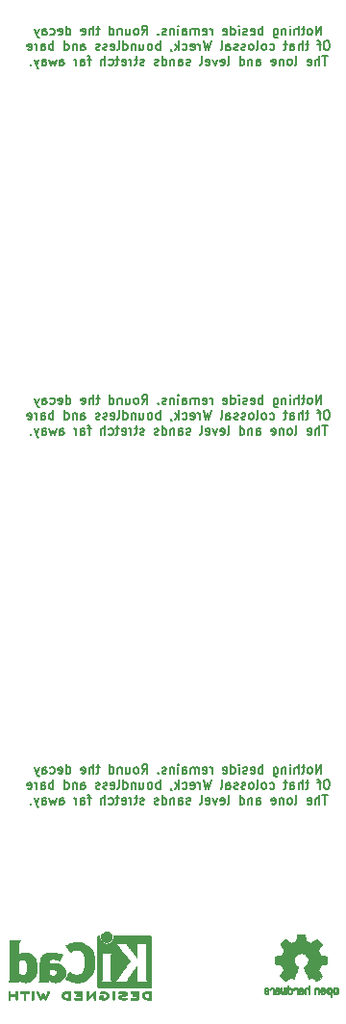
<source format=gbr>
G04 #@! TF.GenerationSoftware,KiCad,Pcbnew,(5.1.5)-3*
G04 #@! TF.CreationDate,2021-12-07T11:44:26+01:00*
G04 #@! TF.ProjectId,stitched capcoupler,73746974-6368-4656-9420-636170636f75,rev?*
G04 #@! TF.SameCoordinates,Original*
G04 #@! TF.FileFunction,Legend,Bot*
G04 #@! TF.FilePolarity,Positive*
%FSLAX46Y46*%
G04 Gerber Fmt 4.6, Leading zero omitted, Abs format (unit mm)*
G04 Created by KiCad (PCBNEW (5.1.5)-3) date 2021-12-07 11:44:26*
%MOMM*%
%LPD*%
G04 APERTURE LIST*
%ADD10C,0.150000*%
%ADD11C,0.010000*%
G04 APERTURE END LIST*
D10*
X88190476Y25488095D02*
X88190476Y26288095D01*
X87733333Y25488095D01*
X87733333Y26288095D01*
X87238095Y25488095D02*
X87314285Y25526190D01*
X87352380Y25564285D01*
X87390476Y25640476D01*
X87390476Y25869047D01*
X87352380Y25945238D01*
X87314285Y25983333D01*
X87238095Y26021428D01*
X87123809Y26021428D01*
X87047619Y25983333D01*
X87009523Y25945238D01*
X86971428Y25869047D01*
X86971428Y25640476D01*
X87009523Y25564285D01*
X87047619Y25526190D01*
X87123809Y25488095D01*
X87238095Y25488095D01*
X86742857Y26021428D02*
X86438095Y26021428D01*
X86628571Y26288095D02*
X86628571Y25602380D01*
X86590476Y25526190D01*
X86514285Y25488095D01*
X86438095Y25488095D01*
X86171428Y25488095D02*
X86171428Y26288095D01*
X85828571Y25488095D02*
X85828571Y25907142D01*
X85866666Y25983333D01*
X85942857Y26021428D01*
X86057142Y26021428D01*
X86133333Y25983333D01*
X86171428Y25945238D01*
X85447619Y25488095D02*
X85447619Y26021428D01*
X85447619Y26288095D02*
X85485714Y26250000D01*
X85447619Y26211904D01*
X85409523Y26250000D01*
X85447619Y26288095D01*
X85447619Y26211904D01*
X85066666Y26021428D02*
X85066666Y25488095D01*
X85066666Y25945238D02*
X85028571Y25983333D01*
X84952380Y26021428D01*
X84838095Y26021428D01*
X84761904Y25983333D01*
X84723809Y25907142D01*
X84723809Y25488095D01*
X84000000Y26021428D02*
X84000000Y25373809D01*
X84038095Y25297619D01*
X84076190Y25259523D01*
X84152380Y25221428D01*
X84266666Y25221428D01*
X84342857Y25259523D01*
X84000000Y25526190D02*
X84076190Y25488095D01*
X84228571Y25488095D01*
X84304761Y25526190D01*
X84342857Y25564285D01*
X84380952Y25640476D01*
X84380952Y25869047D01*
X84342857Y25945238D01*
X84304761Y25983333D01*
X84228571Y26021428D01*
X84076190Y26021428D01*
X84000000Y25983333D01*
X83009523Y25488095D02*
X83009523Y26288095D01*
X83009523Y25983333D02*
X82933333Y26021428D01*
X82780952Y26021428D01*
X82704761Y25983333D01*
X82666666Y25945238D01*
X82628571Y25869047D01*
X82628571Y25640476D01*
X82666666Y25564285D01*
X82704761Y25526190D01*
X82780952Y25488095D01*
X82933333Y25488095D01*
X83009523Y25526190D01*
X81980952Y25526190D02*
X82057142Y25488095D01*
X82209523Y25488095D01*
X82285714Y25526190D01*
X82323809Y25602380D01*
X82323809Y25907142D01*
X82285714Y25983333D01*
X82209523Y26021428D01*
X82057142Y26021428D01*
X81980952Y25983333D01*
X81942857Y25907142D01*
X81942857Y25830952D01*
X82323809Y25754761D01*
X81638095Y25526190D02*
X81561904Y25488095D01*
X81409523Y25488095D01*
X81333333Y25526190D01*
X81295238Y25602380D01*
X81295238Y25640476D01*
X81333333Y25716666D01*
X81409523Y25754761D01*
X81523809Y25754761D01*
X81600000Y25792857D01*
X81638095Y25869047D01*
X81638095Y25907142D01*
X81600000Y25983333D01*
X81523809Y26021428D01*
X81409523Y26021428D01*
X81333333Y25983333D01*
X80952380Y25488095D02*
X80952380Y26021428D01*
X80952380Y26288095D02*
X80990476Y26250000D01*
X80952380Y26211904D01*
X80914285Y26250000D01*
X80952380Y26288095D01*
X80952380Y26211904D01*
X80228571Y25488095D02*
X80228571Y26288095D01*
X80228571Y25526190D02*
X80304761Y25488095D01*
X80457142Y25488095D01*
X80533333Y25526190D01*
X80571428Y25564285D01*
X80609523Y25640476D01*
X80609523Y25869047D01*
X80571428Y25945238D01*
X80533333Y25983333D01*
X80457142Y26021428D01*
X80304761Y26021428D01*
X80228571Y25983333D01*
X79542857Y25526190D02*
X79619047Y25488095D01*
X79771428Y25488095D01*
X79847619Y25526190D01*
X79885714Y25602380D01*
X79885714Y25907142D01*
X79847619Y25983333D01*
X79771428Y26021428D01*
X79619047Y26021428D01*
X79542857Y25983333D01*
X79504761Y25907142D01*
X79504761Y25830952D01*
X79885714Y25754761D01*
X78552380Y25488095D02*
X78552380Y26021428D01*
X78552380Y25869047D02*
X78514285Y25945238D01*
X78476190Y25983333D01*
X78400000Y26021428D01*
X78323809Y26021428D01*
X77752380Y25526190D02*
X77828571Y25488095D01*
X77980952Y25488095D01*
X78057142Y25526190D01*
X78095238Y25602380D01*
X78095238Y25907142D01*
X78057142Y25983333D01*
X77980952Y26021428D01*
X77828571Y26021428D01*
X77752380Y25983333D01*
X77714285Y25907142D01*
X77714285Y25830952D01*
X78095238Y25754761D01*
X77371428Y25488095D02*
X77371428Y26021428D01*
X77371428Y25945238D02*
X77333333Y25983333D01*
X77257142Y26021428D01*
X77142857Y26021428D01*
X77066666Y25983333D01*
X77028571Y25907142D01*
X77028571Y25488095D01*
X77028571Y25907142D02*
X76990476Y25983333D01*
X76914285Y26021428D01*
X76800000Y26021428D01*
X76723809Y25983333D01*
X76685714Y25907142D01*
X76685714Y25488095D01*
X75961904Y25488095D02*
X75961904Y25907142D01*
X76000000Y25983333D01*
X76076190Y26021428D01*
X76228571Y26021428D01*
X76304761Y25983333D01*
X75961904Y25526190D02*
X76038095Y25488095D01*
X76228571Y25488095D01*
X76304761Y25526190D01*
X76342857Y25602380D01*
X76342857Y25678571D01*
X76304761Y25754761D01*
X76228571Y25792857D01*
X76038095Y25792857D01*
X75961904Y25830952D01*
X75580952Y25488095D02*
X75580952Y26021428D01*
X75580952Y26288095D02*
X75619047Y26250000D01*
X75580952Y26211904D01*
X75542857Y26250000D01*
X75580952Y26288095D01*
X75580952Y26211904D01*
X75200000Y26021428D02*
X75200000Y25488095D01*
X75200000Y25945238D02*
X75161904Y25983333D01*
X75085714Y26021428D01*
X74971428Y26021428D01*
X74895238Y25983333D01*
X74857142Y25907142D01*
X74857142Y25488095D01*
X74514285Y25526190D02*
X74438095Y25488095D01*
X74285714Y25488095D01*
X74209523Y25526190D01*
X74171428Y25602380D01*
X74171428Y25640476D01*
X74209523Y25716666D01*
X74285714Y25754761D01*
X74400000Y25754761D01*
X74476190Y25792857D01*
X74514285Y25869047D01*
X74514285Y25907142D01*
X74476190Y25983333D01*
X74400000Y26021428D01*
X74285714Y26021428D01*
X74209523Y25983333D01*
X73828571Y25564285D02*
X73790476Y25526190D01*
X73828571Y25488095D01*
X73866666Y25526190D01*
X73828571Y25564285D01*
X73828571Y25488095D01*
X72380952Y25488095D02*
X72647619Y25869047D01*
X72838095Y25488095D02*
X72838095Y26288095D01*
X72533333Y26288095D01*
X72457142Y26250000D01*
X72419047Y26211904D01*
X72380952Y26135714D01*
X72380952Y26021428D01*
X72419047Y25945238D01*
X72457142Y25907142D01*
X72533333Y25869047D01*
X72838095Y25869047D01*
X71923809Y25488095D02*
X72000000Y25526190D01*
X72038095Y25564285D01*
X72076190Y25640476D01*
X72076190Y25869047D01*
X72038095Y25945238D01*
X72000000Y25983333D01*
X71923809Y26021428D01*
X71809523Y26021428D01*
X71733333Y25983333D01*
X71695238Y25945238D01*
X71657142Y25869047D01*
X71657142Y25640476D01*
X71695238Y25564285D01*
X71733333Y25526190D01*
X71809523Y25488095D01*
X71923809Y25488095D01*
X70971428Y26021428D02*
X70971428Y25488095D01*
X71314285Y26021428D02*
X71314285Y25602380D01*
X71276190Y25526190D01*
X71200000Y25488095D01*
X71085714Y25488095D01*
X71009523Y25526190D01*
X70971428Y25564285D01*
X70590476Y26021428D02*
X70590476Y25488095D01*
X70590476Y25945238D02*
X70552380Y25983333D01*
X70476190Y26021428D01*
X70361904Y26021428D01*
X70285714Y25983333D01*
X70247619Y25907142D01*
X70247619Y25488095D01*
X69523809Y25488095D02*
X69523809Y26288095D01*
X69523809Y25526190D02*
X69600000Y25488095D01*
X69752380Y25488095D01*
X69828571Y25526190D01*
X69866666Y25564285D01*
X69904761Y25640476D01*
X69904761Y25869047D01*
X69866666Y25945238D01*
X69828571Y25983333D01*
X69752380Y26021428D01*
X69600000Y26021428D01*
X69523809Y25983333D01*
X68647619Y26021428D02*
X68342857Y26021428D01*
X68533333Y26288095D02*
X68533333Y25602380D01*
X68495238Y25526190D01*
X68419047Y25488095D01*
X68342857Y25488095D01*
X68076190Y25488095D02*
X68076190Y26288095D01*
X67733333Y25488095D02*
X67733333Y25907142D01*
X67771428Y25983333D01*
X67847619Y26021428D01*
X67961904Y26021428D01*
X68038095Y25983333D01*
X68076190Y25945238D01*
X67047619Y25526190D02*
X67123809Y25488095D01*
X67276190Y25488095D01*
X67352380Y25526190D01*
X67390476Y25602380D01*
X67390476Y25907142D01*
X67352380Y25983333D01*
X67276190Y26021428D01*
X67123809Y26021428D01*
X67047619Y25983333D01*
X67009523Y25907142D01*
X67009523Y25830952D01*
X67390476Y25754761D01*
X65714285Y25488095D02*
X65714285Y26288095D01*
X65714285Y25526190D02*
X65790476Y25488095D01*
X65942857Y25488095D01*
X66019047Y25526190D01*
X66057142Y25564285D01*
X66095238Y25640476D01*
X66095238Y25869047D01*
X66057142Y25945238D01*
X66019047Y25983333D01*
X65942857Y26021428D01*
X65790476Y26021428D01*
X65714285Y25983333D01*
X65028571Y25526190D02*
X65104761Y25488095D01*
X65257142Y25488095D01*
X65333333Y25526190D01*
X65371428Y25602380D01*
X65371428Y25907142D01*
X65333333Y25983333D01*
X65257142Y26021428D01*
X65104761Y26021428D01*
X65028571Y25983333D01*
X64990476Y25907142D01*
X64990476Y25830952D01*
X65371428Y25754761D01*
X64304761Y25526190D02*
X64380952Y25488095D01*
X64533333Y25488095D01*
X64609523Y25526190D01*
X64647619Y25564285D01*
X64685714Y25640476D01*
X64685714Y25869047D01*
X64647619Y25945238D01*
X64609523Y25983333D01*
X64533333Y26021428D01*
X64380952Y26021428D01*
X64304761Y25983333D01*
X63619047Y25488095D02*
X63619047Y25907142D01*
X63657142Y25983333D01*
X63733333Y26021428D01*
X63885714Y26021428D01*
X63961904Y25983333D01*
X63619047Y25526190D02*
X63695238Y25488095D01*
X63885714Y25488095D01*
X63961904Y25526190D01*
X64000000Y25602380D01*
X64000000Y25678571D01*
X63961904Y25754761D01*
X63885714Y25792857D01*
X63695238Y25792857D01*
X63619047Y25830952D01*
X63314285Y26021428D02*
X63123809Y25488095D01*
X62933333Y26021428D02*
X63123809Y25488095D01*
X63200000Y25297619D01*
X63238095Y25259523D01*
X63314285Y25221428D01*
X88723809Y24938095D02*
X88571428Y24938095D01*
X88495238Y24900000D01*
X88419047Y24823809D01*
X88380952Y24671428D01*
X88380952Y24404761D01*
X88419047Y24252380D01*
X88495238Y24176190D01*
X88571428Y24138095D01*
X88723809Y24138095D01*
X88800000Y24176190D01*
X88876190Y24252380D01*
X88914285Y24404761D01*
X88914285Y24671428D01*
X88876190Y24823809D01*
X88800000Y24900000D01*
X88723809Y24938095D01*
X88152380Y24671428D02*
X87847619Y24671428D01*
X88038095Y24138095D02*
X88038095Y24823809D01*
X88000000Y24900000D01*
X87923809Y24938095D01*
X87847619Y24938095D01*
X87085714Y24671428D02*
X86780952Y24671428D01*
X86971428Y24938095D02*
X86971428Y24252380D01*
X86933333Y24176190D01*
X86857142Y24138095D01*
X86780952Y24138095D01*
X86514285Y24138095D02*
X86514285Y24938095D01*
X86171428Y24138095D02*
X86171428Y24557142D01*
X86209523Y24633333D01*
X86285714Y24671428D01*
X86400000Y24671428D01*
X86476190Y24633333D01*
X86514285Y24595238D01*
X85447619Y24138095D02*
X85447619Y24557142D01*
X85485714Y24633333D01*
X85561904Y24671428D01*
X85714285Y24671428D01*
X85790476Y24633333D01*
X85447619Y24176190D02*
X85523809Y24138095D01*
X85714285Y24138095D01*
X85790476Y24176190D01*
X85828571Y24252380D01*
X85828571Y24328571D01*
X85790476Y24404761D01*
X85714285Y24442857D01*
X85523809Y24442857D01*
X85447619Y24480952D01*
X85180952Y24671428D02*
X84876190Y24671428D01*
X85066666Y24938095D02*
X85066666Y24252380D01*
X85028571Y24176190D01*
X84952380Y24138095D01*
X84876190Y24138095D01*
X83657142Y24176190D02*
X83733333Y24138095D01*
X83885714Y24138095D01*
X83961904Y24176190D01*
X84000000Y24214285D01*
X84038095Y24290476D01*
X84038095Y24519047D01*
X84000000Y24595238D01*
X83961904Y24633333D01*
X83885714Y24671428D01*
X83733333Y24671428D01*
X83657142Y24633333D01*
X83200000Y24138095D02*
X83276190Y24176190D01*
X83314285Y24214285D01*
X83352380Y24290476D01*
X83352380Y24519047D01*
X83314285Y24595238D01*
X83276190Y24633333D01*
X83200000Y24671428D01*
X83085714Y24671428D01*
X83009523Y24633333D01*
X82971428Y24595238D01*
X82933333Y24519047D01*
X82933333Y24290476D01*
X82971428Y24214285D01*
X83009523Y24176190D01*
X83085714Y24138095D01*
X83200000Y24138095D01*
X82476190Y24138095D02*
X82552380Y24176190D01*
X82590476Y24252380D01*
X82590476Y24938095D01*
X82057142Y24138095D02*
X82133333Y24176190D01*
X82171428Y24214285D01*
X82209523Y24290476D01*
X82209523Y24519047D01*
X82171428Y24595238D01*
X82133333Y24633333D01*
X82057142Y24671428D01*
X81942857Y24671428D01*
X81866666Y24633333D01*
X81828571Y24595238D01*
X81790476Y24519047D01*
X81790476Y24290476D01*
X81828571Y24214285D01*
X81866666Y24176190D01*
X81942857Y24138095D01*
X82057142Y24138095D01*
X81485714Y24176190D02*
X81409523Y24138095D01*
X81257142Y24138095D01*
X81180952Y24176190D01*
X81142857Y24252380D01*
X81142857Y24290476D01*
X81180952Y24366666D01*
X81257142Y24404761D01*
X81371428Y24404761D01*
X81447619Y24442857D01*
X81485714Y24519047D01*
X81485714Y24557142D01*
X81447619Y24633333D01*
X81371428Y24671428D01*
X81257142Y24671428D01*
X81180952Y24633333D01*
X80838095Y24176190D02*
X80761904Y24138095D01*
X80609523Y24138095D01*
X80533333Y24176190D01*
X80495238Y24252380D01*
X80495238Y24290476D01*
X80533333Y24366666D01*
X80609523Y24404761D01*
X80723809Y24404761D01*
X80800000Y24442857D01*
X80838095Y24519047D01*
X80838095Y24557142D01*
X80800000Y24633333D01*
X80723809Y24671428D01*
X80609523Y24671428D01*
X80533333Y24633333D01*
X79809523Y24138095D02*
X79809523Y24557142D01*
X79847619Y24633333D01*
X79923809Y24671428D01*
X80076190Y24671428D01*
X80152380Y24633333D01*
X79809523Y24176190D02*
X79885714Y24138095D01*
X80076190Y24138095D01*
X80152380Y24176190D01*
X80190476Y24252380D01*
X80190476Y24328571D01*
X80152380Y24404761D01*
X80076190Y24442857D01*
X79885714Y24442857D01*
X79809523Y24480952D01*
X79314285Y24138095D02*
X79390476Y24176190D01*
X79428571Y24252380D01*
X79428571Y24938095D01*
X78476190Y24938095D02*
X78285714Y24138095D01*
X78133333Y24709523D01*
X77980952Y24138095D01*
X77790476Y24938095D01*
X77485714Y24138095D02*
X77485714Y24671428D01*
X77485714Y24519047D02*
X77447619Y24595238D01*
X77409523Y24633333D01*
X77333333Y24671428D01*
X77257142Y24671428D01*
X76685714Y24176190D02*
X76761904Y24138095D01*
X76914285Y24138095D01*
X76990476Y24176190D01*
X77028571Y24252380D01*
X77028571Y24557142D01*
X76990476Y24633333D01*
X76914285Y24671428D01*
X76761904Y24671428D01*
X76685714Y24633333D01*
X76647619Y24557142D01*
X76647619Y24480952D01*
X77028571Y24404761D01*
X75961904Y24176190D02*
X76038095Y24138095D01*
X76190476Y24138095D01*
X76266666Y24176190D01*
X76304761Y24214285D01*
X76342857Y24290476D01*
X76342857Y24519047D01*
X76304761Y24595238D01*
X76266666Y24633333D01*
X76190476Y24671428D01*
X76038095Y24671428D01*
X75961904Y24633333D01*
X75619047Y24138095D02*
X75619047Y24938095D01*
X75542857Y24442857D02*
X75314285Y24138095D01*
X75314285Y24671428D02*
X75619047Y24366666D01*
X74933333Y24176190D02*
X74933333Y24138095D01*
X74971428Y24061904D01*
X75009523Y24023809D01*
X73980952Y24138095D02*
X73980952Y24938095D01*
X73980952Y24633333D02*
X73904761Y24671428D01*
X73752380Y24671428D01*
X73676190Y24633333D01*
X73638095Y24595238D01*
X73600000Y24519047D01*
X73600000Y24290476D01*
X73638095Y24214285D01*
X73676190Y24176190D01*
X73752380Y24138095D01*
X73904761Y24138095D01*
X73980952Y24176190D01*
X73142857Y24138095D02*
X73219047Y24176190D01*
X73257142Y24214285D01*
X73295238Y24290476D01*
X73295238Y24519047D01*
X73257142Y24595238D01*
X73219047Y24633333D01*
X73142857Y24671428D01*
X73028571Y24671428D01*
X72952380Y24633333D01*
X72914285Y24595238D01*
X72876190Y24519047D01*
X72876190Y24290476D01*
X72914285Y24214285D01*
X72952380Y24176190D01*
X73028571Y24138095D01*
X73142857Y24138095D01*
X72190476Y24671428D02*
X72190476Y24138095D01*
X72533333Y24671428D02*
X72533333Y24252380D01*
X72495238Y24176190D01*
X72419047Y24138095D01*
X72304761Y24138095D01*
X72228571Y24176190D01*
X72190476Y24214285D01*
X71809523Y24671428D02*
X71809523Y24138095D01*
X71809523Y24595238D02*
X71771428Y24633333D01*
X71695238Y24671428D01*
X71580952Y24671428D01*
X71504761Y24633333D01*
X71466666Y24557142D01*
X71466666Y24138095D01*
X70742857Y24138095D02*
X70742857Y24938095D01*
X70742857Y24176190D02*
X70819047Y24138095D01*
X70971428Y24138095D01*
X71047619Y24176190D01*
X71085714Y24214285D01*
X71123809Y24290476D01*
X71123809Y24519047D01*
X71085714Y24595238D01*
X71047619Y24633333D01*
X70971428Y24671428D01*
X70819047Y24671428D01*
X70742857Y24633333D01*
X70247619Y24138095D02*
X70323809Y24176190D01*
X70361904Y24252380D01*
X70361904Y24938095D01*
X69638095Y24176190D02*
X69714285Y24138095D01*
X69866666Y24138095D01*
X69942857Y24176190D01*
X69980952Y24252380D01*
X69980952Y24557142D01*
X69942857Y24633333D01*
X69866666Y24671428D01*
X69714285Y24671428D01*
X69638095Y24633333D01*
X69600000Y24557142D01*
X69600000Y24480952D01*
X69980952Y24404761D01*
X69295238Y24176190D02*
X69219047Y24138095D01*
X69066666Y24138095D01*
X68990476Y24176190D01*
X68952380Y24252380D01*
X68952380Y24290476D01*
X68990476Y24366666D01*
X69066666Y24404761D01*
X69180952Y24404761D01*
X69257142Y24442857D01*
X69295238Y24519047D01*
X69295238Y24557142D01*
X69257142Y24633333D01*
X69180952Y24671428D01*
X69066666Y24671428D01*
X68990476Y24633333D01*
X68647619Y24176190D02*
X68571428Y24138095D01*
X68419047Y24138095D01*
X68342857Y24176190D01*
X68304761Y24252380D01*
X68304761Y24290476D01*
X68342857Y24366666D01*
X68419047Y24404761D01*
X68533333Y24404761D01*
X68609523Y24442857D01*
X68647619Y24519047D01*
X68647619Y24557142D01*
X68609523Y24633333D01*
X68533333Y24671428D01*
X68419047Y24671428D01*
X68342857Y24633333D01*
X67009523Y24138095D02*
X67009523Y24557142D01*
X67047619Y24633333D01*
X67123809Y24671428D01*
X67276190Y24671428D01*
X67352380Y24633333D01*
X67009523Y24176190D02*
X67085714Y24138095D01*
X67276190Y24138095D01*
X67352380Y24176190D01*
X67390476Y24252380D01*
X67390476Y24328571D01*
X67352380Y24404761D01*
X67276190Y24442857D01*
X67085714Y24442857D01*
X67009523Y24480952D01*
X66628571Y24671428D02*
X66628571Y24138095D01*
X66628571Y24595238D02*
X66590476Y24633333D01*
X66514285Y24671428D01*
X66400000Y24671428D01*
X66323809Y24633333D01*
X66285714Y24557142D01*
X66285714Y24138095D01*
X65561904Y24138095D02*
X65561904Y24938095D01*
X65561904Y24176190D02*
X65638095Y24138095D01*
X65790476Y24138095D01*
X65866666Y24176190D01*
X65904761Y24214285D01*
X65942857Y24290476D01*
X65942857Y24519047D01*
X65904761Y24595238D01*
X65866666Y24633333D01*
X65790476Y24671428D01*
X65638095Y24671428D01*
X65561904Y24633333D01*
X64571428Y24138095D02*
X64571428Y24938095D01*
X64571428Y24633333D02*
X64495238Y24671428D01*
X64342857Y24671428D01*
X64266666Y24633333D01*
X64228571Y24595238D01*
X64190476Y24519047D01*
X64190476Y24290476D01*
X64228571Y24214285D01*
X64266666Y24176190D01*
X64342857Y24138095D01*
X64495238Y24138095D01*
X64571428Y24176190D01*
X63504761Y24138095D02*
X63504761Y24557142D01*
X63542857Y24633333D01*
X63619047Y24671428D01*
X63771428Y24671428D01*
X63847619Y24633333D01*
X63504761Y24176190D02*
X63580952Y24138095D01*
X63771428Y24138095D01*
X63847619Y24176190D01*
X63885714Y24252380D01*
X63885714Y24328571D01*
X63847619Y24404761D01*
X63771428Y24442857D01*
X63580952Y24442857D01*
X63504761Y24480952D01*
X63123809Y24138095D02*
X63123809Y24671428D01*
X63123809Y24519047D02*
X63085714Y24595238D01*
X63047619Y24633333D01*
X62971428Y24671428D01*
X62895238Y24671428D01*
X62323809Y24176190D02*
X62400000Y24138095D01*
X62552380Y24138095D01*
X62628571Y24176190D01*
X62666666Y24252380D01*
X62666666Y24557142D01*
X62628571Y24633333D01*
X62552380Y24671428D01*
X62400000Y24671428D01*
X62323809Y24633333D01*
X62285714Y24557142D01*
X62285714Y24480952D01*
X62666666Y24404761D01*
X88723809Y23588095D02*
X88266666Y23588095D01*
X88495238Y22788095D02*
X88495238Y23588095D01*
X88000000Y22788095D02*
X88000000Y23588095D01*
X87657142Y22788095D02*
X87657142Y23207142D01*
X87695238Y23283333D01*
X87771428Y23321428D01*
X87885714Y23321428D01*
X87961904Y23283333D01*
X88000000Y23245238D01*
X86971428Y22826190D02*
X87047619Y22788095D01*
X87200000Y22788095D01*
X87276190Y22826190D01*
X87314285Y22902380D01*
X87314285Y23207142D01*
X87276190Y23283333D01*
X87200000Y23321428D01*
X87047619Y23321428D01*
X86971428Y23283333D01*
X86933333Y23207142D01*
X86933333Y23130952D01*
X87314285Y23054761D01*
X85866666Y22788095D02*
X85942857Y22826190D01*
X85980952Y22902380D01*
X85980952Y23588095D01*
X85447619Y22788095D02*
X85523809Y22826190D01*
X85561904Y22864285D01*
X85600000Y22940476D01*
X85600000Y23169047D01*
X85561904Y23245238D01*
X85523809Y23283333D01*
X85447619Y23321428D01*
X85333333Y23321428D01*
X85257142Y23283333D01*
X85219047Y23245238D01*
X85180952Y23169047D01*
X85180952Y22940476D01*
X85219047Y22864285D01*
X85257142Y22826190D01*
X85333333Y22788095D01*
X85447619Y22788095D01*
X84838095Y23321428D02*
X84838095Y22788095D01*
X84838095Y23245238D02*
X84800000Y23283333D01*
X84723809Y23321428D01*
X84609523Y23321428D01*
X84533333Y23283333D01*
X84495238Y23207142D01*
X84495238Y22788095D01*
X83809523Y22826190D02*
X83885714Y22788095D01*
X84038095Y22788095D01*
X84114285Y22826190D01*
X84152380Y22902380D01*
X84152380Y23207142D01*
X84114285Y23283333D01*
X84038095Y23321428D01*
X83885714Y23321428D01*
X83809523Y23283333D01*
X83771428Y23207142D01*
X83771428Y23130952D01*
X84152380Y23054761D01*
X82476190Y22788095D02*
X82476190Y23207142D01*
X82514285Y23283333D01*
X82590476Y23321428D01*
X82742857Y23321428D01*
X82819047Y23283333D01*
X82476190Y22826190D02*
X82552380Y22788095D01*
X82742857Y22788095D01*
X82819047Y22826190D01*
X82857142Y22902380D01*
X82857142Y22978571D01*
X82819047Y23054761D01*
X82742857Y23092857D01*
X82552380Y23092857D01*
X82476190Y23130952D01*
X82095238Y23321428D02*
X82095238Y22788095D01*
X82095238Y23245238D02*
X82057142Y23283333D01*
X81980952Y23321428D01*
X81866666Y23321428D01*
X81790476Y23283333D01*
X81752380Y23207142D01*
X81752380Y22788095D01*
X81028571Y22788095D02*
X81028571Y23588095D01*
X81028571Y22826190D02*
X81104761Y22788095D01*
X81257142Y22788095D01*
X81333333Y22826190D01*
X81371428Y22864285D01*
X81409523Y22940476D01*
X81409523Y23169047D01*
X81371428Y23245238D01*
X81333333Y23283333D01*
X81257142Y23321428D01*
X81104761Y23321428D01*
X81028571Y23283333D01*
X79923809Y22788095D02*
X80000000Y22826190D01*
X80038095Y22902380D01*
X80038095Y23588095D01*
X79314285Y22826190D02*
X79390476Y22788095D01*
X79542857Y22788095D01*
X79619047Y22826190D01*
X79657142Y22902380D01*
X79657142Y23207142D01*
X79619047Y23283333D01*
X79542857Y23321428D01*
X79390476Y23321428D01*
X79314285Y23283333D01*
X79276190Y23207142D01*
X79276190Y23130952D01*
X79657142Y23054761D01*
X79009523Y23321428D02*
X78819047Y22788095D01*
X78628571Y23321428D01*
X78019047Y22826190D02*
X78095238Y22788095D01*
X78247619Y22788095D01*
X78323809Y22826190D01*
X78361904Y22902380D01*
X78361904Y23207142D01*
X78323809Y23283333D01*
X78247619Y23321428D01*
X78095238Y23321428D01*
X78019047Y23283333D01*
X77980952Y23207142D01*
X77980952Y23130952D01*
X78361904Y23054761D01*
X77523809Y22788095D02*
X77600000Y22826190D01*
X77638095Y22902380D01*
X77638095Y23588095D01*
X76647619Y22826190D02*
X76571428Y22788095D01*
X76419047Y22788095D01*
X76342857Y22826190D01*
X76304761Y22902380D01*
X76304761Y22940476D01*
X76342857Y23016666D01*
X76419047Y23054761D01*
X76533333Y23054761D01*
X76609523Y23092857D01*
X76647619Y23169047D01*
X76647619Y23207142D01*
X76609523Y23283333D01*
X76533333Y23321428D01*
X76419047Y23321428D01*
X76342857Y23283333D01*
X75619047Y22788095D02*
X75619047Y23207142D01*
X75657142Y23283333D01*
X75733333Y23321428D01*
X75885714Y23321428D01*
X75961904Y23283333D01*
X75619047Y22826190D02*
X75695238Y22788095D01*
X75885714Y22788095D01*
X75961904Y22826190D01*
X76000000Y22902380D01*
X76000000Y22978571D01*
X75961904Y23054761D01*
X75885714Y23092857D01*
X75695238Y23092857D01*
X75619047Y23130952D01*
X75238095Y23321428D02*
X75238095Y22788095D01*
X75238095Y23245238D02*
X75200000Y23283333D01*
X75123809Y23321428D01*
X75009523Y23321428D01*
X74933333Y23283333D01*
X74895238Y23207142D01*
X74895238Y22788095D01*
X74171428Y22788095D02*
X74171428Y23588095D01*
X74171428Y22826190D02*
X74247619Y22788095D01*
X74400000Y22788095D01*
X74476190Y22826190D01*
X74514285Y22864285D01*
X74552380Y22940476D01*
X74552380Y23169047D01*
X74514285Y23245238D01*
X74476190Y23283333D01*
X74400000Y23321428D01*
X74247619Y23321428D01*
X74171428Y23283333D01*
X73828571Y22826190D02*
X73752380Y22788095D01*
X73600000Y22788095D01*
X73523809Y22826190D01*
X73485714Y22902380D01*
X73485714Y22940476D01*
X73523809Y23016666D01*
X73600000Y23054761D01*
X73714285Y23054761D01*
X73790476Y23092857D01*
X73828571Y23169047D01*
X73828571Y23207142D01*
X73790476Y23283333D01*
X73714285Y23321428D01*
X73600000Y23321428D01*
X73523809Y23283333D01*
X72571428Y22826190D02*
X72495238Y22788095D01*
X72342857Y22788095D01*
X72266666Y22826190D01*
X72228571Y22902380D01*
X72228571Y22940476D01*
X72266666Y23016666D01*
X72342857Y23054761D01*
X72457142Y23054761D01*
X72533333Y23092857D01*
X72571428Y23169047D01*
X72571428Y23207142D01*
X72533333Y23283333D01*
X72457142Y23321428D01*
X72342857Y23321428D01*
X72266666Y23283333D01*
X72000000Y23321428D02*
X71695238Y23321428D01*
X71885714Y23588095D02*
X71885714Y22902380D01*
X71847619Y22826190D01*
X71771428Y22788095D01*
X71695238Y22788095D01*
X71428571Y22788095D02*
X71428571Y23321428D01*
X71428571Y23169047D02*
X71390476Y23245238D01*
X71352380Y23283333D01*
X71276190Y23321428D01*
X71200000Y23321428D01*
X70628571Y22826190D02*
X70704761Y22788095D01*
X70857142Y22788095D01*
X70933333Y22826190D01*
X70971428Y22902380D01*
X70971428Y23207142D01*
X70933333Y23283333D01*
X70857142Y23321428D01*
X70704761Y23321428D01*
X70628571Y23283333D01*
X70590476Y23207142D01*
X70590476Y23130952D01*
X70971428Y23054761D01*
X70361904Y23321428D02*
X70057142Y23321428D01*
X70247619Y23588095D02*
X70247619Y22902380D01*
X70209523Y22826190D01*
X70133333Y22788095D01*
X70057142Y22788095D01*
X69447619Y22826190D02*
X69523809Y22788095D01*
X69676190Y22788095D01*
X69752380Y22826190D01*
X69790476Y22864285D01*
X69828571Y22940476D01*
X69828571Y23169047D01*
X69790476Y23245238D01*
X69752380Y23283333D01*
X69676190Y23321428D01*
X69523809Y23321428D01*
X69447619Y23283333D01*
X69104761Y22788095D02*
X69104761Y23588095D01*
X68761904Y22788095D02*
X68761904Y23207142D01*
X68800000Y23283333D01*
X68876190Y23321428D01*
X68990476Y23321428D01*
X69066666Y23283333D01*
X69104761Y23245238D01*
X67885714Y23321428D02*
X67580952Y23321428D01*
X67771428Y22788095D02*
X67771428Y23473809D01*
X67733333Y23550000D01*
X67657142Y23588095D01*
X67580952Y23588095D01*
X66971428Y22788095D02*
X66971428Y23207142D01*
X67009523Y23283333D01*
X67085714Y23321428D01*
X67238095Y23321428D01*
X67314285Y23283333D01*
X66971428Y22826190D02*
X67047619Y22788095D01*
X67238095Y22788095D01*
X67314285Y22826190D01*
X67352380Y22902380D01*
X67352380Y22978571D01*
X67314285Y23054761D01*
X67238095Y23092857D01*
X67047619Y23092857D01*
X66971428Y23130952D01*
X66590476Y22788095D02*
X66590476Y23321428D01*
X66590476Y23169047D02*
X66552380Y23245238D01*
X66514285Y23283333D01*
X66438095Y23321428D01*
X66361904Y23321428D01*
X65142857Y22788095D02*
X65142857Y23207142D01*
X65180952Y23283333D01*
X65257142Y23321428D01*
X65409523Y23321428D01*
X65485714Y23283333D01*
X65142857Y22826190D02*
X65219047Y22788095D01*
X65409523Y22788095D01*
X65485714Y22826190D01*
X65523809Y22902380D01*
X65523809Y22978571D01*
X65485714Y23054761D01*
X65409523Y23092857D01*
X65219047Y23092857D01*
X65142857Y23130952D01*
X64838095Y23321428D02*
X64685714Y22788095D01*
X64533333Y23169047D01*
X64380952Y22788095D01*
X64228571Y23321428D01*
X63580952Y22788095D02*
X63580952Y23207142D01*
X63619047Y23283333D01*
X63695238Y23321428D01*
X63847619Y23321428D01*
X63923809Y23283333D01*
X63580952Y22826190D02*
X63657142Y22788095D01*
X63847619Y22788095D01*
X63923809Y22826190D01*
X63961904Y22902380D01*
X63961904Y22978571D01*
X63923809Y23054761D01*
X63847619Y23092857D01*
X63657142Y23092857D01*
X63580952Y23130952D01*
X63276190Y23321428D02*
X63085714Y22788095D01*
X62895238Y23321428D02*
X63085714Y22788095D01*
X63161904Y22597619D01*
X63200000Y22559523D01*
X63276190Y22521428D01*
X62590476Y22864285D02*
X62552380Y22826190D01*
X62590476Y22788095D01*
X62628571Y22826190D01*
X62590476Y22864285D01*
X62590476Y22788095D01*
X88190476Y-7011904D02*
X88190476Y-6211904D01*
X87733333Y-7011904D01*
X87733333Y-6211904D01*
X87238095Y-7011904D02*
X87314285Y-6973809D01*
X87352380Y-6935714D01*
X87390476Y-6859523D01*
X87390476Y-6630952D01*
X87352380Y-6554761D01*
X87314285Y-6516666D01*
X87238095Y-6478571D01*
X87123809Y-6478571D01*
X87047619Y-6516666D01*
X87009523Y-6554761D01*
X86971428Y-6630952D01*
X86971428Y-6859523D01*
X87009523Y-6935714D01*
X87047619Y-6973809D01*
X87123809Y-7011904D01*
X87238095Y-7011904D01*
X86742857Y-6478571D02*
X86438095Y-6478571D01*
X86628571Y-6211904D02*
X86628571Y-6897619D01*
X86590476Y-6973809D01*
X86514285Y-7011904D01*
X86438095Y-7011904D01*
X86171428Y-7011904D02*
X86171428Y-6211904D01*
X85828571Y-7011904D02*
X85828571Y-6592857D01*
X85866666Y-6516666D01*
X85942857Y-6478571D01*
X86057142Y-6478571D01*
X86133333Y-6516666D01*
X86171428Y-6554761D01*
X85447619Y-7011904D02*
X85447619Y-6478571D01*
X85447619Y-6211904D02*
X85485714Y-6250000D01*
X85447619Y-6288095D01*
X85409523Y-6250000D01*
X85447619Y-6211904D01*
X85447619Y-6288095D01*
X85066666Y-6478571D02*
X85066666Y-7011904D01*
X85066666Y-6554761D02*
X85028571Y-6516666D01*
X84952380Y-6478571D01*
X84838095Y-6478571D01*
X84761904Y-6516666D01*
X84723809Y-6592857D01*
X84723809Y-7011904D01*
X84000000Y-6478571D02*
X84000000Y-7126190D01*
X84038095Y-7202380D01*
X84076190Y-7240476D01*
X84152380Y-7278571D01*
X84266666Y-7278571D01*
X84342857Y-7240476D01*
X84000000Y-6973809D02*
X84076190Y-7011904D01*
X84228571Y-7011904D01*
X84304761Y-6973809D01*
X84342857Y-6935714D01*
X84380952Y-6859523D01*
X84380952Y-6630952D01*
X84342857Y-6554761D01*
X84304761Y-6516666D01*
X84228571Y-6478571D01*
X84076190Y-6478571D01*
X84000000Y-6516666D01*
X83009523Y-7011904D02*
X83009523Y-6211904D01*
X83009523Y-6516666D02*
X82933333Y-6478571D01*
X82780952Y-6478571D01*
X82704761Y-6516666D01*
X82666666Y-6554761D01*
X82628571Y-6630952D01*
X82628571Y-6859523D01*
X82666666Y-6935714D01*
X82704761Y-6973809D01*
X82780952Y-7011904D01*
X82933333Y-7011904D01*
X83009523Y-6973809D01*
X81980952Y-6973809D02*
X82057142Y-7011904D01*
X82209523Y-7011904D01*
X82285714Y-6973809D01*
X82323809Y-6897619D01*
X82323809Y-6592857D01*
X82285714Y-6516666D01*
X82209523Y-6478571D01*
X82057142Y-6478571D01*
X81980952Y-6516666D01*
X81942857Y-6592857D01*
X81942857Y-6669047D01*
X82323809Y-6745238D01*
X81638095Y-6973809D02*
X81561904Y-7011904D01*
X81409523Y-7011904D01*
X81333333Y-6973809D01*
X81295238Y-6897619D01*
X81295238Y-6859523D01*
X81333333Y-6783333D01*
X81409523Y-6745238D01*
X81523809Y-6745238D01*
X81600000Y-6707142D01*
X81638095Y-6630952D01*
X81638095Y-6592857D01*
X81600000Y-6516666D01*
X81523809Y-6478571D01*
X81409523Y-6478571D01*
X81333333Y-6516666D01*
X80952380Y-7011904D02*
X80952380Y-6478571D01*
X80952380Y-6211904D02*
X80990476Y-6250000D01*
X80952380Y-6288095D01*
X80914285Y-6250000D01*
X80952380Y-6211904D01*
X80952380Y-6288095D01*
X80228571Y-7011904D02*
X80228571Y-6211904D01*
X80228571Y-6973809D02*
X80304761Y-7011904D01*
X80457142Y-7011904D01*
X80533333Y-6973809D01*
X80571428Y-6935714D01*
X80609523Y-6859523D01*
X80609523Y-6630952D01*
X80571428Y-6554761D01*
X80533333Y-6516666D01*
X80457142Y-6478571D01*
X80304761Y-6478571D01*
X80228571Y-6516666D01*
X79542857Y-6973809D02*
X79619047Y-7011904D01*
X79771428Y-7011904D01*
X79847619Y-6973809D01*
X79885714Y-6897619D01*
X79885714Y-6592857D01*
X79847619Y-6516666D01*
X79771428Y-6478571D01*
X79619047Y-6478571D01*
X79542857Y-6516666D01*
X79504761Y-6592857D01*
X79504761Y-6669047D01*
X79885714Y-6745238D01*
X78552380Y-7011904D02*
X78552380Y-6478571D01*
X78552380Y-6630952D02*
X78514285Y-6554761D01*
X78476190Y-6516666D01*
X78400000Y-6478571D01*
X78323809Y-6478571D01*
X77752380Y-6973809D02*
X77828571Y-7011904D01*
X77980952Y-7011904D01*
X78057142Y-6973809D01*
X78095238Y-6897619D01*
X78095238Y-6592857D01*
X78057142Y-6516666D01*
X77980952Y-6478571D01*
X77828571Y-6478571D01*
X77752380Y-6516666D01*
X77714285Y-6592857D01*
X77714285Y-6669047D01*
X78095238Y-6745238D01*
X77371428Y-7011904D02*
X77371428Y-6478571D01*
X77371428Y-6554761D02*
X77333333Y-6516666D01*
X77257142Y-6478571D01*
X77142857Y-6478571D01*
X77066666Y-6516666D01*
X77028571Y-6592857D01*
X77028571Y-7011904D01*
X77028571Y-6592857D02*
X76990476Y-6516666D01*
X76914285Y-6478571D01*
X76800000Y-6478571D01*
X76723809Y-6516666D01*
X76685714Y-6592857D01*
X76685714Y-7011904D01*
X75961904Y-7011904D02*
X75961904Y-6592857D01*
X76000000Y-6516666D01*
X76076190Y-6478571D01*
X76228571Y-6478571D01*
X76304761Y-6516666D01*
X75961904Y-6973809D02*
X76038095Y-7011904D01*
X76228571Y-7011904D01*
X76304761Y-6973809D01*
X76342857Y-6897619D01*
X76342857Y-6821428D01*
X76304761Y-6745238D01*
X76228571Y-6707142D01*
X76038095Y-6707142D01*
X75961904Y-6669047D01*
X75580952Y-7011904D02*
X75580952Y-6478571D01*
X75580952Y-6211904D02*
X75619047Y-6250000D01*
X75580952Y-6288095D01*
X75542857Y-6250000D01*
X75580952Y-6211904D01*
X75580952Y-6288095D01*
X75200000Y-6478571D02*
X75200000Y-7011904D01*
X75200000Y-6554761D02*
X75161904Y-6516666D01*
X75085714Y-6478571D01*
X74971428Y-6478571D01*
X74895238Y-6516666D01*
X74857142Y-6592857D01*
X74857142Y-7011904D01*
X74514285Y-6973809D02*
X74438095Y-7011904D01*
X74285714Y-7011904D01*
X74209523Y-6973809D01*
X74171428Y-6897619D01*
X74171428Y-6859523D01*
X74209523Y-6783333D01*
X74285714Y-6745238D01*
X74400000Y-6745238D01*
X74476190Y-6707142D01*
X74514285Y-6630952D01*
X74514285Y-6592857D01*
X74476190Y-6516666D01*
X74400000Y-6478571D01*
X74285714Y-6478571D01*
X74209523Y-6516666D01*
X73828571Y-6935714D02*
X73790476Y-6973809D01*
X73828571Y-7011904D01*
X73866666Y-6973809D01*
X73828571Y-6935714D01*
X73828571Y-7011904D01*
X72380952Y-7011904D02*
X72647619Y-6630952D01*
X72838095Y-7011904D02*
X72838095Y-6211904D01*
X72533333Y-6211904D01*
X72457142Y-6250000D01*
X72419047Y-6288095D01*
X72380952Y-6364285D01*
X72380952Y-6478571D01*
X72419047Y-6554761D01*
X72457142Y-6592857D01*
X72533333Y-6630952D01*
X72838095Y-6630952D01*
X71923809Y-7011904D02*
X72000000Y-6973809D01*
X72038095Y-6935714D01*
X72076190Y-6859523D01*
X72076190Y-6630952D01*
X72038095Y-6554761D01*
X72000000Y-6516666D01*
X71923809Y-6478571D01*
X71809523Y-6478571D01*
X71733333Y-6516666D01*
X71695238Y-6554761D01*
X71657142Y-6630952D01*
X71657142Y-6859523D01*
X71695238Y-6935714D01*
X71733333Y-6973809D01*
X71809523Y-7011904D01*
X71923809Y-7011904D01*
X70971428Y-6478571D02*
X70971428Y-7011904D01*
X71314285Y-6478571D02*
X71314285Y-6897619D01*
X71276190Y-6973809D01*
X71200000Y-7011904D01*
X71085714Y-7011904D01*
X71009523Y-6973809D01*
X70971428Y-6935714D01*
X70590476Y-6478571D02*
X70590476Y-7011904D01*
X70590476Y-6554761D02*
X70552380Y-6516666D01*
X70476190Y-6478571D01*
X70361904Y-6478571D01*
X70285714Y-6516666D01*
X70247619Y-6592857D01*
X70247619Y-7011904D01*
X69523809Y-7011904D02*
X69523809Y-6211904D01*
X69523809Y-6973809D02*
X69600000Y-7011904D01*
X69752380Y-7011904D01*
X69828571Y-6973809D01*
X69866666Y-6935714D01*
X69904761Y-6859523D01*
X69904761Y-6630952D01*
X69866666Y-6554761D01*
X69828571Y-6516666D01*
X69752380Y-6478571D01*
X69600000Y-6478571D01*
X69523809Y-6516666D01*
X68647619Y-6478571D02*
X68342857Y-6478571D01*
X68533333Y-6211904D02*
X68533333Y-6897619D01*
X68495238Y-6973809D01*
X68419047Y-7011904D01*
X68342857Y-7011904D01*
X68076190Y-7011904D02*
X68076190Y-6211904D01*
X67733333Y-7011904D02*
X67733333Y-6592857D01*
X67771428Y-6516666D01*
X67847619Y-6478571D01*
X67961904Y-6478571D01*
X68038095Y-6516666D01*
X68076190Y-6554761D01*
X67047619Y-6973809D02*
X67123809Y-7011904D01*
X67276190Y-7011904D01*
X67352380Y-6973809D01*
X67390476Y-6897619D01*
X67390476Y-6592857D01*
X67352380Y-6516666D01*
X67276190Y-6478571D01*
X67123809Y-6478571D01*
X67047619Y-6516666D01*
X67009523Y-6592857D01*
X67009523Y-6669047D01*
X67390476Y-6745238D01*
X65714285Y-7011904D02*
X65714285Y-6211904D01*
X65714285Y-6973809D02*
X65790476Y-7011904D01*
X65942857Y-7011904D01*
X66019047Y-6973809D01*
X66057142Y-6935714D01*
X66095238Y-6859523D01*
X66095238Y-6630952D01*
X66057142Y-6554761D01*
X66019047Y-6516666D01*
X65942857Y-6478571D01*
X65790476Y-6478571D01*
X65714285Y-6516666D01*
X65028571Y-6973809D02*
X65104761Y-7011904D01*
X65257142Y-7011904D01*
X65333333Y-6973809D01*
X65371428Y-6897619D01*
X65371428Y-6592857D01*
X65333333Y-6516666D01*
X65257142Y-6478571D01*
X65104761Y-6478571D01*
X65028571Y-6516666D01*
X64990476Y-6592857D01*
X64990476Y-6669047D01*
X65371428Y-6745238D01*
X64304761Y-6973809D02*
X64380952Y-7011904D01*
X64533333Y-7011904D01*
X64609523Y-6973809D01*
X64647619Y-6935714D01*
X64685714Y-6859523D01*
X64685714Y-6630952D01*
X64647619Y-6554761D01*
X64609523Y-6516666D01*
X64533333Y-6478571D01*
X64380952Y-6478571D01*
X64304761Y-6516666D01*
X63619047Y-7011904D02*
X63619047Y-6592857D01*
X63657142Y-6516666D01*
X63733333Y-6478571D01*
X63885714Y-6478571D01*
X63961904Y-6516666D01*
X63619047Y-6973809D02*
X63695238Y-7011904D01*
X63885714Y-7011904D01*
X63961904Y-6973809D01*
X64000000Y-6897619D01*
X64000000Y-6821428D01*
X63961904Y-6745238D01*
X63885714Y-6707142D01*
X63695238Y-6707142D01*
X63619047Y-6669047D01*
X63314285Y-6478571D02*
X63123809Y-7011904D01*
X62933333Y-6478571D02*
X63123809Y-7011904D01*
X63200000Y-7202380D01*
X63238095Y-7240476D01*
X63314285Y-7278571D01*
X88723809Y-7561904D02*
X88571428Y-7561904D01*
X88495238Y-7600000D01*
X88419047Y-7676190D01*
X88380952Y-7828571D01*
X88380952Y-8095238D01*
X88419047Y-8247619D01*
X88495238Y-8323809D01*
X88571428Y-8361904D01*
X88723809Y-8361904D01*
X88800000Y-8323809D01*
X88876190Y-8247619D01*
X88914285Y-8095238D01*
X88914285Y-7828571D01*
X88876190Y-7676190D01*
X88800000Y-7600000D01*
X88723809Y-7561904D01*
X88152380Y-7828571D02*
X87847619Y-7828571D01*
X88038095Y-8361904D02*
X88038095Y-7676190D01*
X88000000Y-7600000D01*
X87923809Y-7561904D01*
X87847619Y-7561904D01*
X87085714Y-7828571D02*
X86780952Y-7828571D01*
X86971428Y-7561904D02*
X86971428Y-8247619D01*
X86933333Y-8323809D01*
X86857142Y-8361904D01*
X86780952Y-8361904D01*
X86514285Y-8361904D02*
X86514285Y-7561904D01*
X86171428Y-8361904D02*
X86171428Y-7942857D01*
X86209523Y-7866666D01*
X86285714Y-7828571D01*
X86400000Y-7828571D01*
X86476190Y-7866666D01*
X86514285Y-7904761D01*
X85447619Y-8361904D02*
X85447619Y-7942857D01*
X85485714Y-7866666D01*
X85561904Y-7828571D01*
X85714285Y-7828571D01*
X85790476Y-7866666D01*
X85447619Y-8323809D02*
X85523809Y-8361904D01*
X85714285Y-8361904D01*
X85790476Y-8323809D01*
X85828571Y-8247619D01*
X85828571Y-8171428D01*
X85790476Y-8095238D01*
X85714285Y-8057142D01*
X85523809Y-8057142D01*
X85447619Y-8019047D01*
X85180952Y-7828571D02*
X84876190Y-7828571D01*
X85066666Y-7561904D02*
X85066666Y-8247619D01*
X85028571Y-8323809D01*
X84952380Y-8361904D01*
X84876190Y-8361904D01*
X83657142Y-8323809D02*
X83733333Y-8361904D01*
X83885714Y-8361904D01*
X83961904Y-8323809D01*
X84000000Y-8285714D01*
X84038095Y-8209523D01*
X84038095Y-7980952D01*
X84000000Y-7904761D01*
X83961904Y-7866666D01*
X83885714Y-7828571D01*
X83733333Y-7828571D01*
X83657142Y-7866666D01*
X83200000Y-8361904D02*
X83276190Y-8323809D01*
X83314285Y-8285714D01*
X83352380Y-8209523D01*
X83352380Y-7980952D01*
X83314285Y-7904761D01*
X83276190Y-7866666D01*
X83200000Y-7828571D01*
X83085714Y-7828571D01*
X83009523Y-7866666D01*
X82971428Y-7904761D01*
X82933333Y-7980952D01*
X82933333Y-8209523D01*
X82971428Y-8285714D01*
X83009523Y-8323809D01*
X83085714Y-8361904D01*
X83200000Y-8361904D01*
X82476190Y-8361904D02*
X82552380Y-8323809D01*
X82590476Y-8247619D01*
X82590476Y-7561904D01*
X82057142Y-8361904D02*
X82133333Y-8323809D01*
X82171428Y-8285714D01*
X82209523Y-8209523D01*
X82209523Y-7980952D01*
X82171428Y-7904761D01*
X82133333Y-7866666D01*
X82057142Y-7828571D01*
X81942857Y-7828571D01*
X81866666Y-7866666D01*
X81828571Y-7904761D01*
X81790476Y-7980952D01*
X81790476Y-8209523D01*
X81828571Y-8285714D01*
X81866666Y-8323809D01*
X81942857Y-8361904D01*
X82057142Y-8361904D01*
X81485714Y-8323809D02*
X81409523Y-8361904D01*
X81257142Y-8361904D01*
X81180952Y-8323809D01*
X81142857Y-8247619D01*
X81142857Y-8209523D01*
X81180952Y-8133333D01*
X81257142Y-8095238D01*
X81371428Y-8095238D01*
X81447619Y-8057142D01*
X81485714Y-7980952D01*
X81485714Y-7942857D01*
X81447619Y-7866666D01*
X81371428Y-7828571D01*
X81257142Y-7828571D01*
X81180952Y-7866666D01*
X80838095Y-8323809D02*
X80761904Y-8361904D01*
X80609523Y-8361904D01*
X80533333Y-8323809D01*
X80495238Y-8247619D01*
X80495238Y-8209523D01*
X80533333Y-8133333D01*
X80609523Y-8095238D01*
X80723809Y-8095238D01*
X80800000Y-8057142D01*
X80838095Y-7980952D01*
X80838095Y-7942857D01*
X80800000Y-7866666D01*
X80723809Y-7828571D01*
X80609523Y-7828571D01*
X80533333Y-7866666D01*
X79809523Y-8361904D02*
X79809523Y-7942857D01*
X79847619Y-7866666D01*
X79923809Y-7828571D01*
X80076190Y-7828571D01*
X80152380Y-7866666D01*
X79809523Y-8323809D02*
X79885714Y-8361904D01*
X80076190Y-8361904D01*
X80152380Y-8323809D01*
X80190476Y-8247619D01*
X80190476Y-8171428D01*
X80152380Y-8095238D01*
X80076190Y-8057142D01*
X79885714Y-8057142D01*
X79809523Y-8019047D01*
X79314285Y-8361904D02*
X79390476Y-8323809D01*
X79428571Y-8247619D01*
X79428571Y-7561904D01*
X78476190Y-7561904D02*
X78285714Y-8361904D01*
X78133333Y-7790476D01*
X77980952Y-8361904D01*
X77790476Y-7561904D01*
X77485714Y-8361904D02*
X77485714Y-7828571D01*
X77485714Y-7980952D02*
X77447619Y-7904761D01*
X77409523Y-7866666D01*
X77333333Y-7828571D01*
X77257142Y-7828571D01*
X76685714Y-8323809D02*
X76761904Y-8361904D01*
X76914285Y-8361904D01*
X76990476Y-8323809D01*
X77028571Y-8247619D01*
X77028571Y-7942857D01*
X76990476Y-7866666D01*
X76914285Y-7828571D01*
X76761904Y-7828571D01*
X76685714Y-7866666D01*
X76647619Y-7942857D01*
X76647619Y-8019047D01*
X77028571Y-8095238D01*
X75961904Y-8323809D02*
X76038095Y-8361904D01*
X76190476Y-8361904D01*
X76266666Y-8323809D01*
X76304761Y-8285714D01*
X76342857Y-8209523D01*
X76342857Y-7980952D01*
X76304761Y-7904761D01*
X76266666Y-7866666D01*
X76190476Y-7828571D01*
X76038095Y-7828571D01*
X75961904Y-7866666D01*
X75619047Y-8361904D02*
X75619047Y-7561904D01*
X75542857Y-8057142D02*
X75314285Y-8361904D01*
X75314285Y-7828571D02*
X75619047Y-8133333D01*
X74933333Y-8323809D02*
X74933333Y-8361904D01*
X74971428Y-8438095D01*
X75009523Y-8476190D01*
X73980952Y-8361904D02*
X73980952Y-7561904D01*
X73980952Y-7866666D02*
X73904761Y-7828571D01*
X73752380Y-7828571D01*
X73676190Y-7866666D01*
X73638095Y-7904761D01*
X73600000Y-7980952D01*
X73600000Y-8209523D01*
X73638095Y-8285714D01*
X73676190Y-8323809D01*
X73752380Y-8361904D01*
X73904761Y-8361904D01*
X73980952Y-8323809D01*
X73142857Y-8361904D02*
X73219047Y-8323809D01*
X73257142Y-8285714D01*
X73295238Y-8209523D01*
X73295238Y-7980952D01*
X73257142Y-7904761D01*
X73219047Y-7866666D01*
X73142857Y-7828571D01*
X73028571Y-7828571D01*
X72952380Y-7866666D01*
X72914285Y-7904761D01*
X72876190Y-7980952D01*
X72876190Y-8209523D01*
X72914285Y-8285714D01*
X72952380Y-8323809D01*
X73028571Y-8361904D01*
X73142857Y-8361904D01*
X72190476Y-7828571D02*
X72190476Y-8361904D01*
X72533333Y-7828571D02*
X72533333Y-8247619D01*
X72495238Y-8323809D01*
X72419047Y-8361904D01*
X72304761Y-8361904D01*
X72228571Y-8323809D01*
X72190476Y-8285714D01*
X71809523Y-7828571D02*
X71809523Y-8361904D01*
X71809523Y-7904761D02*
X71771428Y-7866666D01*
X71695238Y-7828571D01*
X71580952Y-7828571D01*
X71504761Y-7866666D01*
X71466666Y-7942857D01*
X71466666Y-8361904D01*
X70742857Y-8361904D02*
X70742857Y-7561904D01*
X70742857Y-8323809D02*
X70819047Y-8361904D01*
X70971428Y-8361904D01*
X71047619Y-8323809D01*
X71085714Y-8285714D01*
X71123809Y-8209523D01*
X71123809Y-7980952D01*
X71085714Y-7904761D01*
X71047619Y-7866666D01*
X70971428Y-7828571D01*
X70819047Y-7828571D01*
X70742857Y-7866666D01*
X70247619Y-8361904D02*
X70323809Y-8323809D01*
X70361904Y-8247619D01*
X70361904Y-7561904D01*
X69638095Y-8323809D02*
X69714285Y-8361904D01*
X69866666Y-8361904D01*
X69942857Y-8323809D01*
X69980952Y-8247619D01*
X69980952Y-7942857D01*
X69942857Y-7866666D01*
X69866666Y-7828571D01*
X69714285Y-7828571D01*
X69638095Y-7866666D01*
X69600000Y-7942857D01*
X69600000Y-8019047D01*
X69980952Y-8095238D01*
X69295238Y-8323809D02*
X69219047Y-8361904D01*
X69066666Y-8361904D01*
X68990476Y-8323809D01*
X68952380Y-8247619D01*
X68952380Y-8209523D01*
X68990476Y-8133333D01*
X69066666Y-8095238D01*
X69180952Y-8095238D01*
X69257142Y-8057142D01*
X69295238Y-7980952D01*
X69295238Y-7942857D01*
X69257142Y-7866666D01*
X69180952Y-7828571D01*
X69066666Y-7828571D01*
X68990476Y-7866666D01*
X68647619Y-8323809D02*
X68571428Y-8361904D01*
X68419047Y-8361904D01*
X68342857Y-8323809D01*
X68304761Y-8247619D01*
X68304761Y-8209523D01*
X68342857Y-8133333D01*
X68419047Y-8095238D01*
X68533333Y-8095238D01*
X68609523Y-8057142D01*
X68647619Y-7980952D01*
X68647619Y-7942857D01*
X68609523Y-7866666D01*
X68533333Y-7828571D01*
X68419047Y-7828571D01*
X68342857Y-7866666D01*
X67009523Y-8361904D02*
X67009523Y-7942857D01*
X67047619Y-7866666D01*
X67123809Y-7828571D01*
X67276190Y-7828571D01*
X67352380Y-7866666D01*
X67009523Y-8323809D02*
X67085714Y-8361904D01*
X67276190Y-8361904D01*
X67352380Y-8323809D01*
X67390476Y-8247619D01*
X67390476Y-8171428D01*
X67352380Y-8095238D01*
X67276190Y-8057142D01*
X67085714Y-8057142D01*
X67009523Y-8019047D01*
X66628571Y-7828571D02*
X66628571Y-8361904D01*
X66628571Y-7904761D02*
X66590476Y-7866666D01*
X66514285Y-7828571D01*
X66400000Y-7828571D01*
X66323809Y-7866666D01*
X66285714Y-7942857D01*
X66285714Y-8361904D01*
X65561904Y-8361904D02*
X65561904Y-7561904D01*
X65561904Y-8323809D02*
X65638095Y-8361904D01*
X65790476Y-8361904D01*
X65866666Y-8323809D01*
X65904761Y-8285714D01*
X65942857Y-8209523D01*
X65942857Y-7980952D01*
X65904761Y-7904761D01*
X65866666Y-7866666D01*
X65790476Y-7828571D01*
X65638095Y-7828571D01*
X65561904Y-7866666D01*
X64571428Y-8361904D02*
X64571428Y-7561904D01*
X64571428Y-7866666D02*
X64495238Y-7828571D01*
X64342857Y-7828571D01*
X64266666Y-7866666D01*
X64228571Y-7904761D01*
X64190476Y-7980952D01*
X64190476Y-8209523D01*
X64228571Y-8285714D01*
X64266666Y-8323809D01*
X64342857Y-8361904D01*
X64495238Y-8361904D01*
X64571428Y-8323809D01*
X63504761Y-8361904D02*
X63504761Y-7942857D01*
X63542857Y-7866666D01*
X63619047Y-7828571D01*
X63771428Y-7828571D01*
X63847619Y-7866666D01*
X63504761Y-8323809D02*
X63580952Y-8361904D01*
X63771428Y-8361904D01*
X63847619Y-8323809D01*
X63885714Y-8247619D01*
X63885714Y-8171428D01*
X63847619Y-8095238D01*
X63771428Y-8057142D01*
X63580952Y-8057142D01*
X63504761Y-8019047D01*
X63123809Y-8361904D02*
X63123809Y-7828571D01*
X63123809Y-7980952D02*
X63085714Y-7904761D01*
X63047619Y-7866666D01*
X62971428Y-7828571D01*
X62895238Y-7828571D01*
X62323809Y-8323809D02*
X62400000Y-8361904D01*
X62552380Y-8361904D01*
X62628571Y-8323809D01*
X62666666Y-8247619D01*
X62666666Y-7942857D01*
X62628571Y-7866666D01*
X62552380Y-7828571D01*
X62400000Y-7828571D01*
X62323809Y-7866666D01*
X62285714Y-7942857D01*
X62285714Y-8019047D01*
X62666666Y-8095238D01*
X88723809Y-8911904D02*
X88266666Y-8911904D01*
X88495238Y-9711904D02*
X88495238Y-8911904D01*
X88000000Y-9711904D02*
X88000000Y-8911904D01*
X87657142Y-9711904D02*
X87657142Y-9292857D01*
X87695238Y-9216666D01*
X87771428Y-9178571D01*
X87885714Y-9178571D01*
X87961904Y-9216666D01*
X88000000Y-9254761D01*
X86971428Y-9673809D02*
X87047619Y-9711904D01*
X87200000Y-9711904D01*
X87276190Y-9673809D01*
X87314285Y-9597619D01*
X87314285Y-9292857D01*
X87276190Y-9216666D01*
X87200000Y-9178571D01*
X87047619Y-9178571D01*
X86971428Y-9216666D01*
X86933333Y-9292857D01*
X86933333Y-9369047D01*
X87314285Y-9445238D01*
X85866666Y-9711904D02*
X85942857Y-9673809D01*
X85980952Y-9597619D01*
X85980952Y-8911904D01*
X85447619Y-9711904D02*
X85523809Y-9673809D01*
X85561904Y-9635714D01*
X85600000Y-9559523D01*
X85600000Y-9330952D01*
X85561904Y-9254761D01*
X85523809Y-9216666D01*
X85447619Y-9178571D01*
X85333333Y-9178571D01*
X85257142Y-9216666D01*
X85219047Y-9254761D01*
X85180952Y-9330952D01*
X85180952Y-9559523D01*
X85219047Y-9635714D01*
X85257142Y-9673809D01*
X85333333Y-9711904D01*
X85447619Y-9711904D01*
X84838095Y-9178571D02*
X84838095Y-9711904D01*
X84838095Y-9254761D02*
X84800000Y-9216666D01*
X84723809Y-9178571D01*
X84609523Y-9178571D01*
X84533333Y-9216666D01*
X84495238Y-9292857D01*
X84495238Y-9711904D01*
X83809523Y-9673809D02*
X83885714Y-9711904D01*
X84038095Y-9711904D01*
X84114285Y-9673809D01*
X84152380Y-9597619D01*
X84152380Y-9292857D01*
X84114285Y-9216666D01*
X84038095Y-9178571D01*
X83885714Y-9178571D01*
X83809523Y-9216666D01*
X83771428Y-9292857D01*
X83771428Y-9369047D01*
X84152380Y-9445238D01*
X82476190Y-9711904D02*
X82476190Y-9292857D01*
X82514285Y-9216666D01*
X82590476Y-9178571D01*
X82742857Y-9178571D01*
X82819047Y-9216666D01*
X82476190Y-9673809D02*
X82552380Y-9711904D01*
X82742857Y-9711904D01*
X82819047Y-9673809D01*
X82857142Y-9597619D01*
X82857142Y-9521428D01*
X82819047Y-9445238D01*
X82742857Y-9407142D01*
X82552380Y-9407142D01*
X82476190Y-9369047D01*
X82095238Y-9178571D02*
X82095238Y-9711904D01*
X82095238Y-9254761D02*
X82057142Y-9216666D01*
X81980952Y-9178571D01*
X81866666Y-9178571D01*
X81790476Y-9216666D01*
X81752380Y-9292857D01*
X81752380Y-9711904D01*
X81028571Y-9711904D02*
X81028571Y-8911904D01*
X81028571Y-9673809D02*
X81104761Y-9711904D01*
X81257142Y-9711904D01*
X81333333Y-9673809D01*
X81371428Y-9635714D01*
X81409523Y-9559523D01*
X81409523Y-9330952D01*
X81371428Y-9254761D01*
X81333333Y-9216666D01*
X81257142Y-9178571D01*
X81104761Y-9178571D01*
X81028571Y-9216666D01*
X79923809Y-9711904D02*
X80000000Y-9673809D01*
X80038095Y-9597619D01*
X80038095Y-8911904D01*
X79314285Y-9673809D02*
X79390476Y-9711904D01*
X79542857Y-9711904D01*
X79619047Y-9673809D01*
X79657142Y-9597619D01*
X79657142Y-9292857D01*
X79619047Y-9216666D01*
X79542857Y-9178571D01*
X79390476Y-9178571D01*
X79314285Y-9216666D01*
X79276190Y-9292857D01*
X79276190Y-9369047D01*
X79657142Y-9445238D01*
X79009523Y-9178571D02*
X78819047Y-9711904D01*
X78628571Y-9178571D01*
X78019047Y-9673809D02*
X78095238Y-9711904D01*
X78247619Y-9711904D01*
X78323809Y-9673809D01*
X78361904Y-9597619D01*
X78361904Y-9292857D01*
X78323809Y-9216666D01*
X78247619Y-9178571D01*
X78095238Y-9178571D01*
X78019047Y-9216666D01*
X77980952Y-9292857D01*
X77980952Y-9369047D01*
X78361904Y-9445238D01*
X77523809Y-9711904D02*
X77600000Y-9673809D01*
X77638095Y-9597619D01*
X77638095Y-8911904D01*
X76647619Y-9673809D02*
X76571428Y-9711904D01*
X76419047Y-9711904D01*
X76342857Y-9673809D01*
X76304761Y-9597619D01*
X76304761Y-9559523D01*
X76342857Y-9483333D01*
X76419047Y-9445238D01*
X76533333Y-9445238D01*
X76609523Y-9407142D01*
X76647619Y-9330952D01*
X76647619Y-9292857D01*
X76609523Y-9216666D01*
X76533333Y-9178571D01*
X76419047Y-9178571D01*
X76342857Y-9216666D01*
X75619047Y-9711904D02*
X75619047Y-9292857D01*
X75657142Y-9216666D01*
X75733333Y-9178571D01*
X75885714Y-9178571D01*
X75961904Y-9216666D01*
X75619047Y-9673809D02*
X75695238Y-9711904D01*
X75885714Y-9711904D01*
X75961904Y-9673809D01*
X76000000Y-9597619D01*
X76000000Y-9521428D01*
X75961904Y-9445238D01*
X75885714Y-9407142D01*
X75695238Y-9407142D01*
X75619047Y-9369047D01*
X75238095Y-9178571D02*
X75238095Y-9711904D01*
X75238095Y-9254761D02*
X75200000Y-9216666D01*
X75123809Y-9178571D01*
X75009523Y-9178571D01*
X74933333Y-9216666D01*
X74895238Y-9292857D01*
X74895238Y-9711904D01*
X74171428Y-9711904D02*
X74171428Y-8911904D01*
X74171428Y-9673809D02*
X74247619Y-9711904D01*
X74400000Y-9711904D01*
X74476190Y-9673809D01*
X74514285Y-9635714D01*
X74552380Y-9559523D01*
X74552380Y-9330952D01*
X74514285Y-9254761D01*
X74476190Y-9216666D01*
X74400000Y-9178571D01*
X74247619Y-9178571D01*
X74171428Y-9216666D01*
X73828571Y-9673809D02*
X73752380Y-9711904D01*
X73600000Y-9711904D01*
X73523809Y-9673809D01*
X73485714Y-9597619D01*
X73485714Y-9559523D01*
X73523809Y-9483333D01*
X73600000Y-9445238D01*
X73714285Y-9445238D01*
X73790476Y-9407142D01*
X73828571Y-9330952D01*
X73828571Y-9292857D01*
X73790476Y-9216666D01*
X73714285Y-9178571D01*
X73600000Y-9178571D01*
X73523809Y-9216666D01*
X72571428Y-9673809D02*
X72495238Y-9711904D01*
X72342857Y-9711904D01*
X72266666Y-9673809D01*
X72228571Y-9597619D01*
X72228571Y-9559523D01*
X72266666Y-9483333D01*
X72342857Y-9445238D01*
X72457142Y-9445238D01*
X72533333Y-9407142D01*
X72571428Y-9330952D01*
X72571428Y-9292857D01*
X72533333Y-9216666D01*
X72457142Y-9178571D01*
X72342857Y-9178571D01*
X72266666Y-9216666D01*
X72000000Y-9178571D02*
X71695238Y-9178571D01*
X71885714Y-8911904D02*
X71885714Y-9597619D01*
X71847619Y-9673809D01*
X71771428Y-9711904D01*
X71695238Y-9711904D01*
X71428571Y-9711904D02*
X71428571Y-9178571D01*
X71428571Y-9330952D02*
X71390476Y-9254761D01*
X71352380Y-9216666D01*
X71276190Y-9178571D01*
X71200000Y-9178571D01*
X70628571Y-9673809D02*
X70704761Y-9711904D01*
X70857142Y-9711904D01*
X70933333Y-9673809D01*
X70971428Y-9597619D01*
X70971428Y-9292857D01*
X70933333Y-9216666D01*
X70857142Y-9178571D01*
X70704761Y-9178571D01*
X70628571Y-9216666D01*
X70590476Y-9292857D01*
X70590476Y-9369047D01*
X70971428Y-9445238D01*
X70361904Y-9178571D02*
X70057142Y-9178571D01*
X70247619Y-8911904D02*
X70247619Y-9597619D01*
X70209523Y-9673809D01*
X70133333Y-9711904D01*
X70057142Y-9711904D01*
X69447619Y-9673809D02*
X69523809Y-9711904D01*
X69676190Y-9711904D01*
X69752380Y-9673809D01*
X69790476Y-9635714D01*
X69828571Y-9559523D01*
X69828571Y-9330952D01*
X69790476Y-9254761D01*
X69752380Y-9216666D01*
X69676190Y-9178571D01*
X69523809Y-9178571D01*
X69447619Y-9216666D01*
X69104761Y-9711904D02*
X69104761Y-8911904D01*
X68761904Y-9711904D02*
X68761904Y-9292857D01*
X68800000Y-9216666D01*
X68876190Y-9178571D01*
X68990476Y-9178571D01*
X69066666Y-9216666D01*
X69104761Y-9254761D01*
X67885714Y-9178571D02*
X67580952Y-9178571D01*
X67771428Y-9711904D02*
X67771428Y-9026190D01*
X67733333Y-8950000D01*
X67657142Y-8911904D01*
X67580952Y-8911904D01*
X66971428Y-9711904D02*
X66971428Y-9292857D01*
X67009523Y-9216666D01*
X67085714Y-9178571D01*
X67238095Y-9178571D01*
X67314285Y-9216666D01*
X66971428Y-9673809D02*
X67047619Y-9711904D01*
X67238095Y-9711904D01*
X67314285Y-9673809D01*
X67352380Y-9597619D01*
X67352380Y-9521428D01*
X67314285Y-9445238D01*
X67238095Y-9407142D01*
X67047619Y-9407142D01*
X66971428Y-9369047D01*
X66590476Y-9711904D02*
X66590476Y-9178571D01*
X66590476Y-9330952D02*
X66552380Y-9254761D01*
X66514285Y-9216666D01*
X66438095Y-9178571D01*
X66361904Y-9178571D01*
X65142857Y-9711904D02*
X65142857Y-9292857D01*
X65180952Y-9216666D01*
X65257142Y-9178571D01*
X65409523Y-9178571D01*
X65485714Y-9216666D01*
X65142857Y-9673809D02*
X65219047Y-9711904D01*
X65409523Y-9711904D01*
X65485714Y-9673809D01*
X65523809Y-9597619D01*
X65523809Y-9521428D01*
X65485714Y-9445238D01*
X65409523Y-9407142D01*
X65219047Y-9407142D01*
X65142857Y-9369047D01*
X64838095Y-9178571D02*
X64685714Y-9711904D01*
X64533333Y-9330952D01*
X64380952Y-9711904D01*
X64228571Y-9178571D01*
X63580952Y-9711904D02*
X63580952Y-9292857D01*
X63619047Y-9216666D01*
X63695238Y-9178571D01*
X63847619Y-9178571D01*
X63923809Y-9216666D01*
X63580952Y-9673809D02*
X63657142Y-9711904D01*
X63847619Y-9711904D01*
X63923809Y-9673809D01*
X63961904Y-9597619D01*
X63961904Y-9521428D01*
X63923809Y-9445238D01*
X63847619Y-9407142D01*
X63657142Y-9407142D01*
X63580952Y-9369047D01*
X63276190Y-9178571D02*
X63085714Y-9711904D01*
X62895238Y-9178571D02*
X63085714Y-9711904D01*
X63161904Y-9902380D01*
X63200000Y-9940476D01*
X63276190Y-9978571D01*
X62590476Y-9635714D02*
X62552380Y-9673809D01*
X62590476Y-9711904D01*
X62628571Y-9673809D01*
X62590476Y-9635714D01*
X62590476Y-9711904D01*
X88190476Y-39511904D02*
X88190476Y-38711904D01*
X87733333Y-39511904D01*
X87733333Y-38711904D01*
X87238095Y-39511904D02*
X87314285Y-39473809D01*
X87352380Y-39435714D01*
X87390476Y-39359523D01*
X87390476Y-39130952D01*
X87352380Y-39054761D01*
X87314285Y-39016666D01*
X87238095Y-38978571D01*
X87123809Y-38978571D01*
X87047619Y-39016666D01*
X87009523Y-39054761D01*
X86971428Y-39130952D01*
X86971428Y-39359523D01*
X87009523Y-39435714D01*
X87047619Y-39473809D01*
X87123809Y-39511904D01*
X87238095Y-39511904D01*
X86742857Y-38978571D02*
X86438095Y-38978571D01*
X86628571Y-38711904D02*
X86628571Y-39397619D01*
X86590476Y-39473809D01*
X86514285Y-39511904D01*
X86438095Y-39511904D01*
X86171428Y-39511904D02*
X86171428Y-38711904D01*
X85828571Y-39511904D02*
X85828571Y-39092857D01*
X85866666Y-39016666D01*
X85942857Y-38978571D01*
X86057142Y-38978571D01*
X86133333Y-39016666D01*
X86171428Y-39054761D01*
X85447619Y-39511904D02*
X85447619Y-38978571D01*
X85447619Y-38711904D02*
X85485714Y-38750000D01*
X85447619Y-38788095D01*
X85409523Y-38750000D01*
X85447619Y-38711904D01*
X85447619Y-38788095D01*
X85066666Y-38978571D02*
X85066666Y-39511904D01*
X85066666Y-39054761D02*
X85028571Y-39016666D01*
X84952380Y-38978571D01*
X84838095Y-38978571D01*
X84761904Y-39016666D01*
X84723809Y-39092857D01*
X84723809Y-39511904D01*
X84000000Y-38978571D02*
X84000000Y-39626190D01*
X84038095Y-39702380D01*
X84076190Y-39740476D01*
X84152380Y-39778571D01*
X84266666Y-39778571D01*
X84342857Y-39740476D01*
X84000000Y-39473809D02*
X84076190Y-39511904D01*
X84228571Y-39511904D01*
X84304761Y-39473809D01*
X84342857Y-39435714D01*
X84380952Y-39359523D01*
X84380952Y-39130952D01*
X84342857Y-39054761D01*
X84304761Y-39016666D01*
X84228571Y-38978571D01*
X84076190Y-38978571D01*
X84000000Y-39016666D01*
X83009523Y-39511904D02*
X83009523Y-38711904D01*
X83009523Y-39016666D02*
X82933333Y-38978571D01*
X82780952Y-38978571D01*
X82704761Y-39016666D01*
X82666666Y-39054761D01*
X82628571Y-39130952D01*
X82628571Y-39359523D01*
X82666666Y-39435714D01*
X82704761Y-39473809D01*
X82780952Y-39511904D01*
X82933333Y-39511904D01*
X83009523Y-39473809D01*
X81980952Y-39473809D02*
X82057142Y-39511904D01*
X82209523Y-39511904D01*
X82285714Y-39473809D01*
X82323809Y-39397619D01*
X82323809Y-39092857D01*
X82285714Y-39016666D01*
X82209523Y-38978571D01*
X82057142Y-38978571D01*
X81980952Y-39016666D01*
X81942857Y-39092857D01*
X81942857Y-39169047D01*
X82323809Y-39245238D01*
X81638095Y-39473809D02*
X81561904Y-39511904D01*
X81409523Y-39511904D01*
X81333333Y-39473809D01*
X81295238Y-39397619D01*
X81295238Y-39359523D01*
X81333333Y-39283333D01*
X81409523Y-39245238D01*
X81523809Y-39245238D01*
X81600000Y-39207142D01*
X81638095Y-39130952D01*
X81638095Y-39092857D01*
X81600000Y-39016666D01*
X81523809Y-38978571D01*
X81409523Y-38978571D01*
X81333333Y-39016666D01*
X80952380Y-39511904D02*
X80952380Y-38978571D01*
X80952380Y-38711904D02*
X80990476Y-38750000D01*
X80952380Y-38788095D01*
X80914285Y-38750000D01*
X80952380Y-38711904D01*
X80952380Y-38788095D01*
X80228571Y-39511904D02*
X80228571Y-38711904D01*
X80228571Y-39473809D02*
X80304761Y-39511904D01*
X80457142Y-39511904D01*
X80533333Y-39473809D01*
X80571428Y-39435714D01*
X80609523Y-39359523D01*
X80609523Y-39130952D01*
X80571428Y-39054761D01*
X80533333Y-39016666D01*
X80457142Y-38978571D01*
X80304761Y-38978571D01*
X80228571Y-39016666D01*
X79542857Y-39473809D02*
X79619047Y-39511904D01*
X79771428Y-39511904D01*
X79847619Y-39473809D01*
X79885714Y-39397619D01*
X79885714Y-39092857D01*
X79847619Y-39016666D01*
X79771428Y-38978571D01*
X79619047Y-38978571D01*
X79542857Y-39016666D01*
X79504761Y-39092857D01*
X79504761Y-39169047D01*
X79885714Y-39245238D01*
X78552380Y-39511904D02*
X78552380Y-38978571D01*
X78552380Y-39130952D02*
X78514285Y-39054761D01*
X78476190Y-39016666D01*
X78400000Y-38978571D01*
X78323809Y-38978571D01*
X77752380Y-39473809D02*
X77828571Y-39511904D01*
X77980952Y-39511904D01*
X78057142Y-39473809D01*
X78095238Y-39397619D01*
X78095238Y-39092857D01*
X78057142Y-39016666D01*
X77980952Y-38978571D01*
X77828571Y-38978571D01*
X77752380Y-39016666D01*
X77714285Y-39092857D01*
X77714285Y-39169047D01*
X78095238Y-39245238D01*
X77371428Y-39511904D02*
X77371428Y-38978571D01*
X77371428Y-39054761D02*
X77333333Y-39016666D01*
X77257142Y-38978571D01*
X77142857Y-38978571D01*
X77066666Y-39016666D01*
X77028571Y-39092857D01*
X77028571Y-39511904D01*
X77028571Y-39092857D02*
X76990476Y-39016666D01*
X76914285Y-38978571D01*
X76800000Y-38978571D01*
X76723809Y-39016666D01*
X76685714Y-39092857D01*
X76685714Y-39511904D01*
X75961904Y-39511904D02*
X75961904Y-39092857D01*
X76000000Y-39016666D01*
X76076190Y-38978571D01*
X76228571Y-38978571D01*
X76304761Y-39016666D01*
X75961904Y-39473809D02*
X76038095Y-39511904D01*
X76228571Y-39511904D01*
X76304761Y-39473809D01*
X76342857Y-39397619D01*
X76342857Y-39321428D01*
X76304761Y-39245238D01*
X76228571Y-39207142D01*
X76038095Y-39207142D01*
X75961904Y-39169047D01*
X75580952Y-39511904D02*
X75580952Y-38978571D01*
X75580952Y-38711904D02*
X75619047Y-38750000D01*
X75580952Y-38788095D01*
X75542857Y-38750000D01*
X75580952Y-38711904D01*
X75580952Y-38788095D01*
X75200000Y-38978571D02*
X75200000Y-39511904D01*
X75200000Y-39054761D02*
X75161904Y-39016666D01*
X75085714Y-38978571D01*
X74971428Y-38978571D01*
X74895238Y-39016666D01*
X74857142Y-39092857D01*
X74857142Y-39511904D01*
X74514285Y-39473809D02*
X74438095Y-39511904D01*
X74285714Y-39511904D01*
X74209523Y-39473809D01*
X74171428Y-39397619D01*
X74171428Y-39359523D01*
X74209523Y-39283333D01*
X74285714Y-39245238D01*
X74400000Y-39245238D01*
X74476190Y-39207142D01*
X74514285Y-39130952D01*
X74514285Y-39092857D01*
X74476190Y-39016666D01*
X74400000Y-38978571D01*
X74285714Y-38978571D01*
X74209523Y-39016666D01*
X73828571Y-39435714D02*
X73790476Y-39473809D01*
X73828571Y-39511904D01*
X73866666Y-39473809D01*
X73828571Y-39435714D01*
X73828571Y-39511904D01*
X72380952Y-39511904D02*
X72647619Y-39130952D01*
X72838095Y-39511904D02*
X72838095Y-38711904D01*
X72533333Y-38711904D01*
X72457142Y-38750000D01*
X72419047Y-38788095D01*
X72380952Y-38864285D01*
X72380952Y-38978571D01*
X72419047Y-39054761D01*
X72457142Y-39092857D01*
X72533333Y-39130952D01*
X72838095Y-39130952D01*
X71923809Y-39511904D02*
X72000000Y-39473809D01*
X72038095Y-39435714D01*
X72076190Y-39359523D01*
X72076190Y-39130952D01*
X72038095Y-39054761D01*
X72000000Y-39016666D01*
X71923809Y-38978571D01*
X71809523Y-38978571D01*
X71733333Y-39016666D01*
X71695238Y-39054761D01*
X71657142Y-39130952D01*
X71657142Y-39359523D01*
X71695238Y-39435714D01*
X71733333Y-39473809D01*
X71809523Y-39511904D01*
X71923809Y-39511904D01*
X70971428Y-38978571D02*
X70971428Y-39511904D01*
X71314285Y-38978571D02*
X71314285Y-39397619D01*
X71276190Y-39473809D01*
X71200000Y-39511904D01*
X71085714Y-39511904D01*
X71009523Y-39473809D01*
X70971428Y-39435714D01*
X70590476Y-38978571D02*
X70590476Y-39511904D01*
X70590476Y-39054761D02*
X70552380Y-39016666D01*
X70476190Y-38978571D01*
X70361904Y-38978571D01*
X70285714Y-39016666D01*
X70247619Y-39092857D01*
X70247619Y-39511904D01*
X69523809Y-39511904D02*
X69523809Y-38711904D01*
X69523809Y-39473809D02*
X69600000Y-39511904D01*
X69752380Y-39511904D01*
X69828571Y-39473809D01*
X69866666Y-39435714D01*
X69904761Y-39359523D01*
X69904761Y-39130952D01*
X69866666Y-39054761D01*
X69828571Y-39016666D01*
X69752380Y-38978571D01*
X69600000Y-38978571D01*
X69523809Y-39016666D01*
X68647619Y-38978571D02*
X68342857Y-38978571D01*
X68533333Y-38711904D02*
X68533333Y-39397619D01*
X68495238Y-39473809D01*
X68419047Y-39511904D01*
X68342857Y-39511904D01*
X68076190Y-39511904D02*
X68076190Y-38711904D01*
X67733333Y-39511904D02*
X67733333Y-39092857D01*
X67771428Y-39016666D01*
X67847619Y-38978571D01*
X67961904Y-38978571D01*
X68038095Y-39016666D01*
X68076190Y-39054761D01*
X67047619Y-39473809D02*
X67123809Y-39511904D01*
X67276190Y-39511904D01*
X67352380Y-39473809D01*
X67390476Y-39397619D01*
X67390476Y-39092857D01*
X67352380Y-39016666D01*
X67276190Y-38978571D01*
X67123809Y-38978571D01*
X67047619Y-39016666D01*
X67009523Y-39092857D01*
X67009523Y-39169047D01*
X67390476Y-39245238D01*
X65714285Y-39511904D02*
X65714285Y-38711904D01*
X65714285Y-39473809D02*
X65790476Y-39511904D01*
X65942857Y-39511904D01*
X66019047Y-39473809D01*
X66057142Y-39435714D01*
X66095238Y-39359523D01*
X66095238Y-39130952D01*
X66057142Y-39054761D01*
X66019047Y-39016666D01*
X65942857Y-38978571D01*
X65790476Y-38978571D01*
X65714285Y-39016666D01*
X65028571Y-39473809D02*
X65104761Y-39511904D01*
X65257142Y-39511904D01*
X65333333Y-39473809D01*
X65371428Y-39397619D01*
X65371428Y-39092857D01*
X65333333Y-39016666D01*
X65257142Y-38978571D01*
X65104761Y-38978571D01*
X65028571Y-39016666D01*
X64990476Y-39092857D01*
X64990476Y-39169047D01*
X65371428Y-39245238D01*
X64304761Y-39473809D02*
X64380952Y-39511904D01*
X64533333Y-39511904D01*
X64609523Y-39473809D01*
X64647619Y-39435714D01*
X64685714Y-39359523D01*
X64685714Y-39130952D01*
X64647619Y-39054761D01*
X64609523Y-39016666D01*
X64533333Y-38978571D01*
X64380952Y-38978571D01*
X64304761Y-39016666D01*
X63619047Y-39511904D02*
X63619047Y-39092857D01*
X63657142Y-39016666D01*
X63733333Y-38978571D01*
X63885714Y-38978571D01*
X63961904Y-39016666D01*
X63619047Y-39473809D02*
X63695238Y-39511904D01*
X63885714Y-39511904D01*
X63961904Y-39473809D01*
X64000000Y-39397619D01*
X64000000Y-39321428D01*
X63961904Y-39245238D01*
X63885714Y-39207142D01*
X63695238Y-39207142D01*
X63619047Y-39169047D01*
X63314285Y-38978571D02*
X63123809Y-39511904D01*
X62933333Y-38978571D02*
X63123809Y-39511904D01*
X63200000Y-39702380D01*
X63238095Y-39740476D01*
X63314285Y-39778571D01*
X88723809Y-40061904D02*
X88571428Y-40061904D01*
X88495238Y-40100000D01*
X88419047Y-40176190D01*
X88380952Y-40328571D01*
X88380952Y-40595238D01*
X88419047Y-40747619D01*
X88495238Y-40823809D01*
X88571428Y-40861904D01*
X88723809Y-40861904D01*
X88800000Y-40823809D01*
X88876190Y-40747619D01*
X88914285Y-40595238D01*
X88914285Y-40328571D01*
X88876190Y-40176190D01*
X88800000Y-40100000D01*
X88723809Y-40061904D01*
X88152380Y-40328571D02*
X87847619Y-40328571D01*
X88038095Y-40861904D02*
X88038095Y-40176190D01*
X88000000Y-40100000D01*
X87923809Y-40061904D01*
X87847619Y-40061904D01*
X87085714Y-40328571D02*
X86780952Y-40328571D01*
X86971428Y-40061904D02*
X86971428Y-40747619D01*
X86933333Y-40823809D01*
X86857142Y-40861904D01*
X86780952Y-40861904D01*
X86514285Y-40861904D02*
X86514285Y-40061904D01*
X86171428Y-40861904D02*
X86171428Y-40442857D01*
X86209523Y-40366666D01*
X86285714Y-40328571D01*
X86400000Y-40328571D01*
X86476190Y-40366666D01*
X86514285Y-40404761D01*
X85447619Y-40861904D02*
X85447619Y-40442857D01*
X85485714Y-40366666D01*
X85561904Y-40328571D01*
X85714285Y-40328571D01*
X85790476Y-40366666D01*
X85447619Y-40823809D02*
X85523809Y-40861904D01*
X85714285Y-40861904D01*
X85790476Y-40823809D01*
X85828571Y-40747619D01*
X85828571Y-40671428D01*
X85790476Y-40595238D01*
X85714285Y-40557142D01*
X85523809Y-40557142D01*
X85447619Y-40519047D01*
X85180952Y-40328571D02*
X84876190Y-40328571D01*
X85066666Y-40061904D02*
X85066666Y-40747619D01*
X85028571Y-40823809D01*
X84952380Y-40861904D01*
X84876190Y-40861904D01*
X83657142Y-40823809D02*
X83733333Y-40861904D01*
X83885714Y-40861904D01*
X83961904Y-40823809D01*
X84000000Y-40785714D01*
X84038095Y-40709523D01*
X84038095Y-40480952D01*
X84000000Y-40404761D01*
X83961904Y-40366666D01*
X83885714Y-40328571D01*
X83733333Y-40328571D01*
X83657142Y-40366666D01*
X83200000Y-40861904D02*
X83276190Y-40823809D01*
X83314285Y-40785714D01*
X83352380Y-40709523D01*
X83352380Y-40480952D01*
X83314285Y-40404761D01*
X83276190Y-40366666D01*
X83200000Y-40328571D01*
X83085714Y-40328571D01*
X83009523Y-40366666D01*
X82971428Y-40404761D01*
X82933333Y-40480952D01*
X82933333Y-40709523D01*
X82971428Y-40785714D01*
X83009523Y-40823809D01*
X83085714Y-40861904D01*
X83200000Y-40861904D01*
X82476190Y-40861904D02*
X82552380Y-40823809D01*
X82590476Y-40747619D01*
X82590476Y-40061904D01*
X82057142Y-40861904D02*
X82133333Y-40823809D01*
X82171428Y-40785714D01*
X82209523Y-40709523D01*
X82209523Y-40480952D01*
X82171428Y-40404761D01*
X82133333Y-40366666D01*
X82057142Y-40328571D01*
X81942857Y-40328571D01*
X81866666Y-40366666D01*
X81828571Y-40404761D01*
X81790476Y-40480952D01*
X81790476Y-40709523D01*
X81828571Y-40785714D01*
X81866666Y-40823809D01*
X81942857Y-40861904D01*
X82057142Y-40861904D01*
X81485714Y-40823809D02*
X81409523Y-40861904D01*
X81257142Y-40861904D01*
X81180952Y-40823809D01*
X81142857Y-40747619D01*
X81142857Y-40709523D01*
X81180952Y-40633333D01*
X81257142Y-40595238D01*
X81371428Y-40595238D01*
X81447619Y-40557142D01*
X81485714Y-40480952D01*
X81485714Y-40442857D01*
X81447619Y-40366666D01*
X81371428Y-40328571D01*
X81257142Y-40328571D01*
X81180952Y-40366666D01*
X80838095Y-40823809D02*
X80761904Y-40861904D01*
X80609523Y-40861904D01*
X80533333Y-40823809D01*
X80495238Y-40747619D01*
X80495238Y-40709523D01*
X80533333Y-40633333D01*
X80609523Y-40595238D01*
X80723809Y-40595238D01*
X80800000Y-40557142D01*
X80838095Y-40480952D01*
X80838095Y-40442857D01*
X80800000Y-40366666D01*
X80723809Y-40328571D01*
X80609523Y-40328571D01*
X80533333Y-40366666D01*
X79809523Y-40861904D02*
X79809523Y-40442857D01*
X79847619Y-40366666D01*
X79923809Y-40328571D01*
X80076190Y-40328571D01*
X80152380Y-40366666D01*
X79809523Y-40823809D02*
X79885714Y-40861904D01*
X80076190Y-40861904D01*
X80152380Y-40823809D01*
X80190476Y-40747619D01*
X80190476Y-40671428D01*
X80152380Y-40595238D01*
X80076190Y-40557142D01*
X79885714Y-40557142D01*
X79809523Y-40519047D01*
X79314285Y-40861904D02*
X79390476Y-40823809D01*
X79428571Y-40747619D01*
X79428571Y-40061904D01*
X78476190Y-40061904D02*
X78285714Y-40861904D01*
X78133333Y-40290476D01*
X77980952Y-40861904D01*
X77790476Y-40061904D01*
X77485714Y-40861904D02*
X77485714Y-40328571D01*
X77485714Y-40480952D02*
X77447619Y-40404761D01*
X77409523Y-40366666D01*
X77333333Y-40328571D01*
X77257142Y-40328571D01*
X76685714Y-40823809D02*
X76761904Y-40861904D01*
X76914285Y-40861904D01*
X76990476Y-40823809D01*
X77028571Y-40747619D01*
X77028571Y-40442857D01*
X76990476Y-40366666D01*
X76914285Y-40328571D01*
X76761904Y-40328571D01*
X76685714Y-40366666D01*
X76647619Y-40442857D01*
X76647619Y-40519047D01*
X77028571Y-40595238D01*
X75961904Y-40823809D02*
X76038095Y-40861904D01*
X76190476Y-40861904D01*
X76266666Y-40823809D01*
X76304761Y-40785714D01*
X76342857Y-40709523D01*
X76342857Y-40480952D01*
X76304761Y-40404761D01*
X76266666Y-40366666D01*
X76190476Y-40328571D01*
X76038095Y-40328571D01*
X75961904Y-40366666D01*
X75619047Y-40861904D02*
X75619047Y-40061904D01*
X75542857Y-40557142D02*
X75314285Y-40861904D01*
X75314285Y-40328571D02*
X75619047Y-40633333D01*
X74933333Y-40823809D02*
X74933333Y-40861904D01*
X74971428Y-40938095D01*
X75009523Y-40976190D01*
X73980952Y-40861904D02*
X73980952Y-40061904D01*
X73980952Y-40366666D02*
X73904761Y-40328571D01*
X73752380Y-40328571D01*
X73676190Y-40366666D01*
X73638095Y-40404761D01*
X73600000Y-40480952D01*
X73600000Y-40709523D01*
X73638095Y-40785714D01*
X73676190Y-40823809D01*
X73752380Y-40861904D01*
X73904761Y-40861904D01*
X73980952Y-40823809D01*
X73142857Y-40861904D02*
X73219047Y-40823809D01*
X73257142Y-40785714D01*
X73295238Y-40709523D01*
X73295238Y-40480952D01*
X73257142Y-40404761D01*
X73219047Y-40366666D01*
X73142857Y-40328571D01*
X73028571Y-40328571D01*
X72952380Y-40366666D01*
X72914285Y-40404761D01*
X72876190Y-40480952D01*
X72876190Y-40709523D01*
X72914285Y-40785714D01*
X72952380Y-40823809D01*
X73028571Y-40861904D01*
X73142857Y-40861904D01*
X72190476Y-40328571D02*
X72190476Y-40861904D01*
X72533333Y-40328571D02*
X72533333Y-40747619D01*
X72495238Y-40823809D01*
X72419047Y-40861904D01*
X72304761Y-40861904D01*
X72228571Y-40823809D01*
X72190476Y-40785714D01*
X71809523Y-40328571D02*
X71809523Y-40861904D01*
X71809523Y-40404761D02*
X71771428Y-40366666D01*
X71695238Y-40328571D01*
X71580952Y-40328571D01*
X71504761Y-40366666D01*
X71466666Y-40442857D01*
X71466666Y-40861904D01*
X70742857Y-40861904D02*
X70742857Y-40061904D01*
X70742857Y-40823809D02*
X70819047Y-40861904D01*
X70971428Y-40861904D01*
X71047619Y-40823809D01*
X71085714Y-40785714D01*
X71123809Y-40709523D01*
X71123809Y-40480952D01*
X71085714Y-40404761D01*
X71047619Y-40366666D01*
X70971428Y-40328571D01*
X70819047Y-40328571D01*
X70742857Y-40366666D01*
X70247619Y-40861904D02*
X70323809Y-40823809D01*
X70361904Y-40747619D01*
X70361904Y-40061904D01*
X69638095Y-40823809D02*
X69714285Y-40861904D01*
X69866666Y-40861904D01*
X69942857Y-40823809D01*
X69980952Y-40747619D01*
X69980952Y-40442857D01*
X69942857Y-40366666D01*
X69866666Y-40328571D01*
X69714285Y-40328571D01*
X69638095Y-40366666D01*
X69600000Y-40442857D01*
X69600000Y-40519047D01*
X69980952Y-40595238D01*
X69295238Y-40823809D02*
X69219047Y-40861904D01*
X69066666Y-40861904D01*
X68990476Y-40823809D01*
X68952380Y-40747619D01*
X68952380Y-40709523D01*
X68990476Y-40633333D01*
X69066666Y-40595238D01*
X69180952Y-40595238D01*
X69257142Y-40557142D01*
X69295238Y-40480952D01*
X69295238Y-40442857D01*
X69257142Y-40366666D01*
X69180952Y-40328571D01*
X69066666Y-40328571D01*
X68990476Y-40366666D01*
X68647619Y-40823809D02*
X68571428Y-40861904D01*
X68419047Y-40861904D01*
X68342857Y-40823809D01*
X68304761Y-40747619D01*
X68304761Y-40709523D01*
X68342857Y-40633333D01*
X68419047Y-40595238D01*
X68533333Y-40595238D01*
X68609523Y-40557142D01*
X68647619Y-40480952D01*
X68647619Y-40442857D01*
X68609523Y-40366666D01*
X68533333Y-40328571D01*
X68419047Y-40328571D01*
X68342857Y-40366666D01*
X67009523Y-40861904D02*
X67009523Y-40442857D01*
X67047619Y-40366666D01*
X67123809Y-40328571D01*
X67276190Y-40328571D01*
X67352380Y-40366666D01*
X67009523Y-40823809D02*
X67085714Y-40861904D01*
X67276190Y-40861904D01*
X67352380Y-40823809D01*
X67390476Y-40747619D01*
X67390476Y-40671428D01*
X67352380Y-40595238D01*
X67276190Y-40557142D01*
X67085714Y-40557142D01*
X67009523Y-40519047D01*
X66628571Y-40328571D02*
X66628571Y-40861904D01*
X66628571Y-40404761D02*
X66590476Y-40366666D01*
X66514285Y-40328571D01*
X66400000Y-40328571D01*
X66323809Y-40366666D01*
X66285714Y-40442857D01*
X66285714Y-40861904D01*
X65561904Y-40861904D02*
X65561904Y-40061904D01*
X65561904Y-40823809D02*
X65638095Y-40861904D01*
X65790476Y-40861904D01*
X65866666Y-40823809D01*
X65904761Y-40785714D01*
X65942857Y-40709523D01*
X65942857Y-40480952D01*
X65904761Y-40404761D01*
X65866666Y-40366666D01*
X65790476Y-40328571D01*
X65638095Y-40328571D01*
X65561904Y-40366666D01*
X64571428Y-40861904D02*
X64571428Y-40061904D01*
X64571428Y-40366666D02*
X64495238Y-40328571D01*
X64342857Y-40328571D01*
X64266666Y-40366666D01*
X64228571Y-40404761D01*
X64190476Y-40480952D01*
X64190476Y-40709523D01*
X64228571Y-40785714D01*
X64266666Y-40823809D01*
X64342857Y-40861904D01*
X64495238Y-40861904D01*
X64571428Y-40823809D01*
X63504761Y-40861904D02*
X63504761Y-40442857D01*
X63542857Y-40366666D01*
X63619047Y-40328571D01*
X63771428Y-40328571D01*
X63847619Y-40366666D01*
X63504761Y-40823809D02*
X63580952Y-40861904D01*
X63771428Y-40861904D01*
X63847619Y-40823809D01*
X63885714Y-40747619D01*
X63885714Y-40671428D01*
X63847619Y-40595238D01*
X63771428Y-40557142D01*
X63580952Y-40557142D01*
X63504761Y-40519047D01*
X63123809Y-40861904D02*
X63123809Y-40328571D01*
X63123809Y-40480952D02*
X63085714Y-40404761D01*
X63047619Y-40366666D01*
X62971428Y-40328571D01*
X62895238Y-40328571D01*
X62323809Y-40823809D02*
X62400000Y-40861904D01*
X62552380Y-40861904D01*
X62628571Y-40823809D01*
X62666666Y-40747619D01*
X62666666Y-40442857D01*
X62628571Y-40366666D01*
X62552380Y-40328571D01*
X62400000Y-40328571D01*
X62323809Y-40366666D01*
X62285714Y-40442857D01*
X62285714Y-40519047D01*
X62666666Y-40595238D01*
X88723809Y-41411904D02*
X88266666Y-41411904D01*
X88495238Y-42211904D02*
X88495238Y-41411904D01*
X88000000Y-42211904D02*
X88000000Y-41411904D01*
X87657142Y-42211904D02*
X87657142Y-41792857D01*
X87695238Y-41716666D01*
X87771428Y-41678571D01*
X87885714Y-41678571D01*
X87961904Y-41716666D01*
X88000000Y-41754761D01*
X86971428Y-42173809D02*
X87047619Y-42211904D01*
X87200000Y-42211904D01*
X87276190Y-42173809D01*
X87314285Y-42097619D01*
X87314285Y-41792857D01*
X87276190Y-41716666D01*
X87200000Y-41678571D01*
X87047619Y-41678571D01*
X86971428Y-41716666D01*
X86933333Y-41792857D01*
X86933333Y-41869047D01*
X87314285Y-41945238D01*
X85866666Y-42211904D02*
X85942857Y-42173809D01*
X85980952Y-42097619D01*
X85980952Y-41411904D01*
X85447619Y-42211904D02*
X85523809Y-42173809D01*
X85561904Y-42135714D01*
X85600000Y-42059523D01*
X85600000Y-41830952D01*
X85561904Y-41754761D01*
X85523809Y-41716666D01*
X85447619Y-41678571D01*
X85333333Y-41678571D01*
X85257142Y-41716666D01*
X85219047Y-41754761D01*
X85180952Y-41830952D01*
X85180952Y-42059523D01*
X85219047Y-42135714D01*
X85257142Y-42173809D01*
X85333333Y-42211904D01*
X85447619Y-42211904D01*
X84838095Y-41678571D02*
X84838095Y-42211904D01*
X84838095Y-41754761D02*
X84800000Y-41716666D01*
X84723809Y-41678571D01*
X84609523Y-41678571D01*
X84533333Y-41716666D01*
X84495238Y-41792857D01*
X84495238Y-42211904D01*
X83809523Y-42173809D02*
X83885714Y-42211904D01*
X84038095Y-42211904D01*
X84114285Y-42173809D01*
X84152380Y-42097619D01*
X84152380Y-41792857D01*
X84114285Y-41716666D01*
X84038095Y-41678571D01*
X83885714Y-41678571D01*
X83809523Y-41716666D01*
X83771428Y-41792857D01*
X83771428Y-41869047D01*
X84152380Y-41945238D01*
X82476190Y-42211904D02*
X82476190Y-41792857D01*
X82514285Y-41716666D01*
X82590476Y-41678571D01*
X82742857Y-41678571D01*
X82819047Y-41716666D01*
X82476190Y-42173809D02*
X82552380Y-42211904D01*
X82742857Y-42211904D01*
X82819047Y-42173809D01*
X82857142Y-42097619D01*
X82857142Y-42021428D01*
X82819047Y-41945238D01*
X82742857Y-41907142D01*
X82552380Y-41907142D01*
X82476190Y-41869047D01*
X82095238Y-41678571D02*
X82095238Y-42211904D01*
X82095238Y-41754761D02*
X82057142Y-41716666D01*
X81980952Y-41678571D01*
X81866666Y-41678571D01*
X81790476Y-41716666D01*
X81752380Y-41792857D01*
X81752380Y-42211904D01*
X81028571Y-42211904D02*
X81028571Y-41411904D01*
X81028571Y-42173809D02*
X81104761Y-42211904D01*
X81257142Y-42211904D01*
X81333333Y-42173809D01*
X81371428Y-42135714D01*
X81409523Y-42059523D01*
X81409523Y-41830952D01*
X81371428Y-41754761D01*
X81333333Y-41716666D01*
X81257142Y-41678571D01*
X81104761Y-41678571D01*
X81028571Y-41716666D01*
X79923809Y-42211904D02*
X80000000Y-42173809D01*
X80038095Y-42097619D01*
X80038095Y-41411904D01*
X79314285Y-42173809D02*
X79390476Y-42211904D01*
X79542857Y-42211904D01*
X79619047Y-42173809D01*
X79657142Y-42097619D01*
X79657142Y-41792857D01*
X79619047Y-41716666D01*
X79542857Y-41678571D01*
X79390476Y-41678571D01*
X79314285Y-41716666D01*
X79276190Y-41792857D01*
X79276190Y-41869047D01*
X79657142Y-41945238D01*
X79009523Y-41678571D02*
X78819047Y-42211904D01*
X78628571Y-41678571D01*
X78019047Y-42173809D02*
X78095238Y-42211904D01*
X78247619Y-42211904D01*
X78323809Y-42173809D01*
X78361904Y-42097619D01*
X78361904Y-41792857D01*
X78323809Y-41716666D01*
X78247619Y-41678571D01*
X78095238Y-41678571D01*
X78019047Y-41716666D01*
X77980952Y-41792857D01*
X77980952Y-41869047D01*
X78361904Y-41945238D01*
X77523809Y-42211904D02*
X77600000Y-42173809D01*
X77638095Y-42097619D01*
X77638095Y-41411904D01*
X76647619Y-42173809D02*
X76571428Y-42211904D01*
X76419047Y-42211904D01*
X76342857Y-42173809D01*
X76304761Y-42097619D01*
X76304761Y-42059523D01*
X76342857Y-41983333D01*
X76419047Y-41945238D01*
X76533333Y-41945238D01*
X76609523Y-41907142D01*
X76647619Y-41830952D01*
X76647619Y-41792857D01*
X76609523Y-41716666D01*
X76533333Y-41678571D01*
X76419047Y-41678571D01*
X76342857Y-41716666D01*
X75619047Y-42211904D02*
X75619047Y-41792857D01*
X75657142Y-41716666D01*
X75733333Y-41678571D01*
X75885714Y-41678571D01*
X75961904Y-41716666D01*
X75619047Y-42173809D02*
X75695238Y-42211904D01*
X75885714Y-42211904D01*
X75961904Y-42173809D01*
X76000000Y-42097619D01*
X76000000Y-42021428D01*
X75961904Y-41945238D01*
X75885714Y-41907142D01*
X75695238Y-41907142D01*
X75619047Y-41869047D01*
X75238095Y-41678571D02*
X75238095Y-42211904D01*
X75238095Y-41754761D02*
X75200000Y-41716666D01*
X75123809Y-41678571D01*
X75009523Y-41678571D01*
X74933333Y-41716666D01*
X74895238Y-41792857D01*
X74895238Y-42211904D01*
X74171428Y-42211904D02*
X74171428Y-41411904D01*
X74171428Y-42173809D02*
X74247619Y-42211904D01*
X74400000Y-42211904D01*
X74476190Y-42173809D01*
X74514285Y-42135714D01*
X74552380Y-42059523D01*
X74552380Y-41830952D01*
X74514285Y-41754761D01*
X74476190Y-41716666D01*
X74400000Y-41678571D01*
X74247619Y-41678571D01*
X74171428Y-41716666D01*
X73828571Y-42173809D02*
X73752380Y-42211904D01*
X73600000Y-42211904D01*
X73523809Y-42173809D01*
X73485714Y-42097619D01*
X73485714Y-42059523D01*
X73523809Y-41983333D01*
X73600000Y-41945238D01*
X73714285Y-41945238D01*
X73790476Y-41907142D01*
X73828571Y-41830952D01*
X73828571Y-41792857D01*
X73790476Y-41716666D01*
X73714285Y-41678571D01*
X73600000Y-41678571D01*
X73523809Y-41716666D01*
X72571428Y-42173809D02*
X72495238Y-42211904D01*
X72342857Y-42211904D01*
X72266666Y-42173809D01*
X72228571Y-42097619D01*
X72228571Y-42059523D01*
X72266666Y-41983333D01*
X72342857Y-41945238D01*
X72457142Y-41945238D01*
X72533333Y-41907142D01*
X72571428Y-41830952D01*
X72571428Y-41792857D01*
X72533333Y-41716666D01*
X72457142Y-41678571D01*
X72342857Y-41678571D01*
X72266666Y-41716666D01*
X72000000Y-41678571D02*
X71695238Y-41678571D01*
X71885714Y-41411904D02*
X71885714Y-42097619D01*
X71847619Y-42173809D01*
X71771428Y-42211904D01*
X71695238Y-42211904D01*
X71428571Y-42211904D02*
X71428571Y-41678571D01*
X71428571Y-41830952D02*
X71390476Y-41754761D01*
X71352380Y-41716666D01*
X71276190Y-41678571D01*
X71200000Y-41678571D01*
X70628571Y-42173809D02*
X70704761Y-42211904D01*
X70857142Y-42211904D01*
X70933333Y-42173809D01*
X70971428Y-42097619D01*
X70971428Y-41792857D01*
X70933333Y-41716666D01*
X70857142Y-41678571D01*
X70704761Y-41678571D01*
X70628571Y-41716666D01*
X70590476Y-41792857D01*
X70590476Y-41869047D01*
X70971428Y-41945238D01*
X70361904Y-41678571D02*
X70057142Y-41678571D01*
X70247619Y-41411904D02*
X70247619Y-42097619D01*
X70209523Y-42173809D01*
X70133333Y-42211904D01*
X70057142Y-42211904D01*
X69447619Y-42173809D02*
X69523809Y-42211904D01*
X69676190Y-42211904D01*
X69752380Y-42173809D01*
X69790476Y-42135714D01*
X69828571Y-42059523D01*
X69828571Y-41830952D01*
X69790476Y-41754761D01*
X69752380Y-41716666D01*
X69676190Y-41678571D01*
X69523809Y-41678571D01*
X69447619Y-41716666D01*
X69104761Y-42211904D02*
X69104761Y-41411904D01*
X68761904Y-42211904D02*
X68761904Y-41792857D01*
X68800000Y-41716666D01*
X68876190Y-41678571D01*
X68990476Y-41678571D01*
X69066666Y-41716666D01*
X69104761Y-41754761D01*
X67885714Y-41678571D02*
X67580952Y-41678571D01*
X67771428Y-42211904D02*
X67771428Y-41526190D01*
X67733333Y-41450000D01*
X67657142Y-41411904D01*
X67580952Y-41411904D01*
X66971428Y-42211904D02*
X66971428Y-41792857D01*
X67009523Y-41716666D01*
X67085714Y-41678571D01*
X67238095Y-41678571D01*
X67314285Y-41716666D01*
X66971428Y-42173809D02*
X67047619Y-42211904D01*
X67238095Y-42211904D01*
X67314285Y-42173809D01*
X67352380Y-42097619D01*
X67352380Y-42021428D01*
X67314285Y-41945238D01*
X67238095Y-41907142D01*
X67047619Y-41907142D01*
X66971428Y-41869047D01*
X66590476Y-42211904D02*
X66590476Y-41678571D01*
X66590476Y-41830952D02*
X66552380Y-41754761D01*
X66514285Y-41716666D01*
X66438095Y-41678571D01*
X66361904Y-41678571D01*
X65142857Y-42211904D02*
X65142857Y-41792857D01*
X65180952Y-41716666D01*
X65257142Y-41678571D01*
X65409523Y-41678571D01*
X65485714Y-41716666D01*
X65142857Y-42173809D02*
X65219047Y-42211904D01*
X65409523Y-42211904D01*
X65485714Y-42173809D01*
X65523809Y-42097619D01*
X65523809Y-42021428D01*
X65485714Y-41945238D01*
X65409523Y-41907142D01*
X65219047Y-41907142D01*
X65142857Y-41869047D01*
X64838095Y-41678571D02*
X64685714Y-42211904D01*
X64533333Y-41830952D01*
X64380952Y-42211904D01*
X64228571Y-41678571D01*
X63580952Y-42211904D02*
X63580952Y-41792857D01*
X63619047Y-41716666D01*
X63695238Y-41678571D01*
X63847619Y-41678571D01*
X63923809Y-41716666D01*
X63580952Y-42173809D02*
X63657142Y-42211904D01*
X63847619Y-42211904D01*
X63923809Y-42173809D01*
X63961904Y-42097619D01*
X63961904Y-42021428D01*
X63923809Y-41945238D01*
X63847619Y-41907142D01*
X63657142Y-41907142D01*
X63580952Y-41869047D01*
X63276190Y-41678571D02*
X63085714Y-42211904D01*
X62895238Y-41678571D02*
X63085714Y-42211904D01*
X63161904Y-42402380D01*
X63200000Y-42440476D01*
X63276190Y-42478571D01*
X62590476Y-42135714D02*
X62552380Y-42173809D01*
X62590476Y-42211904D01*
X62628571Y-42173809D01*
X62590476Y-42135714D01*
X62590476Y-42211904D01*
D11*
G36*
X86296090Y-53642348D02*
G01*
X86217546Y-53642778D01*
X86160702Y-53643942D01*
X86121895Y-53646207D01*
X86097462Y-53649940D01*
X86083738Y-53655506D01*
X86077060Y-53663273D01*
X86073764Y-53673605D01*
X86073444Y-53674943D01*
X86068438Y-53699079D01*
X86059171Y-53746701D01*
X86046608Y-53812741D01*
X86031713Y-53892128D01*
X86015449Y-53979796D01*
X86014881Y-53982875D01*
X85998590Y-54068789D01*
X85983348Y-54144696D01*
X85970139Y-54206045D01*
X85959946Y-54248282D01*
X85953752Y-54266855D01*
X85953457Y-54267184D01*
X85935212Y-54276253D01*
X85897595Y-54291367D01*
X85848729Y-54309262D01*
X85848457Y-54309358D01*
X85786907Y-54332493D01*
X85714343Y-54361965D01*
X85645943Y-54391597D01*
X85642706Y-54393062D01*
X85531298Y-54443626D01*
X85284601Y-54275160D01*
X85208923Y-54223803D01*
X85140369Y-54177889D01*
X85082912Y-54140030D01*
X85040524Y-54112837D01*
X85017175Y-54098921D01*
X85014958Y-54097889D01*
X84997990Y-54102484D01*
X84966299Y-54124655D01*
X84918648Y-54165447D01*
X84853802Y-54225905D01*
X84787603Y-54290227D01*
X84723786Y-54353612D01*
X84666671Y-54411451D01*
X84619695Y-54460175D01*
X84586297Y-54496210D01*
X84569915Y-54515984D01*
X84569306Y-54517002D01*
X84567495Y-54530572D01*
X84574317Y-54552733D01*
X84591460Y-54586478D01*
X84620607Y-54634800D01*
X84663445Y-54700692D01*
X84720552Y-54785517D01*
X84771234Y-54860177D01*
X84816539Y-54927140D01*
X84853850Y-54982516D01*
X84880548Y-55022420D01*
X84894015Y-55042962D01*
X84894863Y-55044356D01*
X84893219Y-55064038D01*
X84880755Y-55102293D01*
X84859952Y-55151889D01*
X84852538Y-55167728D01*
X84820186Y-55238290D01*
X84785672Y-55318353D01*
X84757635Y-55387629D01*
X84737432Y-55439045D01*
X84721385Y-55478119D01*
X84712112Y-55498541D01*
X84710959Y-55500114D01*
X84693904Y-55502721D01*
X84653702Y-55509863D01*
X84595698Y-55520523D01*
X84525237Y-55533685D01*
X84447665Y-55548333D01*
X84368328Y-55563449D01*
X84292569Y-55578018D01*
X84225736Y-55591022D01*
X84173172Y-55601445D01*
X84140224Y-55608270D01*
X84132143Y-55610199D01*
X84123795Y-55614962D01*
X84117494Y-55625718D01*
X84112955Y-55646098D01*
X84109896Y-55679734D01*
X84108033Y-55730255D01*
X84107082Y-55801292D01*
X84106760Y-55896476D01*
X84106743Y-55935492D01*
X84106743Y-56252799D01*
X84182943Y-56267839D01*
X84225337Y-56275995D01*
X84288600Y-56287899D01*
X84365038Y-56302116D01*
X84446957Y-56317210D01*
X84469600Y-56321355D01*
X84545194Y-56336053D01*
X84611047Y-56350505D01*
X84661634Y-56363375D01*
X84691426Y-56373322D01*
X84696388Y-56376287D01*
X84708574Y-56397283D01*
X84726047Y-56437967D01*
X84745423Y-56490322D01*
X84749266Y-56501600D01*
X84774661Y-56571523D01*
X84806183Y-56650418D01*
X84837031Y-56721266D01*
X84837183Y-56721595D01*
X84888553Y-56832733D01*
X84719601Y-57081253D01*
X84550648Y-57329772D01*
X84767571Y-57547058D01*
X84833181Y-57611726D01*
X84893021Y-57668733D01*
X84943733Y-57715033D01*
X84981954Y-57747584D01*
X85004325Y-57763343D01*
X85007534Y-57764343D01*
X85026374Y-57756469D01*
X85064820Y-57734578D01*
X85118670Y-57701267D01*
X85183724Y-57659131D01*
X85254060Y-57611943D01*
X85325445Y-57563810D01*
X85389092Y-57521928D01*
X85440959Y-57488871D01*
X85477005Y-57467218D01*
X85493133Y-57459543D01*
X85512811Y-57466037D01*
X85550125Y-57483150D01*
X85597379Y-57507326D01*
X85602388Y-57510013D01*
X85666023Y-57541927D01*
X85709659Y-57557579D01*
X85736798Y-57557745D01*
X85750943Y-57543204D01*
X85751025Y-57543000D01*
X85758095Y-57525779D01*
X85774958Y-57484899D01*
X85800305Y-57423525D01*
X85832829Y-57344819D01*
X85871222Y-57251947D01*
X85914178Y-57148072D01*
X85955778Y-57047502D01*
X86001496Y-56936516D01*
X86043474Y-56833703D01*
X86080452Y-56742215D01*
X86111173Y-56665201D01*
X86134378Y-56605815D01*
X86148810Y-56567209D01*
X86153257Y-56552800D01*
X86142104Y-56536272D01*
X86112931Y-56509930D01*
X86074029Y-56480887D01*
X85963243Y-56389039D01*
X85876649Y-56283759D01*
X85815284Y-56167266D01*
X85780185Y-56041776D01*
X85772392Y-55909507D01*
X85778057Y-55848457D01*
X85808922Y-55721795D01*
X85862080Y-55609941D01*
X85934233Y-55514001D01*
X86022083Y-55435076D01*
X86122335Y-55374270D01*
X86231690Y-55332687D01*
X86346853Y-55311428D01*
X86464525Y-55311599D01*
X86581410Y-55334301D01*
X86694211Y-55380638D01*
X86799631Y-55451713D01*
X86843632Y-55491911D01*
X86928021Y-55595129D01*
X86986778Y-55707925D01*
X87020296Y-55827010D01*
X87028965Y-55949095D01*
X87013177Y-56070893D01*
X86973322Y-56189116D01*
X86909793Y-56300475D01*
X86822979Y-56401684D01*
X86725971Y-56480887D01*
X86685563Y-56511162D01*
X86657018Y-56537219D01*
X86646743Y-56552825D01*
X86652123Y-56569843D01*
X86667425Y-56610500D01*
X86691388Y-56671642D01*
X86722756Y-56750119D01*
X86760268Y-56842780D01*
X86802667Y-56946472D01*
X86844337Y-57047526D01*
X86890310Y-57158607D01*
X86932893Y-57261541D01*
X86970779Y-57353165D01*
X87002660Y-57430316D01*
X87027229Y-57489831D01*
X87043180Y-57528544D01*
X87049090Y-57543000D01*
X87063052Y-57557685D01*
X87090060Y-57557642D01*
X87133587Y-57542099D01*
X87197110Y-57510284D01*
X87197612Y-57510013D01*
X87245440Y-57485323D01*
X87284103Y-57467338D01*
X87305905Y-57459614D01*
X87306867Y-57459543D01*
X87323279Y-57467378D01*
X87359513Y-57489165D01*
X87411526Y-57522328D01*
X87475275Y-57564291D01*
X87545940Y-57611943D01*
X87617884Y-57660191D01*
X87682726Y-57702151D01*
X87736265Y-57735227D01*
X87774303Y-57756821D01*
X87792467Y-57764343D01*
X87809192Y-57754457D01*
X87842820Y-57726826D01*
X87889990Y-57684495D01*
X87947342Y-57630505D01*
X88011516Y-57567899D01*
X88032503Y-57546983D01*
X88249501Y-57329623D01*
X88084332Y-57087220D01*
X88034136Y-57012781D01*
X87990081Y-56945972D01*
X87954638Y-56890665D01*
X87930281Y-56850729D01*
X87919478Y-56830036D01*
X87919162Y-56828563D01*
X87924857Y-56809058D01*
X87940174Y-56769822D01*
X87962463Y-56717430D01*
X87978107Y-56682355D01*
X88007359Y-56615201D01*
X88034906Y-56547358D01*
X88056263Y-56490034D01*
X88062065Y-56472572D01*
X88078548Y-56425938D01*
X88094660Y-56389905D01*
X88103510Y-56376287D01*
X88123040Y-56367952D01*
X88165666Y-56356137D01*
X88225855Y-56342181D01*
X88298078Y-56327422D01*
X88330400Y-56321355D01*
X88412478Y-56306273D01*
X88491205Y-56291669D01*
X88558891Y-56278980D01*
X88607840Y-56269642D01*
X88617057Y-56267839D01*
X88693257Y-56252799D01*
X88693257Y-55935492D01*
X88693086Y-55831154D01*
X88692384Y-55752213D01*
X88690866Y-55695038D01*
X88688251Y-55655999D01*
X88684254Y-55631465D01*
X88678591Y-55617805D01*
X88670980Y-55611389D01*
X88667857Y-55610199D01*
X88649022Y-55605980D01*
X88607412Y-55597562D01*
X88548370Y-55585961D01*
X88477243Y-55572195D01*
X88399375Y-55557280D01*
X88320113Y-55542232D01*
X88244802Y-55528069D01*
X88178787Y-55515806D01*
X88127413Y-55506461D01*
X88096025Y-55501050D01*
X88089041Y-55500114D01*
X88082715Y-55487596D01*
X88068710Y-55454246D01*
X88049645Y-55406377D01*
X88042366Y-55387629D01*
X88013004Y-55315195D01*
X87978429Y-55235170D01*
X87947463Y-55167728D01*
X87924677Y-55116159D01*
X87909518Y-55073785D01*
X87904458Y-55047834D01*
X87905264Y-55044356D01*
X87915959Y-55027936D01*
X87940380Y-54991417D01*
X87975905Y-54938687D01*
X88019913Y-54873635D01*
X88069783Y-54800151D01*
X88079644Y-54785645D01*
X88137508Y-54699704D01*
X88180044Y-54634261D01*
X88208946Y-54586304D01*
X88225910Y-54552820D01*
X88232633Y-54530795D01*
X88230810Y-54517217D01*
X88230764Y-54517131D01*
X88216414Y-54499297D01*
X88184677Y-54464817D01*
X88138990Y-54417268D01*
X88082796Y-54360222D01*
X88019532Y-54297255D01*
X88012398Y-54290227D01*
X87932670Y-54213020D01*
X87871143Y-54156330D01*
X87826579Y-54119110D01*
X87797743Y-54100315D01*
X87785042Y-54097889D01*
X87766506Y-54108471D01*
X87728039Y-54132916D01*
X87673614Y-54168612D01*
X87607202Y-54212947D01*
X87532775Y-54263311D01*
X87515399Y-54275160D01*
X87268703Y-54443626D01*
X87157294Y-54393062D01*
X87089543Y-54363595D01*
X87016817Y-54333959D01*
X86954297Y-54310330D01*
X86951543Y-54309358D01*
X86902640Y-54291457D01*
X86864943Y-54276320D01*
X86846575Y-54267210D01*
X86846544Y-54267184D01*
X86840715Y-54250717D01*
X86830808Y-54210219D01*
X86817805Y-54150242D01*
X86802691Y-54075340D01*
X86786448Y-53990064D01*
X86785119Y-53982875D01*
X86768825Y-53895014D01*
X86753867Y-53815260D01*
X86741209Y-53748681D01*
X86731814Y-53700347D01*
X86726646Y-53675325D01*
X86726556Y-53674943D01*
X86723411Y-53664299D01*
X86717296Y-53656262D01*
X86704547Y-53650467D01*
X86681500Y-53646547D01*
X86644491Y-53644135D01*
X86589856Y-53642865D01*
X86513933Y-53642371D01*
X86413056Y-53642286D01*
X86400000Y-53642286D01*
X86296090Y-53642348D01*
G37*
X86296090Y-53642348D02*
X86217546Y-53642778D01*
X86160702Y-53643942D01*
X86121895Y-53646207D01*
X86097462Y-53649940D01*
X86083738Y-53655506D01*
X86077060Y-53663273D01*
X86073764Y-53673605D01*
X86073444Y-53674943D01*
X86068438Y-53699079D01*
X86059171Y-53746701D01*
X86046608Y-53812741D01*
X86031713Y-53892128D01*
X86015449Y-53979796D01*
X86014881Y-53982875D01*
X85998590Y-54068789D01*
X85983348Y-54144696D01*
X85970139Y-54206045D01*
X85959946Y-54248282D01*
X85953752Y-54266855D01*
X85953457Y-54267184D01*
X85935212Y-54276253D01*
X85897595Y-54291367D01*
X85848729Y-54309262D01*
X85848457Y-54309358D01*
X85786907Y-54332493D01*
X85714343Y-54361965D01*
X85645943Y-54391597D01*
X85642706Y-54393062D01*
X85531298Y-54443626D01*
X85284601Y-54275160D01*
X85208923Y-54223803D01*
X85140369Y-54177889D01*
X85082912Y-54140030D01*
X85040524Y-54112837D01*
X85017175Y-54098921D01*
X85014958Y-54097889D01*
X84997990Y-54102484D01*
X84966299Y-54124655D01*
X84918648Y-54165447D01*
X84853802Y-54225905D01*
X84787603Y-54290227D01*
X84723786Y-54353612D01*
X84666671Y-54411451D01*
X84619695Y-54460175D01*
X84586297Y-54496210D01*
X84569915Y-54515984D01*
X84569306Y-54517002D01*
X84567495Y-54530572D01*
X84574317Y-54552733D01*
X84591460Y-54586478D01*
X84620607Y-54634800D01*
X84663445Y-54700692D01*
X84720552Y-54785517D01*
X84771234Y-54860177D01*
X84816539Y-54927140D01*
X84853850Y-54982516D01*
X84880548Y-55022420D01*
X84894015Y-55042962D01*
X84894863Y-55044356D01*
X84893219Y-55064038D01*
X84880755Y-55102293D01*
X84859952Y-55151889D01*
X84852538Y-55167728D01*
X84820186Y-55238290D01*
X84785672Y-55318353D01*
X84757635Y-55387629D01*
X84737432Y-55439045D01*
X84721385Y-55478119D01*
X84712112Y-55498541D01*
X84710959Y-55500114D01*
X84693904Y-55502721D01*
X84653702Y-55509863D01*
X84595698Y-55520523D01*
X84525237Y-55533685D01*
X84447665Y-55548333D01*
X84368328Y-55563449D01*
X84292569Y-55578018D01*
X84225736Y-55591022D01*
X84173172Y-55601445D01*
X84140224Y-55608270D01*
X84132143Y-55610199D01*
X84123795Y-55614962D01*
X84117494Y-55625718D01*
X84112955Y-55646098D01*
X84109896Y-55679734D01*
X84108033Y-55730255D01*
X84107082Y-55801292D01*
X84106760Y-55896476D01*
X84106743Y-55935492D01*
X84106743Y-56252799D01*
X84182943Y-56267839D01*
X84225337Y-56275995D01*
X84288600Y-56287899D01*
X84365038Y-56302116D01*
X84446957Y-56317210D01*
X84469600Y-56321355D01*
X84545194Y-56336053D01*
X84611047Y-56350505D01*
X84661634Y-56363375D01*
X84691426Y-56373322D01*
X84696388Y-56376287D01*
X84708574Y-56397283D01*
X84726047Y-56437967D01*
X84745423Y-56490322D01*
X84749266Y-56501600D01*
X84774661Y-56571523D01*
X84806183Y-56650418D01*
X84837031Y-56721266D01*
X84837183Y-56721595D01*
X84888553Y-56832733D01*
X84719601Y-57081253D01*
X84550648Y-57329772D01*
X84767571Y-57547058D01*
X84833181Y-57611726D01*
X84893021Y-57668733D01*
X84943733Y-57715033D01*
X84981954Y-57747584D01*
X85004325Y-57763343D01*
X85007534Y-57764343D01*
X85026374Y-57756469D01*
X85064820Y-57734578D01*
X85118670Y-57701267D01*
X85183724Y-57659131D01*
X85254060Y-57611943D01*
X85325445Y-57563810D01*
X85389092Y-57521928D01*
X85440959Y-57488871D01*
X85477005Y-57467218D01*
X85493133Y-57459543D01*
X85512811Y-57466037D01*
X85550125Y-57483150D01*
X85597379Y-57507326D01*
X85602388Y-57510013D01*
X85666023Y-57541927D01*
X85709659Y-57557579D01*
X85736798Y-57557745D01*
X85750943Y-57543204D01*
X85751025Y-57543000D01*
X85758095Y-57525779D01*
X85774958Y-57484899D01*
X85800305Y-57423525D01*
X85832829Y-57344819D01*
X85871222Y-57251947D01*
X85914178Y-57148072D01*
X85955778Y-57047502D01*
X86001496Y-56936516D01*
X86043474Y-56833703D01*
X86080452Y-56742215D01*
X86111173Y-56665201D01*
X86134378Y-56605815D01*
X86148810Y-56567209D01*
X86153257Y-56552800D01*
X86142104Y-56536272D01*
X86112931Y-56509930D01*
X86074029Y-56480887D01*
X85963243Y-56389039D01*
X85876649Y-56283759D01*
X85815284Y-56167266D01*
X85780185Y-56041776D01*
X85772392Y-55909507D01*
X85778057Y-55848457D01*
X85808922Y-55721795D01*
X85862080Y-55609941D01*
X85934233Y-55514001D01*
X86022083Y-55435076D01*
X86122335Y-55374270D01*
X86231690Y-55332687D01*
X86346853Y-55311428D01*
X86464525Y-55311599D01*
X86581410Y-55334301D01*
X86694211Y-55380638D01*
X86799631Y-55451713D01*
X86843632Y-55491911D01*
X86928021Y-55595129D01*
X86986778Y-55707925D01*
X87020296Y-55827010D01*
X87028965Y-55949095D01*
X87013177Y-56070893D01*
X86973322Y-56189116D01*
X86909793Y-56300475D01*
X86822979Y-56401684D01*
X86725971Y-56480887D01*
X86685563Y-56511162D01*
X86657018Y-56537219D01*
X86646743Y-56552825D01*
X86652123Y-56569843D01*
X86667425Y-56610500D01*
X86691388Y-56671642D01*
X86722756Y-56750119D01*
X86760268Y-56842780D01*
X86802667Y-56946472D01*
X86844337Y-57047526D01*
X86890310Y-57158607D01*
X86932893Y-57261541D01*
X86970779Y-57353165D01*
X87002660Y-57430316D01*
X87027229Y-57489831D01*
X87043180Y-57528544D01*
X87049090Y-57543000D01*
X87063052Y-57557685D01*
X87090060Y-57557642D01*
X87133587Y-57542099D01*
X87197110Y-57510284D01*
X87197612Y-57510013D01*
X87245440Y-57485323D01*
X87284103Y-57467338D01*
X87305905Y-57459614D01*
X87306867Y-57459543D01*
X87323279Y-57467378D01*
X87359513Y-57489165D01*
X87411526Y-57522328D01*
X87475275Y-57564291D01*
X87545940Y-57611943D01*
X87617884Y-57660191D01*
X87682726Y-57702151D01*
X87736265Y-57735227D01*
X87774303Y-57756821D01*
X87792467Y-57764343D01*
X87809192Y-57754457D01*
X87842820Y-57726826D01*
X87889990Y-57684495D01*
X87947342Y-57630505D01*
X88011516Y-57567899D01*
X88032503Y-57546983D01*
X88249501Y-57329623D01*
X88084332Y-57087220D01*
X88034136Y-57012781D01*
X87990081Y-56945972D01*
X87954638Y-56890665D01*
X87930281Y-56850729D01*
X87919478Y-56830036D01*
X87919162Y-56828563D01*
X87924857Y-56809058D01*
X87940174Y-56769822D01*
X87962463Y-56717430D01*
X87978107Y-56682355D01*
X88007359Y-56615201D01*
X88034906Y-56547358D01*
X88056263Y-56490034D01*
X88062065Y-56472572D01*
X88078548Y-56425938D01*
X88094660Y-56389905D01*
X88103510Y-56376287D01*
X88123040Y-56367952D01*
X88165666Y-56356137D01*
X88225855Y-56342181D01*
X88298078Y-56327422D01*
X88330400Y-56321355D01*
X88412478Y-56306273D01*
X88491205Y-56291669D01*
X88558891Y-56278980D01*
X88607840Y-56269642D01*
X88617057Y-56267839D01*
X88693257Y-56252799D01*
X88693257Y-55935492D01*
X88693086Y-55831154D01*
X88692384Y-55752213D01*
X88690866Y-55695038D01*
X88688251Y-55655999D01*
X88684254Y-55631465D01*
X88678591Y-55617805D01*
X88670980Y-55611389D01*
X88667857Y-55610199D01*
X88649022Y-55605980D01*
X88607412Y-55597562D01*
X88548370Y-55585961D01*
X88477243Y-55572195D01*
X88399375Y-55557280D01*
X88320113Y-55542232D01*
X88244802Y-55528069D01*
X88178787Y-55515806D01*
X88127413Y-55506461D01*
X88096025Y-55501050D01*
X88089041Y-55500114D01*
X88082715Y-55487596D01*
X88068710Y-55454246D01*
X88049645Y-55406377D01*
X88042366Y-55387629D01*
X88013004Y-55315195D01*
X87978429Y-55235170D01*
X87947463Y-55167728D01*
X87924677Y-55116159D01*
X87909518Y-55073785D01*
X87904458Y-55047834D01*
X87905264Y-55044356D01*
X87915959Y-55027936D01*
X87940380Y-54991417D01*
X87975905Y-54938687D01*
X88019913Y-54873635D01*
X88069783Y-54800151D01*
X88079644Y-54785645D01*
X88137508Y-54699704D01*
X88180044Y-54634261D01*
X88208946Y-54586304D01*
X88225910Y-54552820D01*
X88232633Y-54530795D01*
X88230810Y-54517217D01*
X88230764Y-54517131D01*
X88216414Y-54499297D01*
X88184677Y-54464817D01*
X88138990Y-54417268D01*
X88082796Y-54360222D01*
X88019532Y-54297255D01*
X88012398Y-54290227D01*
X87932670Y-54213020D01*
X87871143Y-54156330D01*
X87826579Y-54119110D01*
X87797743Y-54100315D01*
X87785042Y-54097889D01*
X87766506Y-54108471D01*
X87728039Y-54132916D01*
X87673614Y-54168612D01*
X87607202Y-54212947D01*
X87532775Y-54263311D01*
X87515399Y-54275160D01*
X87268703Y-54443626D01*
X87157294Y-54393062D01*
X87089543Y-54363595D01*
X87016817Y-54333959D01*
X86954297Y-54310330D01*
X86951543Y-54309358D01*
X86902640Y-54291457D01*
X86864943Y-54276320D01*
X86846575Y-54267210D01*
X86846544Y-54267184D01*
X86840715Y-54250717D01*
X86830808Y-54210219D01*
X86817805Y-54150242D01*
X86802691Y-54075340D01*
X86786448Y-53990064D01*
X86785119Y-53982875D01*
X86768825Y-53895014D01*
X86753867Y-53815260D01*
X86741209Y-53748681D01*
X86731814Y-53700347D01*
X86726646Y-53675325D01*
X86726556Y-53674943D01*
X86723411Y-53664299D01*
X86717296Y-53656262D01*
X86704547Y-53650467D01*
X86681500Y-53646547D01*
X86644491Y-53644135D01*
X86589856Y-53642865D01*
X86513933Y-53642371D01*
X86413056Y-53642286D01*
X86400000Y-53642286D01*
X86296090Y-53642348D01*
G36*
X83246405Y-58366966D02*
G01*
X83188979Y-58404497D01*
X83161281Y-58438096D01*
X83139338Y-58499064D01*
X83137595Y-58547308D01*
X83141543Y-58611816D01*
X83290314Y-58676934D01*
X83362651Y-58710202D01*
X83409916Y-58736964D01*
X83434493Y-58760144D01*
X83438763Y-58782667D01*
X83425111Y-58807455D01*
X83410057Y-58823886D01*
X83366254Y-58850235D01*
X83318611Y-58852081D01*
X83274855Y-58831546D01*
X83242711Y-58790752D01*
X83236962Y-58776347D01*
X83209424Y-58731356D01*
X83177742Y-58712182D01*
X83134286Y-58695779D01*
X83134286Y-58757966D01*
X83138128Y-58800283D01*
X83153177Y-58835969D01*
X83184720Y-58876943D01*
X83189408Y-58882267D01*
X83224494Y-58918720D01*
X83254653Y-58938283D01*
X83292385Y-58947283D01*
X83323665Y-58950230D01*
X83379615Y-58950965D01*
X83419445Y-58941660D01*
X83444292Y-58927846D01*
X83483344Y-58897467D01*
X83510375Y-58864613D01*
X83527483Y-58823294D01*
X83536762Y-58767521D01*
X83540307Y-58691305D01*
X83540590Y-58652622D01*
X83539628Y-58606247D01*
X83451993Y-58606247D01*
X83450977Y-58631126D01*
X83448444Y-58635200D01*
X83431726Y-58629665D01*
X83395751Y-58615017D01*
X83347669Y-58594190D01*
X83337614Y-58589714D01*
X83276848Y-58558814D01*
X83243368Y-58531657D01*
X83236010Y-58506220D01*
X83253609Y-58480481D01*
X83268144Y-58469109D01*
X83320590Y-58446364D01*
X83369678Y-58450122D01*
X83410773Y-58477884D01*
X83439242Y-58527152D01*
X83448369Y-58566257D01*
X83451993Y-58606247D01*
X83539628Y-58606247D01*
X83538715Y-58562249D01*
X83531804Y-58495384D01*
X83518116Y-58446695D01*
X83495904Y-58410849D01*
X83463426Y-58382513D01*
X83449267Y-58373355D01*
X83384947Y-58349507D01*
X83314527Y-58348006D01*
X83246405Y-58366966D01*
G37*
X83246405Y-58366966D02*
X83188979Y-58404497D01*
X83161281Y-58438096D01*
X83139338Y-58499064D01*
X83137595Y-58547308D01*
X83141543Y-58611816D01*
X83290314Y-58676934D01*
X83362651Y-58710202D01*
X83409916Y-58736964D01*
X83434493Y-58760144D01*
X83438763Y-58782667D01*
X83425111Y-58807455D01*
X83410057Y-58823886D01*
X83366254Y-58850235D01*
X83318611Y-58852081D01*
X83274855Y-58831546D01*
X83242711Y-58790752D01*
X83236962Y-58776347D01*
X83209424Y-58731356D01*
X83177742Y-58712182D01*
X83134286Y-58695779D01*
X83134286Y-58757966D01*
X83138128Y-58800283D01*
X83153177Y-58835969D01*
X83184720Y-58876943D01*
X83189408Y-58882267D01*
X83224494Y-58918720D01*
X83254653Y-58938283D01*
X83292385Y-58947283D01*
X83323665Y-58950230D01*
X83379615Y-58950965D01*
X83419445Y-58941660D01*
X83444292Y-58927846D01*
X83483344Y-58897467D01*
X83510375Y-58864613D01*
X83527483Y-58823294D01*
X83536762Y-58767521D01*
X83540307Y-58691305D01*
X83540590Y-58652622D01*
X83539628Y-58606247D01*
X83451993Y-58606247D01*
X83450977Y-58631126D01*
X83448444Y-58635200D01*
X83431726Y-58629665D01*
X83395751Y-58615017D01*
X83347669Y-58594190D01*
X83337614Y-58589714D01*
X83276848Y-58558814D01*
X83243368Y-58531657D01*
X83236010Y-58506220D01*
X83253609Y-58480481D01*
X83268144Y-58469109D01*
X83320590Y-58446364D01*
X83369678Y-58450122D01*
X83410773Y-58477884D01*
X83439242Y-58527152D01*
X83448369Y-58566257D01*
X83451993Y-58606247D01*
X83539628Y-58606247D01*
X83538715Y-58562249D01*
X83531804Y-58495384D01*
X83518116Y-58446695D01*
X83495904Y-58410849D01*
X83463426Y-58382513D01*
X83449267Y-58373355D01*
X83384947Y-58349507D01*
X83314527Y-58348006D01*
X83246405Y-58366966D01*
G36*
X83747400Y-58358752D02*
G01*
X83730052Y-58366334D01*
X83688644Y-58399128D01*
X83653235Y-58446547D01*
X83631336Y-58497151D01*
X83627771Y-58522098D01*
X83639721Y-58556927D01*
X83665933Y-58575357D01*
X83694036Y-58586516D01*
X83706905Y-58588572D01*
X83713171Y-58573649D01*
X83725544Y-58541175D01*
X83730972Y-58526502D01*
X83761410Y-58475744D01*
X83805480Y-58450427D01*
X83861990Y-58451206D01*
X83866175Y-58452203D01*
X83896345Y-58466507D01*
X83918524Y-58494393D01*
X83933673Y-58539287D01*
X83942750Y-58604615D01*
X83946714Y-58693804D01*
X83947086Y-58741261D01*
X83947270Y-58816071D01*
X83948478Y-58867069D01*
X83951691Y-58899471D01*
X83957891Y-58918495D01*
X83968060Y-58929356D01*
X83983181Y-58937272D01*
X83984054Y-58937670D01*
X84013172Y-58949981D01*
X84027597Y-58954514D01*
X84029814Y-58940809D01*
X84031711Y-58902925D01*
X84033153Y-58845715D01*
X84034002Y-58774027D01*
X84034171Y-58721565D01*
X84033308Y-58620047D01*
X84029930Y-58543032D01*
X84022858Y-58486023D01*
X84010912Y-58444526D01*
X83992910Y-58414043D01*
X83967673Y-58390080D01*
X83942753Y-58373355D01*
X83882829Y-58351097D01*
X83813089Y-58346076D01*
X83747400Y-58358752D01*
G37*
X83747400Y-58358752D02*
X83730052Y-58366334D01*
X83688644Y-58399128D01*
X83653235Y-58446547D01*
X83631336Y-58497151D01*
X83627771Y-58522098D01*
X83639721Y-58556927D01*
X83665933Y-58575357D01*
X83694036Y-58586516D01*
X83706905Y-58588572D01*
X83713171Y-58573649D01*
X83725544Y-58541175D01*
X83730972Y-58526502D01*
X83761410Y-58475744D01*
X83805480Y-58450427D01*
X83861990Y-58451206D01*
X83866175Y-58452203D01*
X83896345Y-58466507D01*
X83918524Y-58494393D01*
X83933673Y-58539287D01*
X83942750Y-58604615D01*
X83946714Y-58693804D01*
X83947086Y-58741261D01*
X83947270Y-58816071D01*
X83948478Y-58867069D01*
X83951691Y-58899471D01*
X83957891Y-58918495D01*
X83968060Y-58929356D01*
X83983181Y-58937272D01*
X83984054Y-58937670D01*
X84013172Y-58949981D01*
X84027597Y-58954514D01*
X84029814Y-58940809D01*
X84031711Y-58902925D01*
X84033153Y-58845715D01*
X84034002Y-58774027D01*
X84034171Y-58721565D01*
X84033308Y-58620047D01*
X84029930Y-58543032D01*
X84022858Y-58486023D01*
X84010912Y-58444526D01*
X83992910Y-58414043D01*
X83967673Y-58390080D01*
X83942753Y-58373355D01*
X83882829Y-58351097D01*
X83813089Y-58346076D01*
X83747400Y-58358752D01*
G36*
X84255124Y-58356335D02*
G01*
X84213333Y-58375344D01*
X84180531Y-58398378D01*
X84156497Y-58424133D01*
X84139903Y-58457358D01*
X84129423Y-58502800D01*
X84123729Y-58565207D01*
X84121493Y-58649327D01*
X84121257Y-58704721D01*
X84121257Y-58920826D01*
X84158226Y-58937670D01*
X84187344Y-58949981D01*
X84201769Y-58954514D01*
X84204528Y-58941025D01*
X84206718Y-58904653D01*
X84208058Y-58851542D01*
X84208343Y-58809372D01*
X84209566Y-58748447D01*
X84212864Y-58700115D01*
X84217679Y-58670518D01*
X84221504Y-58664229D01*
X84247217Y-58670652D01*
X84287582Y-58687125D01*
X84334321Y-58709458D01*
X84379155Y-58733457D01*
X84413807Y-58754930D01*
X84429998Y-58769685D01*
X84430062Y-58769845D01*
X84428670Y-58797152D01*
X84416182Y-58823219D01*
X84394257Y-58844392D01*
X84362257Y-58851474D01*
X84334908Y-58850649D01*
X84296174Y-58850042D01*
X84275842Y-58859116D01*
X84263631Y-58883092D01*
X84262091Y-58887613D01*
X84256797Y-58921806D01*
X84270953Y-58942568D01*
X84307852Y-58952462D01*
X84347711Y-58954292D01*
X84419438Y-58940727D01*
X84456568Y-58921355D01*
X84502424Y-58875845D01*
X84526744Y-58819983D01*
X84528927Y-58760957D01*
X84508371Y-58705953D01*
X84477451Y-58671486D01*
X84446580Y-58652189D01*
X84398058Y-58627759D01*
X84341515Y-58602985D01*
X84332090Y-58599199D01*
X84269981Y-58571791D01*
X84234178Y-58547634D01*
X84222663Y-58523619D01*
X84233420Y-58496635D01*
X84251886Y-58475543D01*
X84295531Y-58449572D01*
X84343554Y-58447624D01*
X84387594Y-58467637D01*
X84419291Y-58507551D01*
X84423451Y-58517848D01*
X84447673Y-58555724D01*
X84483035Y-58583842D01*
X84527657Y-58606917D01*
X84527657Y-58541485D01*
X84525031Y-58501506D01*
X84513770Y-58469997D01*
X84488801Y-58436378D01*
X84464831Y-58410484D01*
X84427559Y-58373817D01*
X84398599Y-58354121D01*
X84367495Y-58346220D01*
X84332287Y-58344914D01*
X84255124Y-58356335D01*
G37*
X84255124Y-58356335D02*
X84213333Y-58375344D01*
X84180531Y-58398378D01*
X84156497Y-58424133D01*
X84139903Y-58457358D01*
X84129423Y-58502800D01*
X84123729Y-58565207D01*
X84121493Y-58649327D01*
X84121257Y-58704721D01*
X84121257Y-58920826D01*
X84158226Y-58937670D01*
X84187344Y-58949981D01*
X84201769Y-58954514D01*
X84204528Y-58941025D01*
X84206718Y-58904653D01*
X84208058Y-58851542D01*
X84208343Y-58809372D01*
X84209566Y-58748447D01*
X84212864Y-58700115D01*
X84217679Y-58670518D01*
X84221504Y-58664229D01*
X84247217Y-58670652D01*
X84287582Y-58687125D01*
X84334321Y-58709458D01*
X84379155Y-58733457D01*
X84413807Y-58754930D01*
X84429998Y-58769685D01*
X84430062Y-58769845D01*
X84428670Y-58797152D01*
X84416182Y-58823219D01*
X84394257Y-58844392D01*
X84362257Y-58851474D01*
X84334908Y-58850649D01*
X84296174Y-58850042D01*
X84275842Y-58859116D01*
X84263631Y-58883092D01*
X84262091Y-58887613D01*
X84256797Y-58921806D01*
X84270953Y-58942568D01*
X84307852Y-58952462D01*
X84347711Y-58954292D01*
X84419438Y-58940727D01*
X84456568Y-58921355D01*
X84502424Y-58875845D01*
X84526744Y-58819983D01*
X84528927Y-58760957D01*
X84508371Y-58705953D01*
X84477451Y-58671486D01*
X84446580Y-58652189D01*
X84398058Y-58627759D01*
X84341515Y-58602985D01*
X84332090Y-58599199D01*
X84269981Y-58571791D01*
X84234178Y-58547634D01*
X84222663Y-58523619D01*
X84233420Y-58496635D01*
X84251886Y-58475543D01*
X84295531Y-58449572D01*
X84343554Y-58447624D01*
X84387594Y-58467637D01*
X84419291Y-58507551D01*
X84423451Y-58517848D01*
X84447673Y-58555724D01*
X84483035Y-58583842D01*
X84527657Y-58606917D01*
X84527657Y-58541485D01*
X84525031Y-58501506D01*
X84513770Y-58469997D01*
X84488801Y-58436378D01*
X84464831Y-58410484D01*
X84427559Y-58373817D01*
X84398599Y-58354121D01*
X84367495Y-58346220D01*
X84332287Y-58344914D01*
X84255124Y-58356335D01*
G36*
X84620167Y-58358663D02*
G01*
X84617952Y-58396850D01*
X84616216Y-58454886D01*
X84615101Y-58528180D01*
X84614743Y-58605055D01*
X84614743Y-58865196D01*
X84660674Y-58911127D01*
X84692325Y-58939429D01*
X84720110Y-58950893D01*
X84758085Y-58950168D01*
X84773160Y-58948321D01*
X84820274Y-58942948D01*
X84859244Y-58939869D01*
X84868743Y-58939585D01*
X84900767Y-58941445D01*
X84946568Y-58946114D01*
X84964326Y-58948321D01*
X85007943Y-58951735D01*
X85037255Y-58944320D01*
X85066320Y-58921427D01*
X85076812Y-58911127D01*
X85122743Y-58865196D01*
X85122743Y-58378602D01*
X85085774Y-58361758D01*
X85053941Y-58349282D01*
X85035317Y-58344914D01*
X85030542Y-58358718D01*
X85026079Y-58397286D01*
X85022225Y-58456356D01*
X85019278Y-58531663D01*
X85017857Y-58595286D01*
X85013886Y-58845657D01*
X84979241Y-58850556D01*
X84947732Y-58847131D01*
X84932292Y-58836041D01*
X84927977Y-58815308D01*
X84924292Y-58771145D01*
X84921531Y-58709146D01*
X84919988Y-58634909D01*
X84919765Y-58596706D01*
X84919543Y-58376783D01*
X84873834Y-58360849D01*
X84841482Y-58350015D01*
X84823885Y-58344962D01*
X84823377Y-58344914D01*
X84821612Y-58358648D01*
X84819671Y-58396730D01*
X84817718Y-58454482D01*
X84815916Y-58527227D01*
X84814657Y-58595286D01*
X84810686Y-58845657D01*
X84723600Y-58845657D01*
X84719604Y-58617240D01*
X84715608Y-58388822D01*
X84673153Y-58366868D01*
X84641808Y-58351793D01*
X84623256Y-58344951D01*
X84622721Y-58344914D01*
X84620167Y-58358663D01*
G37*
X84620167Y-58358663D02*
X84617952Y-58396850D01*
X84616216Y-58454886D01*
X84615101Y-58528180D01*
X84614743Y-58605055D01*
X84614743Y-58865196D01*
X84660674Y-58911127D01*
X84692325Y-58939429D01*
X84720110Y-58950893D01*
X84758085Y-58950168D01*
X84773160Y-58948321D01*
X84820274Y-58942948D01*
X84859244Y-58939869D01*
X84868743Y-58939585D01*
X84900767Y-58941445D01*
X84946568Y-58946114D01*
X84964326Y-58948321D01*
X85007943Y-58951735D01*
X85037255Y-58944320D01*
X85066320Y-58921427D01*
X85076812Y-58911127D01*
X85122743Y-58865196D01*
X85122743Y-58378602D01*
X85085774Y-58361758D01*
X85053941Y-58349282D01*
X85035317Y-58344914D01*
X85030542Y-58358718D01*
X85026079Y-58397286D01*
X85022225Y-58456356D01*
X85019278Y-58531663D01*
X85017857Y-58595286D01*
X85013886Y-58845657D01*
X84979241Y-58850556D01*
X84947732Y-58847131D01*
X84932292Y-58836041D01*
X84927977Y-58815308D01*
X84924292Y-58771145D01*
X84921531Y-58709146D01*
X84919988Y-58634909D01*
X84919765Y-58596706D01*
X84919543Y-58376783D01*
X84873834Y-58360849D01*
X84841482Y-58350015D01*
X84823885Y-58344962D01*
X84823377Y-58344914D01*
X84821612Y-58358648D01*
X84819671Y-58396730D01*
X84817718Y-58454482D01*
X84815916Y-58527227D01*
X84814657Y-58595286D01*
X84810686Y-58845657D01*
X84723600Y-58845657D01*
X84719604Y-58617240D01*
X84715608Y-58388822D01*
X84673153Y-58366868D01*
X84641808Y-58351793D01*
X84623256Y-58344951D01*
X84622721Y-58344914D01*
X84620167Y-58358663D01*
G36*
X85209883Y-58465358D02*
G01*
X85210067Y-58573837D01*
X85210781Y-58657287D01*
X85212325Y-58719704D01*
X85214999Y-58765085D01*
X85219106Y-58797429D01*
X85224945Y-58820733D01*
X85232818Y-58838995D01*
X85238779Y-58849418D01*
X85288145Y-58905945D01*
X85350736Y-58941377D01*
X85419987Y-58954090D01*
X85489332Y-58942463D01*
X85530625Y-58921568D01*
X85573975Y-58885422D01*
X85603519Y-58841276D01*
X85621345Y-58783462D01*
X85629537Y-58706313D01*
X85630698Y-58649714D01*
X85630542Y-58645647D01*
X85529143Y-58645647D01*
X85528524Y-58710550D01*
X85525686Y-58753514D01*
X85519160Y-58781622D01*
X85507477Y-58801953D01*
X85493517Y-58817288D01*
X85446635Y-58846890D01*
X85396299Y-58849419D01*
X85348724Y-58824705D01*
X85345021Y-58821356D01*
X85329217Y-58803935D01*
X85319307Y-58783209D01*
X85313942Y-58752362D01*
X85311772Y-58704577D01*
X85311429Y-58651748D01*
X85312173Y-58585381D01*
X85315252Y-58541106D01*
X85321939Y-58512009D01*
X85333504Y-58491173D01*
X85342987Y-58480107D01*
X85387040Y-58452198D01*
X85437776Y-58448843D01*
X85486204Y-58470159D01*
X85495550Y-58478073D01*
X85511460Y-58495647D01*
X85521390Y-58516587D01*
X85526722Y-58547782D01*
X85528837Y-58596122D01*
X85529143Y-58645647D01*
X85630542Y-58645647D01*
X85627190Y-58558568D01*
X85615274Y-58490086D01*
X85592865Y-58438600D01*
X85557876Y-58398443D01*
X85530625Y-58377861D01*
X85481093Y-58355625D01*
X85423684Y-58345304D01*
X85370318Y-58348067D01*
X85340457Y-58359212D01*
X85328739Y-58362383D01*
X85320963Y-58350557D01*
X85315535Y-58318866D01*
X85311429Y-58270593D01*
X85306933Y-58216829D01*
X85300687Y-58184482D01*
X85289324Y-58165985D01*
X85269472Y-58153770D01*
X85257000Y-58148362D01*
X85209829Y-58128601D01*
X85209883Y-58465358D01*
G37*
X85209883Y-58465358D02*
X85210067Y-58573837D01*
X85210781Y-58657287D01*
X85212325Y-58719704D01*
X85214999Y-58765085D01*
X85219106Y-58797429D01*
X85224945Y-58820733D01*
X85232818Y-58838995D01*
X85238779Y-58849418D01*
X85288145Y-58905945D01*
X85350736Y-58941377D01*
X85419987Y-58954090D01*
X85489332Y-58942463D01*
X85530625Y-58921568D01*
X85573975Y-58885422D01*
X85603519Y-58841276D01*
X85621345Y-58783462D01*
X85629537Y-58706313D01*
X85630698Y-58649714D01*
X85630542Y-58645647D01*
X85529143Y-58645647D01*
X85528524Y-58710550D01*
X85525686Y-58753514D01*
X85519160Y-58781622D01*
X85507477Y-58801953D01*
X85493517Y-58817288D01*
X85446635Y-58846890D01*
X85396299Y-58849419D01*
X85348724Y-58824705D01*
X85345021Y-58821356D01*
X85329217Y-58803935D01*
X85319307Y-58783209D01*
X85313942Y-58752362D01*
X85311772Y-58704577D01*
X85311429Y-58651748D01*
X85312173Y-58585381D01*
X85315252Y-58541106D01*
X85321939Y-58512009D01*
X85333504Y-58491173D01*
X85342987Y-58480107D01*
X85387040Y-58452198D01*
X85437776Y-58448843D01*
X85486204Y-58470159D01*
X85495550Y-58478073D01*
X85511460Y-58495647D01*
X85521390Y-58516587D01*
X85526722Y-58547782D01*
X85528837Y-58596122D01*
X85529143Y-58645647D01*
X85630542Y-58645647D01*
X85627190Y-58558568D01*
X85615274Y-58490086D01*
X85592865Y-58438600D01*
X85557876Y-58398443D01*
X85530625Y-58377861D01*
X85481093Y-58355625D01*
X85423684Y-58345304D01*
X85370318Y-58348067D01*
X85340457Y-58359212D01*
X85328739Y-58362383D01*
X85320963Y-58350557D01*
X85315535Y-58318866D01*
X85311429Y-58270593D01*
X85306933Y-58216829D01*
X85300687Y-58184482D01*
X85289324Y-58165985D01*
X85269472Y-58153770D01*
X85257000Y-58148362D01*
X85209829Y-58128601D01*
X85209883Y-58465358D01*
G36*
X85870074Y-58349755D02*
G01*
X85804142Y-58374084D01*
X85750727Y-58417117D01*
X85729836Y-58447409D01*
X85707061Y-58502994D01*
X85707534Y-58543186D01*
X85731438Y-58570217D01*
X85740283Y-58574813D01*
X85778470Y-58589144D01*
X85797972Y-58585472D01*
X85804578Y-58561407D01*
X85804914Y-58548114D01*
X85817008Y-58499210D01*
X85848529Y-58464999D01*
X85892341Y-58448476D01*
X85941305Y-58452634D01*
X85981106Y-58474227D01*
X85994550Y-58486544D01*
X86004079Y-58501487D01*
X86010515Y-58524075D01*
X86014683Y-58559328D01*
X86017403Y-58612266D01*
X86019498Y-58687907D01*
X86020040Y-58711857D01*
X86022019Y-58793790D01*
X86024269Y-58851455D01*
X86027643Y-58889608D01*
X86032994Y-58913004D01*
X86041176Y-58926398D01*
X86053041Y-58934545D01*
X86060638Y-58938144D01*
X86092898Y-58950452D01*
X86111889Y-58954514D01*
X86118164Y-58940948D01*
X86121994Y-58899934D01*
X86123400Y-58830999D01*
X86122402Y-58733669D01*
X86122092Y-58718657D01*
X86119899Y-58629859D01*
X86117307Y-58565019D01*
X86113618Y-58519067D01*
X86108136Y-58486935D01*
X86100165Y-58463553D01*
X86089007Y-58443852D01*
X86083170Y-58435410D01*
X86049704Y-58398057D01*
X86012273Y-58369003D01*
X86007691Y-58366467D01*
X85940574Y-58346443D01*
X85870074Y-58349755D01*
G37*
X85870074Y-58349755D02*
X85804142Y-58374084D01*
X85750727Y-58417117D01*
X85729836Y-58447409D01*
X85707061Y-58502994D01*
X85707534Y-58543186D01*
X85731438Y-58570217D01*
X85740283Y-58574813D01*
X85778470Y-58589144D01*
X85797972Y-58585472D01*
X85804578Y-58561407D01*
X85804914Y-58548114D01*
X85817008Y-58499210D01*
X85848529Y-58464999D01*
X85892341Y-58448476D01*
X85941305Y-58452634D01*
X85981106Y-58474227D01*
X85994550Y-58486544D01*
X86004079Y-58501487D01*
X86010515Y-58524075D01*
X86014683Y-58559328D01*
X86017403Y-58612266D01*
X86019498Y-58687907D01*
X86020040Y-58711857D01*
X86022019Y-58793790D01*
X86024269Y-58851455D01*
X86027643Y-58889608D01*
X86032994Y-58913004D01*
X86041176Y-58926398D01*
X86053041Y-58934545D01*
X86060638Y-58938144D01*
X86092898Y-58950452D01*
X86111889Y-58954514D01*
X86118164Y-58940948D01*
X86121994Y-58899934D01*
X86123400Y-58830999D01*
X86122402Y-58733669D01*
X86122092Y-58718657D01*
X86119899Y-58629859D01*
X86117307Y-58565019D01*
X86113618Y-58519067D01*
X86108136Y-58486935D01*
X86100165Y-58463553D01*
X86089007Y-58443852D01*
X86083170Y-58435410D01*
X86049704Y-58398057D01*
X86012273Y-58369003D01*
X86007691Y-58366467D01*
X85940574Y-58346443D01*
X85870074Y-58349755D01*
G36*
X86360256Y-58350968D02*
G01*
X86303384Y-58372087D01*
X86302733Y-58372493D01*
X86267560Y-58398380D01*
X86241593Y-58428633D01*
X86223330Y-58468058D01*
X86211268Y-58521462D01*
X86203904Y-58593651D01*
X86199736Y-58689432D01*
X86199371Y-58703078D01*
X86194124Y-58908842D01*
X86238284Y-58931678D01*
X86270237Y-58947110D01*
X86289530Y-58954423D01*
X86290422Y-58954514D01*
X86293761Y-58941022D01*
X86296413Y-58904626D01*
X86298044Y-58851452D01*
X86298400Y-58808393D01*
X86298408Y-58738641D01*
X86301597Y-58694837D01*
X86312712Y-58673944D01*
X86336499Y-58672925D01*
X86377704Y-58688741D01*
X86439914Y-58717815D01*
X86485659Y-58741963D01*
X86509187Y-58762913D01*
X86516104Y-58785747D01*
X86516114Y-58786877D01*
X86504701Y-58826212D01*
X86470908Y-58847462D01*
X86419191Y-58850539D01*
X86381939Y-58850006D01*
X86362297Y-58860735D01*
X86350048Y-58886505D01*
X86342998Y-58919337D01*
X86353158Y-58937966D01*
X86356983Y-58940632D01*
X86392999Y-58951340D01*
X86443434Y-58952856D01*
X86495374Y-58945759D01*
X86532178Y-58932788D01*
X86583062Y-58889585D01*
X86611986Y-58829446D01*
X86617714Y-58782462D01*
X86613343Y-58740082D01*
X86597525Y-58705488D01*
X86566203Y-58674763D01*
X86515322Y-58643990D01*
X86440824Y-58609252D01*
X86436286Y-58607288D01*
X86369179Y-58576287D01*
X86327768Y-58550862D01*
X86310019Y-58528014D01*
X86313893Y-58504745D01*
X86337357Y-58478056D01*
X86344373Y-58471914D01*
X86391370Y-58448100D01*
X86440067Y-58449103D01*
X86482478Y-58472451D01*
X86510616Y-58515675D01*
X86513231Y-58524160D01*
X86538692Y-58565308D01*
X86570999Y-58585128D01*
X86617714Y-58604770D01*
X86617714Y-58553950D01*
X86603504Y-58480082D01*
X86561325Y-58412327D01*
X86539376Y-58389661D01*
X86489483Y-58360569D01*
X86426033Y-58347400D01*
X86360256Y-58350968D01*
G37*
X86360256Y-58350968D02*
X86303384Y-58372087D01*
X86302733Y-58372493D01*
X86267560Y-58398380D01*
X86241593Y-58428633D01*
X86223330Y-58468058D01*
X86211268Y-58521462D01*
X86203904Y-58593651D01*
X86199736Y-58689432D01*
X86199371Y-58703078D01*
X86194124Y-58908842D01*
X86238284Y-58931678D01*
X86270237Y-58947110D01*
X86289530Y-58954423D01*
X86290422Y-58954514D01*
X86293761Y-58941022D01*
X86296413Y-58904626D01*
X86298044Y-58851452D01*
X86298400Y-58808393D01*
X86298408Y-58738641D01*
X86301597Y-58694837D01*
X86312712Y-58673944D01*
X86336499Y-58672925D01*
X86377704Y-58688741D01*
X86439914Y-58717815D01*
X86485659Y-58741963D01*
X86509187Y-58762913D01*
X86516104Y-58785747D01*
X86516114Y-58786877D01*
X86504701Y-58826212D01*
X86470908Y-58847462D01*
X86419191Y-58850539D01*
X86381939Y-58850006D01*
X86362297Y-58860735D01*
X86350048Y-58886505D01*
X86342998Y-58919337D01*
X86353158Y-58937966D01*
X86356983Y-58940632D01*
X86392999Y-58951340D01*
X86443434Y-58952856D01*
X86495374Y-58945759D01*
X86532178Y-58932788D01*
X86583062Y-58889585D01*
X86611986Y-58829446D01*
X86617714Y-58782462D01*
X86613343Y-58740082D01*
X86597525Y-58705488D01*
X86566203Y-58674763D01*
X86515322Y-58643990D01*
X86440824Y-58609252D01*
X86436286Y-58607288D01*
X86369179Y-58576287D01*
X86327768Y-58550862D01*
X86310019Y-58528014D01*
X86313893Y-58504745D01*
X86337357Y-58478056D01*
X86344373Y-58471914D01*
X86391370Y-58448100D01*
X86440067Y-58449103D01*
X86482478Y-58472451D01*
X86510616Y-58515675D01*
X86513231Y-58524160D01*
X86538692Y-58565308D01*
X86570999Y-58585128D01*
X86617714Y-58604770D01*
X86617714Y-58553950D01*
X86603504Y-58480082D01*
X86561325Y-58412327D01*
X86539376Y-58389661D01*
X86489483Y-58360569D01*
X86426033Y-58347400D01*
X86360256Y-58350968D01*
G36*
X87024114Y-58251289D02*
G01*
X87019861Y-58310613D01*
X87014975Y-58345572D01*
X87008205Y-58360820D01*
X86998298Y-58361015D01*
X86995086Y-58359195D01*
X86952356Y-58346015D01*
X86896773Y-58346785D01*
X86840263Y-58360333D01*
X86804918Y-58377861D01*
X86768679Y-58405861D01*
X86742187Y-58437549D01*
X86724001Y-58477813D01*
X86712678Y-58531543D01*
X86706778Y-58603626D01*
X86704857Y-58698951D01*
X86704823Y-58717237D01*
X86704800Y-58922646D01*
X86750509Y-58938580D01*
X86782973Y-58949420D01*
X86800785Y-58954468D01*
X86801309Y-58954514D01*
X86803063Y-58940828D01*
X86804556Y-58903076D01*
X86805674Y-58846224D01*
X86806303Y-58775234D01*
X86806400Y-58732073D01*
X86806602Y-58646973D01*
X86807642Y-58585981D01*
X86810169Y-58544177D01*
X86814836Y-58516642D01*
X86822293Y-58498456D01*
X86833189Y-58484698D01*
X86839993Y-58478073D01*
X86886728Y-58451375D01*
X86937728Y-58449375D01*
X86983999Y-58471955D01*
X86992556Y-58480107D01*
X87005107Y-58495436D01*
X87013812Y-58513618D01*
X87019369Y-58539909D01*
X87022474Y-58579562D01*
X87023824Y-58637832D01*
X87024114Y-58718173D01*
X87024114Y-58922646D01*
X87069823Y-58938580D01*
X87102287Y-58949420D01*
X87120099Y-58954468D01*
X87120623Y-58954514D01*
X87121963Y-58940623D01*
X87123172Y-58901439D01*
X87124199Y-58840700D01*
X87124998Y-58762141D01*
X87125519Y-58669498D01*
X87125714Y-58566509D01*
X87125714Y-58169342D01*
X87078543Y-58149444D01*
X87031371Y-58129547D01*
X87024114Y-58251289D01*
G37*
X87024114Y-58251289D02*
X87019861Y-58310613D01*
X87014975Y-58345572D01*
X87008205Y-58360820D01*
X86998298Y-58361015D01*
X86995086Y-58359195D01*
X86952356Y-58346015D01*
X86896773Y-58346785D01*
X86840263Y-58360333D01*
X86804918Y-58377861D01*
X86768679Y-58405861D01*
X86742187Y-58437549D01*
X86724001Y-58477813D01*
X86712678Y-58531543D01*
X86706778Y-58603626D01*
X86704857Y-58698951D01*
X86704823Y-58717237D01*
X86704800Y-58922646D01*
X86750509Y-58938580D01*
X86782973Y-58949420D01*
X86800785Y-58954468D01*
X86801309Y-58954514D01*
X86803063Y-58940828D01*
X86804556Y-58903076D01*
X86805674Y-58846224D01*
X86806303Y-58775234D01*
X86806400Y-58732073D01*
X86806602Y-58646973D01*
X86807642Y-58585981D01*
X86810169Y-58544177D01*
X86814836Y-58516642D01*
X86822293Y-58498456D01*
X86833189Y-58484698D01*
X86839993Y-58478073D01*
X86886728Y-58451375D01*
X86937728Y-58449375D01*
X86983999Y-58471955D01*
X86992556Y-58480107D01*
X87005107Y-58495436D01*
X87013812Y-58513618D01*
X87019369Y-58539909D01*
X87022474Y-58579562D01*
X87023824Y-58637832D01*
X87024114Y-58718173D01*
X87024114Y-58922646D01*
X87069823Y-58938580D01*
X87102287Y-58949420D01*
X87120099Y-58954468D01*
X87120623Y-58954514D01*
X87121963Y-58940623D01*
X87123172Y-58901439D01*
X87124199Y-58840700D01*
X87124998Y-58762141D01*
X87125519Y-58669498D01*
X87125714Y-58566509D01*
X87125714Y-58169342D01*
X87078543Y-58149444D01*
X87031371Y-58129547D01*
X87024114Y-58251289D01*
G36*
X88231697Y-58331239D02*
G01*
X88174473Y-58369735D01*
X88130251Y-58425335D01*
X88103833Y-58496086D01*
X88098490Y-58548162D01*
X88099097Y-58569893D01*
X88104178Y-58586531D01*
X88118145Y-58601437D01*
X88145411Y-58617973D01*
X88190388Y-58639498D01*
X88257489Y-58669374D01*
X88257829Y-58669524D01*
X88319593Y-58697813D01*
X88370241Y-58722933D01*
X88404596Y-58742179D01*
X88417482Y-58752848D01*
X88417486Y-58752934D01*
X88406128Y-58776166D01*
X88379569Y-58801774D01*
X88349077Y-58820221D01*
X88333630Y-58823886D01*
X88291485Y-58811212D01*
X88255192Y-58779471D01*
X88237483Y-58744572D01*
X88220448Y-58718845D01*
X88187078Y-58689546D01*
X88147851Y-58664235D01*
X88113244Y-58650471D01*
X88106007Y-58649714D01*
X88097861Y-58662160D01*
X88097370Y-58693972D01*
X88103357Y-58736866D01*
X88114643Y-58782558D01*
X88130050Y-58822761D01*
X88130829Y-58824322D01*
X88177196Y-58889062D01*
X88237289Y-58933097D01*
X88305535Y-58954711D01*
X88376362Y-58952185D01*
X88444196Y-58923804D01*
X88447212Y-58921808D01*
X88500573Y-58873448D01*
X88535660Y-58810352D01*
X88555078Y-58727387D01*
X88557684Y-58704078D01*
X88562299Y-58594055D01*
X88556767Y-58542748D01*
X88417486Y-58542748D01*
X88415676Y-58574753D01*
X88405778Y-58584093D01*
X88381102Y-58577105D01*
X88342205Y-58560587D01*
X88298725Y-58539881D01*
X88297644Y-58539333D01*
X88260791Y-58519949D01*
X88246000Y-58507013D01*
X88249647Y-58493451D01*
X88265005Y-58475632D01*
X88304077Y-58449845D01*
X88346154Y-58447950D01*
X88383897Y-58466717D01*
X88409966Y-58502915D01*
X88417486Y-58542748D01*
X88556767Y-58542748D01*
X88552806Y-58506027D01*
X88528450Y-58436212D01*
X88494544Y-58387302D01*
X88433347Y-58337878D01*
X88365937Y-58313359D01*
X88297120Y-58311797D01*
X88231697Y-58331239D01*
G37*
X88231697Y-58331239D02*
X88174473Y-58369735D01*
X88130251Y-58425335D01*
X88103833Y-58496086D01*
X88098490Y-58548162D01*
X88099097Y-58569893D01*
X88104178Y-58586531D01*
X88118145Y-58601437D01*
X88145411Y-58617973D01*
X88190388Y-58639498D01*
X88257489Y-58669374D01*
X88257829Y-58669524D01*
X88319593Y-58697813D01*
X88370241Y-58722933D01*
X88404596Y-58742179D01*
X88417482Y-58752848D01*
X88417486Y-58752934D01*
X88406128Y-58776166D01*
X88379569Y-58801774D01*
X88349077Y-58820221D01*
X88333630Y-58823886D01*
X88291485Y-58811212D01*
X88255192Y-58779471D01*
X88237483Y-58744572D01*
X88220448Y-58718845D01*
X88187078Y-58689546D01*
X88147851Y-58664235D01*
X88113244Y-58650471D01*
X88106007Y-58649714D01*
X88097861Y-58662160D01*
X88097370Y-58693972D01*
X88103357Y-58736866D01*
X88114643Y-58782558D01*
X88130050Y-58822761D01*
X88130829Y-58824322D01*
X88177196Y-58889062D01*
X88237289Y-58933097D01*
X88305535Y-58954711D01*
X88376362Y-58952185D01*
X88444196Y-58923804D01*
X88447212Y-58921808D01*
X88500573Y-58873448D01*
X88535660Y-58810352D01*
X88555078Y-58727387D01*
X88557684Y-58704078D01*
X88562299Y-58594055D01*
X88556767Y-58542748D01*
X88417486Y-58542748D01*
X88415676Y-58574753D01*
X88405778Y-58584093D01*
X88381102Y-58577105D01*
X88342205Y-58560587D01*
X88298725Y-58539881D01*
X88297644Y-58539333D01*
X88260791Y-58519949D01*
X88246000Y-58507013D01*
X88249647Y-58493451D01*
X88265005Y-58475632D01*
X88304077Y-58449845D01*
X88346154Y-58447950D01*
X88383897Y-58466717D01*
X88409966Y-58502915D01*
X88417486Y-58542748D01*
X88556767Y-58542748D01*
X88552806Y-58506027D01*
X88528450Y-58436212D01*
X88494544Y-58387302D01*
X88433347Y-58337878D01*
X88365937Y-58313359D01*
X88297120Y-58311797D01*
X88231697Y-58331239D01*
G36*
X89358885Y-58321962D02*
G01*
X89290855Y-58357733D01*
X89240649Y-58415301D01*
X89222815Y-58452312D01*
X89208937Y-58507882D01*
X89201833Y-58578096D01*
X89201160Y-58654727D01*
X89206573Y-58729552D01*
X89217730Y-58794342D01*
X89234286Y-58840873D01*
X89239374Y-58848887D01*
X89299645Y-58908707D01*
X89371231Y-58944535D01*
X89448908Y-58955020D01*
X89527452Y-58938810D01*
X89549311Y-58929092D01*
X89591878Y-58899143D01*
X89629237Y-58859433D01*
X89632768Y-58854397D01*
X89647119Y-58830124D01*
X89656606Y-58804178D01*
X89662210Y-58770022D01*
X89664914Y-58721119D01*
X89665701Y-58650935D01*
X89665714Y-58635200D01*
X89665678Y-58630192D01*
X89520571Y-58630192D01*
X89519727Y-58696430D01*
X89516404Y-58740386D01*
X89509417Y-58768779D01*
X89497584Y-58788325D01*
X89491543Y-58794857D01*
X89456814Y-58819680D01*
X89423097Y-58818548D01*
X89389005Y-58797016D01*
X89368671Y-58774029D01*
X89356629Y-58740478D01*
X89349866Y-58687569D01*
X89349402Y-58681399D01*
X89348248Y-58585513D01*
X89360312Y-58514299D01*
X89385430Y-58468194D01*
X89423440Y-58447635D01*
X89437008Y-58446514D01*
X89472636Y-58452152D01*
X89497006Y-58471686D01*
X89511907Y-58509042D01*
X89519125Y-58568150D01*
X89520571Y-58630192D01*
X89665678Y-58630192D01*
X89665174Y-58560413D01*
X89662904Y-58508159D01*
X89657932Y-58471949D01*
X89649287Y-58445299D01*
X89635995Y-58421722D01*
X89633057Y-58417338D01*
X89583687Y-58358249D01*
X89529891Y-58323947D01*
X89464398Y-58310331D01*
X89442158Y-58309665D01*
X89358885Y-58321962D01*
G37*
X89358885Y-58321962D02*
X89290855Y-58357733D01*
X89240649Y-58415301D01*
X89222815Y-58452312D01*
X89208937Y-58507882D01*
X89201833Y-58578096D01*
X89201160Y-58654727D01*
X89206573Y-58729552D01*
X89217730Y-58794342D01*
X89234286Y-58840873D01*
X89239374Y-58848887D01*
X89299645Y-58908707D01*
X89371231Y-58944535D01*
X89448908Y-58955020D01*
X89527452Y-58938810D01*
X89549311Y-58929092D01*
X89591878Y-58899143D01*
X89629237Y-58859433D01*
X89632768Y-58854397D01*
X89647119Y-58830124D01*
X89656606Y-58804178D01*
X89662210Y-58770022D01*
X89664914Y-58721119D01*
X89665701Y-58650935D01*
X89665714Y-58635200D01*
X89665678Y-58630192D01*
X89520571Y-58630192D01*
X89519727Y-58696430D01*
X89516404Y-58740386D01*
X89509417Y-58768779D01*
X89497584Y-58788325D01*
X89491543Y-58794857D01*
X89456814Y-58819680D01*
X89423097Y-58818548D01*
X89389005Y-58797016D01*
X89368671Y-58774029D01*
X89356629Y-58740478D01*
X89349866Y-58687569D01*
X89349402Y-58681399D01*
X89348248Y-58585513D01*
X89360312Y-58514299D01*
X89385430Y-58468194D01*
X89423440Y-58447635D01*
X89437008Y-58446514D01*
X89472636Y-58452152D01*
X89497006Y-58471686D01*
X89511907Y-58509042D01*
X89519125Y-58568150D01*
X89520571Y-58630192D01*
X89665678Y-58630192D01*
X89665174Y-58560413D01*
X89662904Y-58508159D01*
X89657932Y-58471949D01*
X89649287Y-58445299D01*
X89635995Y-58421722D01*
X89633057Y-58417338D01*
X89583687Y-58358249D01*
X89529891Y-58323947D01*
X89464398Y-58310331D01*
X89442158Y-58309665D01*
X89358885Y-58321962D01*
G36*
X87683907Y-58327780D02*
G01*
X87637328Y-58354723D01*
X87604943Y-58381466D01*
X87581258Y-58409484D01*
X87564941Y-58443748D01*
X87554661Y-58489227D01*
X87549086Y-58550892D01*
X87546884Y-58633711D01*
X87546629Y-58693246D01*
X87546629Y-58912391D01*
X87608314Y-58940044D01*
X87670000Y-58967697D01*
X87677257Y-58727670D01*
X87680256Y-58638028D01*
X87683402Y-58572962D01*
X87687299Y-58528026D01*
X87692553Y-58498770D01*
X87699769Y-58480748D01*
X87709550Y-58469511D01*
X87712688Y-58467079D01*
X87760239Y-58448083D01*
X87808303Y-58455600D01*
X87836914Y-58475543D01*
X87848553Y-58489675D01*
X87856609Y-58508220D01*
X87861729Y-58536334D01*
X87864559Y-58579173D01*
X87865744Y-58641895D01*
X87865943Y-58707261D01*
X87865982Y-58789268D01*
X87867386Y-58847316D01*
X87872086Y-58886465D01*
X87882013Y-58911780D01*
X87899097Y-58928323D01*
X87925268Y-58941156D01*
X87960225Y-58954491D01*
X87998404Y-58969007D01*
X87993859Y-58711389D01*
X87992029Y-58618519D01*
X87989888Y-58549889D01*
X87986819Y-58500711D01*
X87982206Y-58466198D01*
X87975432Y-58441562D01*
X87965881Y-58422016D01*
X87954366Y-58404770D01*
X87898810Y-58349680D01*
X87831020Y-58317822D01*
X87757287Y-58310191D01*
X87683907Y-58327780D01*
G37*
X87683907Y-58327780D02*
X87637328Y-58354723D01*
X87604943Y-58381466D01*
X87581258Y-58409484D01*
X87564941Y-58443748D01*
X87554661Y-58489227D01*
X87549086Y-58550892D01*
X87546884Y-58633711D01*
X87546629Y-58693246D01*
X87546629Y-58912391D01*
X87608314Y-58940044D01*
X87670000Y-58967697D01*
X87677257Y-58727670D01*
X87680256Y-58638028D01*
X87683402Y-58572962D01*
X87687299Y-58528026D01*
X87692553Y-58498770D01*
X87699769Y-58480748D01*
X87709550Y-58469511D01*
X87712688Y-58467079D01*
X87760239Y-58448083D01*
X87808303Y-58455600D01*
X87836914Y-58475543D01*
X87848553Y-58489675D01*
X87856609Y-58508220D01*
X87861729Y-58536334D01*
X87864559Y-58579173D01*
X87865744Y-58641895D01*
X87865943Y-58707261D01*
X87865982Y-58789268D01*
X87867386Y-58847316D01*
X87872086Y-58886465D01*
X87882013Y-58911780D01*
X87899097Y-58928323D01*
X87925268Y-58941156D01*
X87960225Y-58954491D01*
X87998404Y-58969007D01*
X87993859Y-58711389D01*
X87992029Y-58618519D01*
X87989888Y-58549889D01*
X87986819Y-58500711D01*
X87982206Y-58466198D01*
X87975432Y-58441562D01*
X87965881Y-58422016D01*
X87954366Y-58404770D01*
X87898810Y-58349680D01*
X87831020Y-58317822D01*
X87757287Y-58310191D01*
X87683907Y-58327780D01*
G36*
X88800256Y-58319918D02*
G01*
X88744799Y-58347568D01*
X88695852Y-58398480D01*
X88682371Y-58417338D01*
X88667686Y-58442015D01*
X88658158Y-58468816D01*
X88652707Y-58504587D01*
X88650253Y-58556169D01*
X88649714Y-58624267D01*
X88652148Y-58717588D01*
X88660606Y-58787657D01*
X88676826Y-58839931D01*
X88702546Y-58879869D01*
X88739503Y-58912929D01*
X88742218Y-58914886D01*
X88778640Y-58934908D01*
X88822498Y-58944815D01*
X88878276Y-58947257D01*
X88968952Y-58947257D01*
X88968990Y-59035283D01*
X88969834Y-59084308D01*
X88974976Y-59113065D01*
X88988413Y-59130311D01*
X89014142Y-59144808D01*
X89020321Y-59147769D01*
X89049236Y-59161648D01*
X89071624Y-59170414D01*
X89088271Y-59171171D01*
X89099964Y-59161023D01*
X89107490Y-59137073D01*
X89111634Y-59096426D01*
X89113185Y-59036186D01*
X89112929Y-58953455D01*
X89111651Y-58845339D01*
X89111252Y-58813000D01*
X89109815Y-58701524D01*
X89108528Y-58628603D01*
X88969029Y-58628603D01*
X88968245Y-58690499D01*
X88964760Y-58730997D01*
X88956876Y-58757708D01*
X88942895Y-58778244D01*
X88933403Y-58788260D01*
X88894596Y-58817567D01*
X88860237Y-58819952D01*
X88824784Y-58795750D01*
X88823886Y-58794857D01*
X88809461Y-58776153D01*
X88800687Y-58750732D01*
X88796261Y-58711584D01*
X88794882Y-58651697D01*
X88794857Y-58638430D01*
X88798188Y-58555901D01*
X88809031Y-58498691D01*
X88828660Y-58463766D01*
X88858350Y-58448094D01*
X88875509Y-58446514D01*
X88916234Y-58453926D01*
X88944168Y-58478330D01*
X88960983Y-58522980D01*
X88968350Y-58591130D01*
X88969029Y-58628603D01*
X89108528Y-58628603D01*
X89108292Y-58615245D01*
X89106323Y-58550333D01*
X89103550Y-58502958D01*
X89099612Y-58469290D01*
X89094151Y-58445498D01*
X89086808Y-58427753D01*
X89077223Y-58412224D01*
X89073113Y-58406381D01*
X89018595Y-58351185D01*
X88949664Y-58319890D01*
X88869928Y-58311165D01*
X88800256Y-58319918D01*
G37*
X88800256Y-58319918D02*
X88744799Y-58347568D01*
X88695852Y-58398480D01*
X88682371Y-58417338D01*
X88667686Y-58442015D01*
X88658158Y-58468816D01*
X88652707Y-58504587D01*
X88650253Y-58556169D01*
X88649714Y-58624267D01*
X88652148Y-58717588D01*
X88660606Y-58787657D01*
X88676826Y-58839931D01*
X88702546Y-58879869D01*
X88739503Y-58912929D01*
X88742218Y-58914886D01*
X88778640Y-58934908D01*
X88822498Y-58944815D01*
X88878276Y-58947257D01*
X88968952Y-58947257D01*
X88968990Y-59035283D01*
X88969834Y-59084308D01*
X88974976Y-59113065D01*
X88988413Y-59130311D01*
X89014142Y-59144808D01*
X89020321Y-59147769D01*
X89049236Y-59161648D01*
X89071624Y-59170414D01*
X89088271Y-59171171D01*
X89099964Y-59161023D01*
X89107490Y-59137073D01*
X89111634Y-59096426D01*
X89113185Y-59036186D01*
X89112929Y-58953455D01*
X89111651Y-58845339D01*
X89111252Y-58813000D01*
X89109815Y-58701524D01*
X89108528Y-58628603D01*
X88969029Y-58628603D01*
X88968245Y-58690499D01*
X88964760Y-58730997D01*
X88956876Y-58757708D01*
X88942895Y-58778244D01*
X88933403Y-58788260D01*
X88894596Y-58817567D01*
X88860237Y-58819952D01*
X88824784Y-58795750D01*
X88823886Y-58794857D01*
X88809461Y-58776153D01*
X88800687Y-58750732D01*
X88796261Y-58711584D01*
X88794882Y-58651697D01*
X88794857Y-58638430D01*
X88798188Y-58555901D01*
X88809031Y-58498691D01*
X88828660Y-58463766D01*
X88858350Y-58448094D01*
X88875509Y-58446514D01*
X88916234Y-58453926D01*
X88944168Y-58478330D01*
X88960983Y-58522980D01*
X88968350Y-58591130D01*
X88969029Y-58628603D01*
X89108528Y-58628603D01*
X89108292Y-58615245D01*
X89106323Y-58550333D01*
X89103550Y-58502958D01*
X89099612Y-58469290D01*
X89094151Y-58445498D01*
X89086808Y-58427753D01*
X89077223Y-58412224D01*
X89073113Y-58406381D01*
X89018595Y-58351185D01*
X88949664Y-58319890D01*
X88869928Y-58311165D01*
X88800256Y-58319918D01*
G36*
X60671177Y-58674533D02*
G01*
X60639798Y-58696776D01*
X60612089Y-58724485D01*
X60612089Y-59033920D01*
X60612162Y-59125799D01*
X60612505Y-59197840D01*
X60613308Y-59252780D01*
X60614759Y-59293360D01*
X60617048Y-59322317D01*
X60620364Y-59342391D01*
X60624895Y-59356321D01*
X60630831Y-59366845D01*
X60635486Y-59373100D01*
X60666217Y-59397673D01*
X60701504Y-59400341D01*
X60733755Y-59385271D01*
X60744412Y-59376374D01*
X60751536Y-59364557D01*
X60755833Y-59345526D01*
X60758009Y-59314992D01*
X60758772Y-59268662D01*
X60758845Y-59232871D01*
X60758845Y-59098045D01*
X61255556Y-59098045D01*
X61255556Y-59220700D01*
X61256069Y-59276787D01*
X61258124Y-59315333D01*
X61262492Y-59341361D01*
X61269944Y-59359897D01*
X61278953Y-59373100D01*
X61309856Y-59397604D01*
X61344804Y-59400506D01*
X61378262Y-59383089D01*
X61387396Y-59373959D01*
X61393848Y-59361855D01*
X61398103Y-59343001D01*
X61400648Y-59313620D01*
X61401971Y-59269937D01*
X61402557Y-59208175D01*
X61402625Y-59194000D01*
X61403109Y-59077631D01*
X61403359Y-58981727D01*
X61403277Y-58904177D01*
X61402769Y-58842869D01*
X61401738Y-58795690D01*
X61400087Y-58760530D01*
X61397721Y-58735276D01*
X61394543Y-58717817D01*
X61390456Y-58706041D01*
X61385366Y-58697835D01*
X61379734Y-58691645D01*
X61347872Y-58671844D01*
X61314643Y-58674533D01*
X61283265Y-58696776D01*
X61270567Y-58711126D01*
X61262474Y-58726978D01*
X61257958Y-58749554D01*
X61255994Y-58784078D01*
X61255556Y-58835776D01*
X61255556Y-58951289D01*
X60758845Y-58951289D01*
X60758845Y-58832756D01*
X60758338Y-58778148D01*
X60756302Y-58741275D01*
X60751965Y-58717307D01*
X60744553Y-58701415D01*
X60736267Y-58691645D01*
X60704406Y-58671844D01*
X60671177Y-58674533D01*
G37*
X60671177Y-58674533D02*
X60639798Y-58696776D01*
X60612089Y-58724485D01*
X60612089Y-59033920D01*
X60612162Y-59125799D01*
X60612505Y-59197840D01*
X60613308Y-59252780D01*
X60614759Y-59293360D01*
X60617048Y-59322317D01*
X60620364Y-59342391D01*
X60624895Y-59356321D01*
X60630831Y-59366845D01*
X60635486Y-59373100D01*
X60666217Y-59397673D01*
X60701504Y-59400341D01*
X60733755Y-59385271D01*
X60744412Y-59376374D01*
X60751536Y-59364557D01*
X60755833Y-59345526D01*
X60758009Y-59314992D01*
X60758772Y-59268662D01*
X60758845Y-59232871D01*
X60758845Y-59098045D01*
X61255556Y-59098045D01*
X61255556Y-59220700D01*
X61256069Y-59276787D01*
X61258124Y-59315333D01*
X61262492Y-59341361D01*
X61269944Y-59359897D01*
X61278953Y-59373100D01*
X61309856Y-59397604D01*
X61344804Y-59400506D01*
X61378262Y-59383089D01*
X61387396Y-59373959D01*
X61393848Y-59361855D01*
X61398103Y-59343001D01*
X61400648Y-59313620D01*
X61401971Y-59269937D01*
X61402557Y-59208175D01*
X61402625Y-59194000D01*
X61403109Y-59077631D01*
X61403359Y-58981727D01*
X61403277Y-58904177D01*
X61402769Y-58842869D01*
X61401738Y-58795690D01*
X61400087Y-58760530D01*
X61397721Y-58735276D01*
X61394543Y-58717817D01*
X61390456Y-58706041D01*
X61385366Y-58697835D01*
X61379734Y-58691645D01*
X61347872Y-58671844D01*
X61314643Y-58674533D01*
X61283265Y-58696776D01*
X61270567Y-58711126D01*
X61262474Y-58726978D01*
X61257958Y-58749554D01*
X61255994Y-58784078D01*
X61255556Y-58835776D01*
X61255556Y-58951289D01*
X60758845Y-58951289D01*
X60758845Y-58832756D01*
X60758338Y-58778148D01*
X60756302Y-58741275D01*
X60751965Y-58717307D01*
X60744553Y-58701415D01*
X60736267Y-58691645D01*
X60704406Y-58671844D01*
X60671177Y-58674533D01*
G36*
X61936935Y-58669163D02*
G01*
X61858228Y-58669542D01*
X61797137Y-58670333D01*
X61751183Y-58671670D01*
X61717886Y-58673683D01*
X61694764Y-58676506D01*
X61679338Y-58680269D01*
X61669129Y-58685105D01*
X61664187Y-58688822D01*
X61638543Y-58721358D01*
X61635441Y-58755138D01*
X61651289Y-58785826D01*
X61661652Y-58798089D01*
X61672804Y-58806450D01*
X61688965Y-58811657D01*
X61714358Y-58814457D01*
X61753202Y-58815596D01*
X61809720Y-58815821D01*
X61820820Y-58815822D01*
X61966756Y-58815822D01*
X61966756Y-59086756D01*
X61966852Y-59172154D01*
X61967289Y-59237864D01*
X61968288Y-59286774D01*
X61970072Y-59321773D01*
X61972863Y-59345749D01*
X61976883Y-59361593D01*
X61982355Y-59372191D01*
X61989334Y-59380267D01*
X62022266Y-59400112D01*
X62056646Y-59398548D01*
X62087824Y-59375906D01*
X62090114Y-59373100D01*
X62097571Y-59362492D01*
X62103253Y-59350081D01*
X62107399Y-59332850D01*
X62110250Y-59307784D01*
X62112046Y-59271867D01*
X62113028Y-59222083D01*
X62113436Y-59155417D01*
X62113511Y-59079589D01*
X62113511Y-58815822D01*
X62252873Y-58815822D01*
X62312678Y-58815418D01*
X62354082Y-58813840D01*
X62381252Y-58810547D01*
X62398354Y-58804992D01*
X62409557Y-58796631D01*
X62410917Y-58795178D01*
X62427275Y-58761939D01*
X62425828Y-58724362D01*
X62407022Y-58691645D01*
X62399750Y-58685298D01*
X62390373Y-58680266D01*
X62376391Y-58676396D01*
X62355304Y-58673537D01*
X62324611Y-58671535D01*
X62281811Y-58670239D01*
X62224405Y-58669498D01*
X62149890Y-58669158D01*
X62055767Y-58669068D01*
X62035740Y-58669067D01*
X61936935Y-58669163D01*
G37*
X61936935Y-58669163D02*
X61858228Y-58669542D01*
X61797137Y-58670333D01*
X61751183Y-58671670D01*
X61717886Y-58673683D01*
X61694764Y-58676506D01*
X61679338Y-58680269D01*
X61669129Y-58685105D01*
X61664187Y-58688822D01*
X61638543Y-58721358D01*
X61635441Y-58755138D01*
X61651289Y-58785826D01*
X61661652Y-58798089D01*
X61672804Y-58806450D01*
X61688965Y-58811657D01*
X61714358Y-58814457D01*
X61753202Y-58815596D01*
X61809720Y-58815821D01*
X61820820Y-58815822D01*
X61966756Y-58815822D01*
X61966756Y-59086756D01*
X61966852Y-59172154D01*
X61967289Y-59237864D01*
X61968288Y-59286774D01*
X61970072Y-59321773D01*
X61972863Y-59345749D01*
X61976883Y-59361593D01*
X61982355Y-59372191D01*
X61989334Y-59380267D01*
X62022266Y-59400112D01*
X62056646Y-59398548D01*
X62087824Y-59375906D01*
X62090114Y-59373100D01*
X62097571Y-59362492D01*
X62103253Y-59350081D01*
X62107399Y-59332850D01*
X62110250Y-59307784D01*
X62112046Y-59271867D01*
X62113028Y-59222083D01*
X62113436Y-59155417D01*
X62113511Y-59079589D01*
X62113511Y-58815822D01*
X62252873Y-58815822D01*
X62312678Y-58815418D01*
X62354082Y-58813840D01*
X62381252Y-58810547D01*
X62398354Y-58804992D01*
X62409557Y-58796631D01*
X62410917Y-58795178D01*
X62427275Y-58761939D01*
X62425828Y-58724362D01*
X62407022Y-58691645D01*
X62399750Y-58685298D01*
X62390373Y-58680266D01*
X62376391Y-58676396D01*
X62355304Y-58673537D01*
X62324611Y-58671535D01*
X62281811Y-58670239D01*
X62224405Y-58669498D01*
X62149890Y-58669158D01*
X62055767Y-58669068D01*
X62035740Y-58669067D01*
X61936935Y-58669163D01*
G36*
X62711386Y-58675877D02*
G01*
X62687673Y-58690647D01*
X62661022Y-58712227D01*
X62661022Y-59033773D01*
X62661107Y-59127830D01*
X62661471Y-59201932D01*
X62662276Y-59258704D01*
X62663687Y-59300768D01*
X62665867Y-59330748D01*
X62668979Y-59351267D01*
X62673186Y-59364949D01*
X62678652Y-59374416D01*
X62682528Y-59379082D01*
X62713966Y-59399575D01*
X62749767Y-59398739D01*
X62781127Y-59381264D01*
X62807778Y-59359684D01*
X62807778Y-58712227D01*
X62781127Y-58690647D01*
X62755406Y-58674949D01*
X62734400Y-58669067D01*
X62711386Y-58675877D01*
G37*
X62711386Y-58675877D02*
X62687673Y-58690647D01*
X62661022Y-58712227D01*
X62661022Y-59033773D01*
X62661107Y-59127830D01*
X62661471Y-59201932D01*
X62662276Y-59258704D01*
X62663687Y-59300768D01*
X62665867Y-59330748D01*
X62668979Y-59351267D01*
X62673186Y-59364949D01*
X62678652Y-59374416D01*
X62682528Y-59379082D01*
X62713966Y-59399575D01*
X62749767Y-59398739D01*
X62781127Y-59381264D01*
X62807778Y-59359684D01*
X62807778Y-58712227D01*
X62781127Y-58690647D01*
X62755406Y-58674949D01*
X62734400Y-58669067D01*
X62711386Y-58675877D01*
G36*
X63155335Y-58671034D02*
G01*
X63135745Y-58678035D01*
X63134990Y-58678377D01*
X63108387Y-58698678D01*
X63093730Y-58719561D01*
X63090862Y-58729352D01*
X63091004Y-58742361D01*
X63095039Y-58760895D01*
X63103854Y-58787257D01*
X63118331Y-58823752D01*
X63139355Y-58872687D01*
X63167812Y-58936365D01*
X63204585Y-59017093D01*
X63224825Y-59061216D01*
X63261375Y-59139985D01*
X63295685Y-59212423D01*
X63326448Y-59275880D01*
X63352352Y-59327708D01*
X63372090Y-59365259D01*
X63384350Y-59385884D01*
X63386776Y-59388733D01*
X63417817Y-59401302D01*
X63452879Y-59399619D01*
X63481000Y-59384332D01*
X63482146Y-59383089D01*
X63493332Y-59366154D01*
X63512096Y-59333170D01*
X63536125Y-59288380D01*
X63563103Y-59236032D01*
X63572799Y-59216742D01*
X63645986Y-59070150D01*
X63725760Y-59229393D01*
X63754233Y-59284415D01*
X63780650Y-59332132D01*
X63802852Y-59368893D01*
X63818681Y-59391044D01*
X63824046Y-59395741D01*
X63865743Y-59402102D01*
X63900151Y-59388733D01*
X63910272Y-59374446D01*
X63927786Y-59342692D01*
X63951265Y-59296597D01*
X63979280Y-59239285D01*
X64010401Y-59173880D01*
X64043201Y-59103507D01*
X64076250Y-59031291D01*
X64108119Y-58960355D01*
X64137381Y-58893825D01*
X64162605Y-58834826D01*
X64182364Y-58786481D01*
X64195228Y-58751915D01*
X64199769Y-58734253D01*
X64199723Y-58733613D01*
X64188674Y-58711388D01*
X64166590Y-58688753D01*
X64165290Y-58687768D01*
X64138147Y-58672425D01*
X64113042Y-58672574D01*
X64103632Y-58675466D01*
X64092166Y-58681718D01*
X64079990Y-58694014D01*
X64065643Y-58714908D01*
X64047664Y-58746949D01*
X64024593Y-58792688D01*
X63994970Y-58854677D01*
X63968255Y-58911898D01*
X63937520Y-58978226D01*
X63909979Y-59037874D01*
X63887062Y-59087725D01*
X63870202Y-59124664D01*
X63860827Y-59145573D01*
X63859460Y-59148845D01*
X63853311Y-59143497D01*
X63839178Y-59121109D01*
X63818943Y-59084946D01*
X63794485Y-59038277D01*
X63784752Y-59019022D01*
X63751783Y-58954004D01*
X63726357Y-58906654D01*
X63706388Y-58874219D01*
X63689790Y-58853946D01*
X63674476Y-58843082D01*
X63658360Y-58838875D01*
X63647857Y-58838400D01*
X63629330Y-58840042D01*
X63613096Y-58846831D01*
X63596965Y-58861566D01*
X63578749Y-58887044D01*
X63556261Y-58926061D01*
X63527311Y-58981414D01*
X63511338Y-59012903D01*
X63485430Y-59063087D01*
X63462833Y-59104704D01*
X63445542Y-59134242D01*
X63435550Y-59148189D01*
X63434191Y-59148770D01*
X63427739Y-59137793D01*
X63413292Y-59109290D01*
X63392297Y-59066244D01*
X63366203Y-59011638D01*
X63336454Y-58948454D01*
X63321820Y-58917071D01*
X63283750Y-58836078D01*
X63253095Y-58773756D01*
X63228263Y-58728071D01*
X63207663Y-58696989D01*
X63189702Y-58678478D01*
X63172790Y-58670504D01*
X63155335Y-58671034D01*
G37*
X63155335Y-58671034D02*
X63135745Y-58678035D01*
X63134990Y-58678377D01*
X63108387Y-58698678D01*
X63093730Y-58719561D01*
X63090862Y-58729352D01*
X63091004Y-58742361D01*
X63095039Y-58760895D01*
X63103854Y-58787257D01*
X63118331Y-58823752D01*
X63139355Y-58872687D01*
X63167812Y-58936365D01*
X63204585Y-59017093D01*
X63224825Y-59061216D01*
X63261375Y-59139985D01*
X63295685Y-59212423D01*
X63326448Y-59275880D01*
X63352352Y-59327708D01*
X63372090Y-59365259D01*
X63384350Y-59385884D01*
X63386776Y-59388733D01*
X63417817Y-59401302D01*
X63452879Y-59399619D01*
X63481000Y-59384332D01*
X63482146Y-59383089D01*
X63493332Y-59366154D01*
X63512096Y-59333170D01*
X63536125Y-59288380D01*
X63563103Y-59236032D01*
X63572799Y-59216742D01*
X63645986Y-59070150D01*
X63725760Y-59229393D01*
X63754233Y-59284415D01*
X63780650Y-59332132D01*
X63802852Y-59368893D01*
X63818681Y-59391044D01*
X63824046Y-59395741D01*
X63865743Y-59402102D01*
X63900151Y-59388733D01*
X63910272Y-59374446D01*
X63927786Y-59342692D01*
X63951265Y-59296597D01*
X63979280Y-59239285D01*
X64010401Y-59173880D01*
X64043201Y-59103507D01*
X64076250Y-59031291D01*
X64108119Y-58960355D01*
X64137381Y-58893825D01*
X64162605Y-58834826D01*
X64182364Y-58786481D01*
X64195228Y-58751915D01*
X64199769Y-58734253D01*
X64199723Y-58733613D01*
X64188674Y-58711388D01*
X64166590Y-58688753D01*
X64165290Y-58687768D01*
X64138147Y-58672425D01*
X64113042Y-58672574D01*
X64103632Y-58675466D01*
X64092166Y-58681718D01*
X64079990Y-58694014D01*
X64065643Y-58714908D01*
X64047664Y-58746949D01*
X64024593Y-58792688D01*
X63994970Y-58854677D01*
X63968255Y-58911898D01*
X63937520Y-58978226D01*
X63909979Y-59037874D01*
X63887062Y-59087725D01*
X63870202Y-59124664D01*
X63860827Y-59145573D01*
X63859460Y-59148845D01*
X63853311Y-59143497D01*
X63839178Y-59121109D01*
X63818943Y-59084946D01*
X63794485Y-59038277D01*
X63784752Y-59019022D01*
X63751783Y-58954004D01*
X63726357Y-58906654D01*
X63706388Y-58874219D01*
X63689790Y-58853946D01*
X63674476Y-58843082D01*
X63658360Y-58838875D01*
X63647857Y-58838400D01*
X63629330Y-58840042D01*
X63613096Y-58846831D01*
X63596965Y-58861566D01*
X63578749Y-58887044D01*
X63556261Y-58926061D01*
X63527311Y-58981414D01*
X63511338Y-59012903D01*
X63485430Y-59063087D01*
X63462833Y-59104704D01*
X63445542Y-59134242D01*
X63435550Y-59148189D01*
X63434191Y-59148770D01*
X63427739Y-59137793D01*
X63413292Y-59109290D01*
X63392297Y-59066244D01*
X63366203Y-59011638D01*
X63336454Y-58948454D01*
X63321820Y-58917071D01*
X63283750Y-58836078D01*
X63253095Y-58773756D01*
X63228263Y-58728071D01*
X63207663Y-58696989D01*
X63189702Y-58678478D01*
X63172790Y-58670504D01*
X63155335Y-58671034D01*
G36*
X65881691Y-58669275D02*
G01*
X65752712Y-58673636D01*
X65643009Y-58686861D01*
X65550774Y-58709741D01*
X65474198Y-58743070D01*
X65411473Y-58787638D01*
X65360788Y-58844236D01*
X65320337Y-58913658D01*
X65319541Y-58915351D01*
X65295399Y-58977483D01*
X65286797Y-59032509D01*
X65293769Y-59087887D01*
X65316346Y-59151073D01*
X65320628Y-59160689D01*
X65349828Y-59216966D01*
X65382644Y-59260451D01*
X65424998Y-59297417D01*
X65482810Y-59334135D01*
X65486169Y-59336052D01*
X65536496Y-59360227D01*
X65593379Y-59378282D01*
X65660473Y-59390839D01*
X65741435Y-59398522D01*
X65839918Y-59401953D01*
X65874714Y-59402251D01*
X66040406Y-59402845D01*
X66063803Y-59373100D01*
X66070743Y-59363319D01*
X66076158Y-59351897D01*
X66080235Y-59336095D01*
X66083163Y-59313175D01*
X66085133Y-59280396D01*
X66085775Y-59256089D01*
X65929156Y-59256089D01*
X65835274Y-59256089D01*
X65780336Y-59254483D01*
X65723940Y-59250255D01*
X65677655Y-59244292D01*
X65674861Y-59243790D01*
X65592652Y-59221736D01*
X65528886Y-59188600D01*
X65481548Y-59142847D01*
X65448618Y-59082939D01*
X65442892Y-59067061D01*
X65437279Y-59042333D01*
X65439709Y-59017902D01*
X65451533Y-58985400D01*
X65458660Y-58969434D01*
X65482000Y-58927006D01*
X65510120Y-58897240D01*
X65541060Y-58876511D01*
X65603034Y-58849537D01*
X65682349Y-58829998D01*
X65774747Y-58818746D01*
X65841667Y-58816270D01*
X65929156Y-58815822D01*
X65929156Y-59256089D01*
X66085775Y-59256089D01*
X66086332Y-59235021D01*
X66086950Y-59174311D01*
X66087175Y-59095526D01*
X66087200Y-59033920D01*
X66087200Y-58724485D01*
X66059491Y-58696776D01*
X66047194Y-58685544D01*
X66033897Y-58677853D01*
X66015328Y-58673040D01*
X65987214Y-58670446D01*
X65945283Y-58669410D01*
X65885263Y-58669270D01*
X65881691Y-58669275D01*
G37*
X65881691Y-58669275D02*
X65752712Y-58673636D01*
X65643009Y-58686861D01*
X65550774Y-58709741D01*
X65474198Y-58743070D01*
X65411473Y-58787638D01*
X65360788Y-58844236D01*
X65320337Y-58913658D01*
X65319541Y-58915351D01*
X65295399Y-58977483D01*
X65286797Y-59032509D01*
X65293769Y-59087887D01*
X65316346Y-59151073D01*
X65320628Y-59160689D01*
X65349828Y-59216966D01*
X65382644Y-59260451D01*
X65424998Y-59297417D01*
X65482810Y-59334135D01*
X65486169Y-59336052D01*
X65536496Y-59360227D01*
X65593379Y-59378282D01*
X65660473Y-59390839D01*
X65741435Y-59398522D01*
X65839918Y-59401953D01*
X65874714Y-59402251D01*
X66040406Y-59402845D01*
X66063803Y-59373100D01*
X66070743Y-59363319D01*
X66076158Y-59351897D01*
X66080235Y-59336095D01*
X66083163Y-59313175D01*
X66085133Y-59280396D01*
X66085775Y-59256089D01*
X65929156Y-59256089D01*
X65835274Y-59256089D01*
X65780336Y-59254483D01*
X65723940Y-59250255D01*
X65677655Y-59244292D01*
X65674861Y-59243790D01*
X65592652Y-59221736D01*
X65528886Y-59188600D01*
X65481548Y-59142847D01*
X65448618Y-59082939D01*
X65442892Y-59067061D01*
X65437279Y-59042333D01*
X65439709Y-59017902D01*
X65451533Y-58985400D01*
X65458660Y-58969434D01*
X65482000Y-58927006D01*
X65510120Y-58897240D01*
X65541060Y-58876511D01*
X65603034Y-58849537D01*
X65682349Y-58829998D01*
X65774747Y-58818746D01*
X65841667Y-58816270D01*
X65929156Y-58815822D01*
X65929156Y-59256089D01*
X66085775Y-59256089D01*
X66086332Y-59235021D01*
X66086950Y-59174311D01*
X66087175Y-59095526D01*
X66087200Y-59033920D01*
X66087200Y-58724485D01*
X66059491Y-58696776D01*
X66047194Y-58685544D01*
X66033897Y-58677853D01*
X66015328Y-58673040D01*
X65987214Y-58670446D01*
X65945283Y-58669410D01*
X65885263Y-58669270D01*
X65881691Y-58669275D01*
G36*
X66669657Y-58669260D02*
G01*
X66593299Y-58670174D01*
X66534783Y-58672311D01*
X66491745Y-58676175D01*
X66461817Y-58682267D01*
X66442632Y-58691090D01*
X66431824Y-58703146D01*
X66427027Y-58718939D01*
X66425873Y-58738970D01*
X66425867Y-58741335D01*
X66426869Y-58763992D01*
X66431604Y-58781503D01*
X66442667Y-58794574D01*
X66462652Y-58803913D01*
X66494154Y-58810227D01*
X66539768Y-58814222D01*
X66602087Y-58816606D01*
X66683707Y-58818086D01*
X66708723Y-58818414D01*
X66950800Y-58821467D01*
X66954186Y-58886378D01*
X66957571Y-58951289D01*
X66789424Y-58951289D01*
X66723734Y-58951531D01*
X66676828Y-58952556D01*
X66644917Y-58954811D01*
X66624209Y-58958742D01*
X66610916Y-58964798D01*
X66601245Y-58973424D01*
X66601183Y-58973493D01*
X66583644Y-59007112D01*
X66584278Y-59043448D01*
X66602686Y-59074423D01*
X66606329Y-59077607D01*
X66619259Y-59085812D01*
X66636976Y-59091521D01*
X66663430Y-59095162D01*
X66702568Y-59097167D01*
X66758338Y-59097964D01*
X66794006Y-59098045D01*
X66956445Y-59098045D01*
X66956445Y-59256089D01*
X66709839Y-59256089D01*
X66628420Y-59256231D01*
X66566590Y-59256814D01*
X66521363Y-59258068D01*
X66489752Y-59260227D01*
X66468769Y-59263523D01*
X66455427Y-59268189D01*
X66446739Y-59274457D01*
X66444550Y-59276733D01*
X66428386Y-59308280D01*
X66427203Y-59344168D01*
X66440464Y-59375285D01*
X66450957Y-59385271D01*
X66461871Y-59390769D01*
X66478783Y-59395022D01*
X66504367Y-59398180D01*
X66541299Y-59400392D01*
X66592254Y-59401806D01*
X66659906Y-59402572D01*
X66746931Y-59402838D01*
X66766606Y-59402845D01*
X66855089Y-59402787D01*
X66923773Y-59402467D01*
X66975436Y-59401667D01*
X67012855Y-59400167D01*
X67038810Y-59397749D01*
X67056078Y-59394194D01*
X67067438Y-59389282D01*
X67075668Y-59382795D01*
X67080183Y-59378138D01*
X67086979Y-59369889D01*
X67092288Y-59359669D01*
X67096294Y-59344800D01*
X67099179Y-59322602D01*
X67101126Y-59290393D01*
X67102319Y-59245496D01*
X67102939Y-59185228D01*
X67103171Y-59106911D01*
X67103200Y-59040994D01*
X67103129Y-58948628D01*
X67102792Y-58876117D01*
X67102002Y-58820737D01*
X67100574Y-58779765D01*
X67098321Y-58750478D01*
X67095057Y-58730153D01*
X67090596Y-58716066D01*
X67084752Y-58705495D01*
X67079803Y-58698811D01*
X67056406Y-58669067D01*
X66766226Y-58669067D01*
X66669657Y-58669260D01*
G37*
X66669657Y-58669260D02*
X66593299Y-58670174D01*
X66534783Y-58672311D01*
X66491745Y-58676175D01*
X66461817Y-58682267D01*
X66442632Y-58691090D01*
X66431824Y-58703146D01*
X66427027Y-58718939D01*
X66425873Y-58738970D01*
X66425867Y-58741335D01*
X66426869Y-58763992D01*
X66431604Y-58781503D01*
X66442667Y-58794574D01*
X66462652Y-58803913D01*
X66494154Y-58810227D01*
X66539768Y-58814222D01*
X66602087Y-58816606D01*
X66683707Y-58818086D01*
X66708723Y-58818414D01*
X66950800Y-58821467D01*
X66954186Y-58886378D01*
X66957571Y-58951289D01*
X66789424Y-58951289D01*
X66723734Y-58951531D01*
X66676828Y-58952556D01*
X66644917Y-58954811D01*
X66624209Y-58958742D01*
X66610916Y-58964798D01*
X66601245Y-58973424D01*
X66601183Y-58973493D01*
X66583644Y-59007112D01*
X66584278Y-59043448D01*
X66602686Y-59074423D01*
X66606329Y-59077607D01*
X66619259Y-59085812D01*
X66636976Y-59091521D01*
X66663430Y-59095162D01*
X66702568Y-59097167D01*
X66758338Y-59097964D01*
X66794006Y-59098045D01*
X66956445Y-59098045D01*
X66956445Y-59256089D01*
X66709839Y-59256089D01*
X66628420Y-59256231D01*
X66566590Y-59256814D01*
X66521363Y-59258068D01*
X66489752Y-59260227D01*
X66468769Y-59263523D01*
X66455427Y-59268189D01*
X66446739Y-59274457D01*
X66444550Y-59276733D01*
X66428386Y-59308280D01*
X66427203Y-59344168D01*
X66440464Y-59375285D01*
X66450957Y-59385271D01*
X66461871Y-59390769D01*
X66478783Y-59395022D01*
X66504367Y-59398180D01*
X66541299Y-59400392D01*
X66592254Y-59401806D01*
X66659906Y-59402572D01*
X66746931Y-59402838D01*
X66766606Y-59402845D01*
X66855089Y-59402787D01*
X66923773Y-59402467D01*
X66975436Y-59401667D01*
X67012855Y-59400167D01*
X67038810Y-59397749D01*
X67056078Y-59394194D01*
X67067438Y-59389282D01*
X67075668Y-59382795D01*
X67080183Y-59378138D01*
X67086979Y-59369889D01*
X67092288Y-59359669D01*
X67096294Y-59344800D01*
X67099179Y-59322602D01*
X67101126Y-59290393D01*
X67102319Y-59245496D01*
X67102939Y-59185228D01*
X67103171Y-59106911D01*
X67103200Y-59040994D01*
X67103129Y-58948628D01*
X67102792Y-58876117D01*
X67102002Y-58820737D01*
X67100574Y-58779765D01*
X67098321Y-58750478D01*
X67095057Y-58730153D01*
X67090596Y-58716066D01*
X67084752Y-58705495D01*
X67079803Y-58698811D01*
X67056406Y-58669067D01*
X66766226Y-58669067D01*
X66669657Y-58669260D01*
G36*
X68200114Y-58673448D02*
G01*
X68176548Y-58687273D01*
X68145735Y-58709881D01*
X68106078Y-58742338D01*
X68055980Y-58785708D01*
X67993843Y-58841058D01*
X67918072Y-58909451D01*
X67831334Y-58988084D01*
X67650711Y-59151878D01*
X67645067Y-58932029D01*
X67643029Y-58856351D01*
X67641063Y-58799994D01*
X67638734Y-58759706D01*
X67635606Y-58732235D01*
X67631245Y-58714329D01*
X67625216Y-58702737D01*
X67617084Y-58694208D01*
X67612772Y-58690623D01*
X67578241Y-58671670D01*
X67545383Y-58674441D01*
X67519318Y-58690633D01*
X67492667Y-58712199D01*
X67489352Y-59027151D01*
X67488435Y-59119779D01*
X67487968Y-59192544D01*
X67488113Y-59248161D01*
X67489032Y-59289342D01*
X67490887Y-59318803D01*
X67493839Y-59339255D01*
X67498050Y-59353413D01*
X67503682Y-59363991D01*
X67509927Y-59372474D01*
X67523439Y-59388207D01*
X67536883Y-59398636D01*
X67552124Y-59402639D01*
X67571026Y-59399094D01*
X67595455Y-59386879D01*
X67627273Y-59364871D01*
X67668348Y-59331949D01*
X67720542Y-59286991D01*
X67785722Y-59228875D01*
X67859556Y-59162099D01*
X68124845Y-58921458D01*
X68130489Y-59140589D01*
X68132531Y-59216128D01*
X68134502Y-59272354D01*
X68136839Y-59312524D01*
X68139981Y-59339896D01*
X68144364Y-59357728D01*
X68150424Y-59369279D01*
X68158600Y-59377807D01*
X68162784Y-59381282D01*
X68199765Y-59400372D01*
X68234708Y-59397493D01*
X68265136Y-59373100D01*
X68272097Y-59363286D01*
X68277523Y-59351826D01*
X68281603Y-59335968D01*
X68284529Y-59312963D01*
X68286492Y-59280062D01*
X68287683Y-59234516D01*
X68288292Y-59173573D01*
X68288511Y-59094486D01*
X68288534Y-59035956D01*
X68288460Y-58944407D01*
X68288113Y-58872687D01*
X68287301Y-58818045D01*
X68285833Y-58777732D01*
X68283519Y-58748998D01*
X68280167Y-58729093D01*
X68275588Y-58715268D01*
X68269589Y-58704772D01*
X68265136Y-58698811D01*
X68253850Y-58684691D01*
X68243301Y-58674029D01*
X68231893Y-58667892D01*
X68218030Y-58667343D01*
X68200114Y-58673448D01*
G37*
X68200114Y-58673448D02*
X68176548Y-58687273D01*
X68145735Y-58709881D01*
X68106078Y-58742338D01*
X68055980Y-58785708D01*
X67993843Y-58841058D01*
X67918072Y-58909451D01*
X67831334Y-58988084D01*
X67650711Y-59151878D01*
X67645067Y-58932029D01*
X67643029Y-58856351D01*
X67641063Y-58799994D01*
X67638734Y-58759706D01*
X67635606Y-58732235D01*
X67631245Y-58714329D01*
X67625216Y-58702737D01*
X67617084Y-58694208D01*
X67612772Y-58690623D01*
X67578241Y-58671670D01*
X67545383Y-58674441D01*
X67519318Y-58690633D01*
X67492667Y-58712199D01*
X67489352Y-59027151D01*
X67488435Y-59119779D01*
X67487968Y-59192544D01*
X67488113Y-59248161D01*
X67489032Y-59289342D01*
X67490887Y-59318803D01*
X67493839Y-59339255D01*
X67498050Y-59353413D01*
X67503682Y-59363991D01*
X67509927Y-59372474D01*
X67523439Y-59388207D01*
X67536883Y-59398636D01*
X67552124Y-59402639D01*
X67571026Y-59399094D01*
X67595455Y-59386879D01*
X67627273Y-59364871D01*
X67668348Y-59331949D01*
X67720542Y-59286991D01*
X67785722Y-59228875D01*
X67859556Y-59162099D01*
X68124845Y-58921458D01*
X68130489Y-59140589D01*
X68132531Y-59216128D01*
X68134502Y-59272354D01*
X68136839Y-59312524D01*
X68139981Y-59339896D01*
X68144364Y-59357728D01*
X68150424Y-59369279D01*
X68158600Y-59377807D01*
X68162784Y-59381282D01*
X68199765Y-59400372D01*
X68234708Y-59397493D01*
X68265136Y-59373100D01*
X68272097Y-59363286D01*
X68277523Y-59351826D01*
X68281603Y-59335968D01*
X68284529Y-59312963D01*
X68286492Y-59280062D01*
X68287683Y-59234516D01*
X68288292Y-59173573D01*
X68288511Y-59094486D01*
X68288534Y-59035956D01*
X68288460Y-58944407D01*
X68288113Y-58872687D01*
X68287301Y-58818045D01*
X68285833Y-58777732D01*
X68283519Y-58748998D01*
X68280167Y-58729093D01*
X68275588Y-58715268D01*
X68269589Y-58704772D01*
X68265136Y-58698811D01*
X68253850Y-58684691D01*
X68243301Y-58674029D01*
X68231893Y-58667892D01*
X68218030Y-58667343D01*
X68200114Y-58673448D01*
G36*
X68850081Y-58674599D02*
G01*
X68781565Y-58686095D01*
X68728943Y-58703967D01*
X68694708Y-58727499D01*
X68685379Y-58740924D01*
X68675893Y-58772148D01*
X68682277Y-58800395D01*
X68702430Y-58827182D01*
X68733745Y-58839713D01*
X68779183Y-58838696D01*
X68814326Y-58831906D01*
X68892419Y-58818971D01*
X68972226Y-58817742D01*
X69061555Y-58828241D01*
X69086229Y-58832690D01*
X69169291Y-58856108D01*
X69234273Y-58890945D01*
X69280461Y-58936604D01*
X69307145Y-58992494D01*
X69312663Y-59021388D01*
X69309051Y-59080012D01*
X69285729Y-59131879D01*
X69244824Y-59175978D01*
X69188459Y-59211299D01*
X69118760Y-59236829D01*
X69037852Y-59251559D01*
X68947860Y-59254478D01*
X68850910Y-59244575D01*
X68845436Y-59243641D01*
X68806875Y-59236459D01*
X68785494Y-59229521D01*
X68776227Y-59219227D01*
X68774006Y-59201976D01*
X68773956Y-59192841D01*
X68773956Y-59154489D01*
X68842431Y-59154489D01*
X68902900Y-59150347D01*
X68944165Y-59137147D01*
X68968175Y-59113730D01*
X68976877Y-59078936D01*
X68976983Y-59074394D01*
X68971892Y-59044654D01*
X68954433Y-59023419D01*
X68921939Y-59009366D01*
X68871743Y-59001173D01*
X68823123Y-58998161D01*
X68752456Y-58996433D01*
X68701198Y-58999070D01*
X68666239Y-59008800D01*
X68644470Y-59028353D01*
X68632780Y-59060456D01*
X68628060Y-59107838D01*
X68627200Y-59170071D01*
X68628609Y-59239535D01*
X68632848Y-59286786D01*
X68639936Y-59312012D01*
X68641311Y-59313988D01*
X68680228Y-59345508D01*
X68737286Y-59370470D01*
X68808869Y-59388340D01*
X68891358Y-59398586D01*
X68981139Y-59400673D01*
X69074592Y-59394068D01*
X69129556Y-59385956D01*
X69215766Y-59361554D01*
X69295892Y-59321662D01*
X69362977Y-59269887D01*
X69373173Y-59259539D01*
X69406302Y-59216035D01*
X69436194Y-59162118D01*
X69459357Y-59105592D01*
X69472298Y-59054259D01*
X69473858Y-59034544D01*
X69467218Y-58993419D01*
X69449568Y-58942252D01*
X69424297Y-58888394D01*
X69394789Y-58839195D01*
X69368719Y-58806334D01*
X69307765Y-58757452D01*
X69228969Y-58718545D01*
X69135157Y-58690494D01*
X69029150Y-58674179D01*
X68932000Y-58670192D01*
X68850081Y-58674599D01*
G37*
X68850081Y-58674599D02*
X68781565Y-58686095D01*
X68728943Y-58703967D01*
X68694708Y-58727499D01*
X68685379Y-58740924D01*
X68675893Y-58772148D01*
X68682277Y-58800395D01*
X68702430Y-58827182D01*
X68733745Y-58839713D01*
X68779183Y-58838696D01*
X68814326Y-58831906D01*
X68892419Y-58818971D01*
X68972226Y-58817742D01*
X69061555Y-58828241D01*
X69086229Y-58832690D01*
X69169291Y-58856108D01*
X69234273Y-58890945D01*
X69280461Y-58936604D01*
X69307145Y-58992494D01*
X69312663Y-59021388D01*
X69309051Y-59080012D01*
X69285729Y-59131879D01*
X69244824Y-59175978D01*
X69188459Y-59211299D01*
X69118760Y-59236829D01*
X69037852Y-59251559D01*
X68947860Y-59254478D01*
X68850910Y-59244575D01*
X68845436Y-59243641D01*
X68806875Y-59236459D01*
X68785494Y-59229521D01*
X68776227Y-59219227D01*
X68774006Y-59201976D01*
X68773956Y-59192841D01*
X68773956Y-59154489D01*
X68842431Y-59154489D01*
X68902900Y-59150347D01*
X68944165Y-59137147D01*
X68968175Y-59113730D01*
X68976877Y-59078936D01*
X68976983Y-59074394D01*
X68971892Y-59044654D01*
X68954433Y-59023419D01*
X68921939Y-59009366D01*
X68871743Y-59001173D01*
X68823123Y-58998161D01*
X68752456Y-58996433D01*
X68701198Y-58999070D01*
X68666239Y-59008800D01*
X68644470Y-59028353D01*
X68632780Y-59060456D01*
X68628060Y-59107838D01*
X68627200Y-59170071D01*
X68628609Y-59239535D01*
X68632848Y-59286786D01*
X68639936Y-59312012D01*
X68641311Y-59313988D01*
X68680228Y-59345508D01*
X68737286Y-59370470D01*
X68808869Y-59388340D01*
X68891358Y-59398586D01*
X68981139Y-59400673D01*
X69074592Y-59394068D01*
X69129556Y-59385956D01*
X69215766Y-59361554D01*
X69295892Y-59321662D01*
X69362977Y-59269887D01*
X69373173Y-59259539D01*
X69406302Y-59216035D01*
X69436194Y-59162118D01*
X69459357Y-59105592D01*
X69472298Y-59054259D01*
X69473858Y-59034544D01*
X69467218Y-58993419D01*
X69449568Y-58942252D01*
X69424297Y-58888394D01*
X69394789Y-58839195D01*
X69368719Y-58806334D01*
X69307765Y-58757452D01*
X69228969Y-58718545D01*
X69135157Y-58690494D01*
X69029150Y-58674179D01*
X68932000Y-58670192D01*
X68850081Y-58674599D01*
G36*
X69823822Y-58691645D02*
G01*
X69817242Y-58699218D01*
X69812079Y-58708987D01*
X69808164Y-58723571D01*
X69805324Y-58745585D01*
X69803387Y-58777648D01*
X69802183Y-58822375D01*
X69801539Y-58882385D01*
X69801284Y-58960294D01*
X69801245Y-59035956D01*
X69801314Y-59129802D01*
X69801638Y-59203689D01*
X69802386Y-59260232D01*
X69803732Y-59302049D01*
X69805846Y-59331757D01*
X69808900Y-59351973D01*
X69813066Y-59365314D01*
X69818516Y-59374398D01*
X69823822Y-59380267D01*
X69856826Y-59399947D01*
X69891991Y-59398181D01*
X69923455Y-59376717D01*
X69930684Y-59368337D01*
X69936334Y-59358614D01*
X69940599Y-59344861D01*
X69943673Y-59324389D01*
X69945752Y-59294512D01*
X69947030Y-59252541D01*
X69947701Y-59195789D01*
X69947959Y-59121567D01*
X69948000Y-59037537D01*
X69948000Y-58724485D01*
X69920291Y-58696776D01*
X69886137Y-58673463D01*
X69853006Y-58672623D01*
X69823822Y-58691645D01*
G37*
X69823822Y-58691645D02*
X69817242Y-58699218D01*
X69812079Y-58708987D01*
X69808164Y-58723571D01*
X69805324Y-58745585D01*
X69803387Y-58777648D01*
X69802183Y-58822375D01*
X69801539Y-58882385D01*
X69801284Y-58960294D01*
X69801245Y-59035956D01*
X69801314Y-59129802D01*
X69801638Y-59203689D01*
X69802386Y-59260232D01*
X69803732Y-59302049D01*
X69805846Y-59331757D01*
X69808900Y-59351973D01*
X69813066Y-59365314D01*
X69818516Y-59374398D01*
X69823822Y-59380267D01*
X69856826Y-59399947D01*
X69891991Y-59398181D01*
X69923455Y-59376717D01*
X69930684Y-59368337D01*
X69936334Y-59358614D01*
X69940599Y-59344861D01*
X69943673Y-59324389D01*
X69945752Y-59294512D01*
X69947030Y-59252541D01*
X69947701Y-59195789D01*
X69947959Y-59121567D01*
X69948000Y-59037537D01*
X69948000Y-58724485D01*
X69920291Y-58696776D01*
X69886137Y-58673463D01*
X69853006Y-58672623D01*
X69823822Y-58691645D01*
G36*
X70591703Y-58670351D02*
G01*
X70516888Y-58675581D01*
X70447306Y-58683750D01*
X70387002Y-58694550D01*
X70340020Y-58707673D01*
X70310406Y-58722813D01*
X70305860Y-58727269D01*
X70290054Y-58761850D01*
X70294847Y-58797351D01*
X70319364Y-58827725D01*
X70320534Y-58828596D01*
X70334954Y-58837954D01*
X70350008Y-58842876D01*
X70371005Y-58843473D01*
X70403257Y-58839861D01*
X70452073Y-58832154D01*
X70456000Y-58831505D01*
X70528739Y-58822569D01*
X70607217Y-58818161D01*
X70685927Y-58818119D01*
X70759361Y-58822279D01*
X70822011Y-58830479D01*
X70868370Y-58842557D01*
X70871416Y-58843771D01*
X70905048Y-58862615D01*
X70916864Y-58881685D01*
X70907614Y-58900439D01*
X70878047Y-58918337D01*
X70828911Y-58934837D01*
X70760957Y-58949396D01*
X70715645Y-58956406D01*
X70621456Y-58969889D01*
X70546544Y-58982214D01*
X70487717Y-58994449D01*
X70441785Y-59007661D01*
X70405555Y-59022917D01*
X70375838Y-59041285D01*
X70349442Y-59063831D01*
X70328230Y-59085971D01*
X70303065Y-59116819D01*
X70290681Y-59143345D01*
X70286808Y-59176026D01*
X70286667Y-59187995D01*
X70289576Y-59227712D01*
X70301202Y-59257259D01*
X70321323Y-59283486D01*
X70362216Y-59323576D01*
X70407817Y-59354149D01*
X70461513Y-59376203D01*
X70526692Y-59390735D01*
X70606744Y-59398741D01*
X70705057Y-59401218D01*
X70721289Y-59401177D01*
X70786849Y-59399818D01*
X70851866Y-59396730D01*
X70909252Y-59392356D01*
X70951922Y-59387140D01*
X70955372Y-59386541D01*
X70997796Y-59376491D01*
X71033780Y-59363796D01*
X71054150Y-59352190D01*
X71073107Y-59321572D01*
X71074427Y-59285918D01*
X71058085Y-59254144D01*
X71054429Y-59250551D01*
X71039315Y-59239876D01*
X71020415Y-59235276D01*
X70991162Y-59236059D01*
X70955651Y-59240127D01*
X70915970Y-59243762D01*
X70860345Y-59246828D01*
X70795406Y-59249053D01*
X70727785Y-59250164D01*
X70710000Y-59250237D01*
X70642128Y-59249964D01*
X70592454Y-59248646D01*
X70556610Y-59245827D01*
X70530224Y-59241050D01*
X70508926Y-59233857D01*
X70496126Y-59227867D01*
X70468000Y-59211233D01*
X70450068Y-59196168D01*
X70447447Y-59191897D01*
X70452976Y-59174263D01*
X70479260Y-59157192D01*
X70524478Y-59141458D01*
X70586808Y-59127838D01*
X70605171Y-59124804D01*
X70701090Y-59109738D01*
X70777641Y-59097146D01*
X70837780Y-59086111D01*
X70884460Y-59075720D01*
X70920637Y-59065056D01*
X70949265Y-59053205D01*
X70973298Y-59039251D01*
X70995692Y-59022281D01*
X71019402Y-59001378D01*
X71027380Y-58994049D01*
X71055353Y-58966699D01*
X71070160Y-58945029D01*
X71075952Y-58920232D01*
X71076889Y-58888983D01*
X71066575Y-58827705D01*
X71035752Y-58775640D01*
X70984595Y-58732958D01*
X70913283Y-58699825D01*
X70862400Y-58684964D01*
X70807100Y-58675366D01*
X70740853Y-58669936D01*
X70667706Y-58668367D01*
X70591703Y-58670351D01*
G37*
X70591703Y-58670351D02*
X70516888Y-58675581D01*
X70447306Y-58683750D01*
X70387002Y-58694550D01*
X70340020Y-58707673D01*
X70310406Y-58722813D01*
X70305860Y-58727269D01*
X70290054Y-58761850D01*
X70294847Y-58797351D01*
X70319364Y-58827725D01*
X70320534Y-58828596D01*
X70334954Y-58837954D01*
X70350008Y-58842876D01*
X70371005Y-58843473D01*
X70403257Y-58839861D01*
X70452073Y-58832154D01*
X70456000Y-58831505D01*
X70528739Y-58822569D01*
X70607217Y-58818161D01*
X70685927Y-58818119D01*
X70759361Y-58822279D01*
X70822011Y-58830479D01*
X70868370Y-58842557D01*
X70871416Y-58843771D01*
X70905048Y-58862615D01*
X70916864Y-58881685D01*
X70907614Y-58900439D01*
X70878047Y-58918337D01*
X70828911Y-58934837D01*
X70760957Y-58949396D01*
X70715645Y-58956406D01*
X70621456Y-58969889D01*
X70546544Y-58982214D01*
X70487717Y-58994449D01*
X70441785Y-59007661D01*
X70405555Y-59022917D01*
X70375838Y-59041285D01*
X70349442Y-59063831D01*
X70328230Y-59085971D01*
X70303065Y-59116819D01*
X70290681Y-59143345D01*
X70286808Y-59176026D01*
X70286667Y-59187995D01*
X70289576Y-59227712D01*
X70301202Y-59257259D01*
X70321323Y-59283486D01*
X70362216Y-59323576D01*
X70407817Y-59354149D01*
X70461513Y-59376203D01*
X70526692Y-59390735D01*
X70606744Y-59398741D01*
X70705057Y-59401218D01*
X70721289Y-59401177D01*
X70786849Y-59399818D01*
X70851866Y-59396730D01*
X70909252Y-59392356D01*
X70951922Y-59387140D01*
X70955372Y-59386541D01*
X70997796Y-59376491D01*
X71033780Y-59363796D01*
X71054150Y-59352190D01*
X71073107Y-59321572D01*
X71074427Y-59285918D01*
X71058085Y-59254144D01*
X71054429Y-59250551D01*
X71039315Y-59239876D01*
X71020415Y-59235276D01*
X70991162Y-59236059D01*
X70955651Y-59240127D01*
X70915970Y-59243762D01*
X70860345Y-59246828D01*
X70795406Y-59249053D01*
X70727785Y-59250164D01*
X70710000Y-59250237D01*
X70642128Y-59249964D01*
X70592454Y-59248646D01*
X70556610Y-59245827D01*
X70530224Y-59241050D01*
X70508926Y-59233857D01*
X70496126Y-59227867D01*
X70468000Y-59211233D01*
X70450068Y-59196168D01*
X70447447Y-59191897D01*
X70452976Y-59174263D01*
X70479260Y-59157192D01*
X70524478Y-59141458D01*
X70586808Y-59127838D01*
X70605171Y-59124804D01*
X70701090Y-59109738D01*
X70777641Y-59097146D01*
X70837780Y-59086111D01*
X70884460Y-59075720D01*
X70920637Y-59065056D01*
X70949265Y-59053205D01*
X70973298Y-59039251D01*
X70995692Y-59022281D01*
X71019402Y-59001378D01*
X71027380Y-58994049D01*
X71055353Y-58966699D01*
X71070160Y-58945029D01*
X71075952Y-58920232D01*
X71076889Y-58888983D01*
X71066575Y-58827705D01*
X71035752Y-58775640D01*
X70984595Y-58732958D01*
X70913283Y-58699825D01*
X70862400Y-58684964D01*
X70807100Y-58675366D01*
X70740853Y-58669936D01*
X70667706Y-58668367D01*
X70591703Y-58670351D01*
G36*
X71612794Y-58669146D02*
G01*
X71543386Y-58669518D01*
X71490997Y-58670385D01*
X71452847Y-58671946D01*
X71426159Y-58674403D01*
X71408153Y-58677957D01*
X71396049Y-58682810D01*
X71387069Y-58689161D01*
X71383818Y-58692084D01*
X71364043Y-58723142D01*
X71360482Y-58758828D01*
X71373491Y-58790510D01*
X71379506Y-58796913D01*
X71389235Y-58803121D01*
X71404901Y-58807910D01*
X71429408Y-58811514D01*
X71465661Y-58814164D01*
X71516565Y-58816095D01*
X71585026Y-58817539D01*
X71647617Y-58818418D01*
X71895334Y-58821467D01*
X71898719Y-58886378D01*
X71902105Y-58951289D01*
X71733958Y-58951289D01*
X71660959Y-58951919D01*
X71607517Y-58954553D01*
X71570628Y-58960309D01*
X71547288Y-58970304D01*
X71534494Y-58985656D01*
X71529242Y-59007482D01*
X71528445Y-59027738D01*
X71530923Y-59052592D01*
X71540277Y-59070906D01*
X71559383Y-59083637D01*
X71591118Y-59091741D01*
X71638359Y-59096176D01*
X71703983Y-59097899D01*
X71739801Y-59098045D01*
X71900978Y-59098045D01*
X71900978Y-59256089D01*
X71652622Y-59256089D01*
X71571213Y-59256202D01*
X71509342Y-59256712D01*
X71463968Y-59257870D01*
X71432054Y-59259930D01*
X71410559Y-59263146D01*
X71396443Y-59267772D01*
X71386668Y-59274059D01*
X71381689Y-59278667D01*
X71364610Y-59305560D01*
X71359111Y-59329467D01*
X71366963Y-59358667D01*
X71381689Y-59380267D01*
X71389546Y-59387066D01*
X71399688Y-59392346D01*
X71414844Y-59396298D01*
X71437741Y-59399113D01*
X71471109Y-59400982D01*
X71517675Y-59402098D01*
X71580167Y-59402651D01*
X71661314Y-59402833D01*
X71703422Y-59402845D01*
X71793598Y-59402765D01*
X71863924Y-59402398D01*
X71917129Y-59401552D01*
X71955940Y-59400036D01*
X71983087Y-59397659D01*
X72001298Y-59394229D01*
X72013300Y-59389554D01*
X72021822Y-59383444D01*
X72025156Y-59380267D01*
X72031755Y-59372670D01*
X72036927Y-59362870D01*
X72040846Y-59348239D01*
X72043684Y-59326152D01*
X72045615Y-59293982D01*
X72046812Y-59249103D01*
X72047448Y-59188889D01*
X72047697Y-59110713D01*
X72047734Y-59037923D01*
X72047700Y-58944707D01*
X72047465Y-58871431D01*
X72046830Y-58815458D01*
X72045594Y-58774151D01*
X72043556Y-58744872D01*
X72040517Y-58724984D01*
X72036277Y-58711850D01*
X72030635Y-58702832D01*
X72023391Y-58695293D01*
X72021606Y-58693612D01*
X72012945Y-58686172D01*
X72002882Y-58680409D01*
X71988625Y-58676112D01*
X71967383Y-58673064D01*
X71936364Y-58671051D01*
X71892777Y-58669860D01*
X71833831Y-58669275D01*
X71756734Y-58669083D01*
X71702001Y-58669067D01*
X71612794Y-58669146D01*
G37*
X71612794Y-58669146D02*
X71543386Y-58669518D01*
X71490997Y-58670385D01*
X71452847Y-58671946D01*
X71426159Y-58674403D01*
X71408153Y-58677957D01*
X71396049Y-58682810D01*
X71387069Y-58689161D01*
X71383818Y-58692084D01*
X71364043Y-58723142D01*
X71360482Y-58758828D01*
X71373491Y-58790510D01*
X71379506Y-58796913D01*
X71389235Y-58803121D01*
X71404901Y-58807910D01*
X71429408Y-58811514D01*
X71465661Y-58814164D01*
X71516565Y-58816095D01*
X71585026Y-58817539D01*
X71647617Y-58818418D01*
X71895334Y-58821467D01*
X71898719Y-58886378D01*
X71902105Y-58951289D01*
X71733958Y-58951289D01*
X71660959Y-58951919D01*
X71607517Y-58954553D01*
X71570628Y-58960309D01*
X71547288Y-58970304D01*
X71534494Y-58985656D01*
X71529242Y-59007482D01*
X71528445Y-59027738D01*
X71530923Y-59052592D01*
X71540277Y-59070906D01*
X71559383Y-59083637D01*
X71591118Y-59091741D01*
X71638359Y-59096176D01*
X71703983Y-59097899D01*
X71739801Y-59098045D01*
X71900978Y-59098045D01*
X71900978Y-59256089D01*
X71652622Y-59256089D01*
X71571213Y-59256202D01*
X71509342Y-59256712D01*
X71463968Y-59257870D01*
X71432054Y-59259930D01*
X71410559Y-59263146D01*
X71396443Y-59267772D01*
X71386668Y-59274059D01*
X71381689Y-59278667D01*
X71364610Y-59305560D01*
X71359111Y-59329467D01*
X71366963Y-59358667D01*
X71381689Y-59380267D01*
X71389546Y-59387066D01*
X71399688Y-59392346D01*
X71414844Y-59396298D01*
X71437741Y-59399113D01*
X71471109Y-59400982D01*
X71517675Y-59402098D01*
X71580167Y-59402651D01*
X71661314Y-59402833D01*
X71703422Y-59402845D01*
X71793598Y-59402765D01*
X71863924Y-59402398D01*
X71917129Y-59401552D01*
X71955940Y-59400036D01*
X71983087Y-59397659D01*
X72001298Y-59394229D01*
X72013300Y-59389554D01*
X72021822Y-59383444D01*
X72025156Y-59380267D01*
X72031755Y-59372670D01*
X72036927Y-59362870D01*
X72040846Y-59348239D01*
X72043684Y-59326152D01*
X72045615Y-59293982D01*
X72046812Y-59249103D01*
X72047448Y-59188889D01*
X72047697Y-59110713D01*
X72047734Y-59037923D01*
X72047700Y-58944707D01*
X72047465Y-58871431D01*
X72046830Y-58815458D01*
X72045594Y-58774151D01*
X72043556Y-58744872D01*
X72040517Y-58724984D01*
X72036277Y-58711850D01*
X72030635Y-58702832D01*
X72023391Y-58695293D01*
X72021606Y-58693612D01*
X72012945Y-58686172D01*
X72002882Y-58680409D01*
X71988625Y-58676112D01*
X71967383Y-58673064D01*
X71936364Y-58671051D01*
X71892777Y-58669860D01*
X71833831Y-58669275D01*
X71756734Y-58669083D01*
X71702001Y-58669067D01*
X71612794Y-58669146D01*
G36*
X73021371Y-58669066D02*
G01*
X72981889Y-58669467D01*
X72866200Y-58672259D01*
X72769311Y-58680550D01*
X72687919Y-58695232D01*
X72618723Y-58717193D01*
X72558420Y-58747322D01*
X72503708Y-58786510D01*
X72484167Y-58803532D01*
X72451750Y-58843363D01*
X72422520Y-58897413D01*
X72399991Y-58957323D01*
X72387679Y-59014739D01*
X72386400Y-59035956D01*
X72394417Y-59094769D01*
X72415899Y-59159013D01*
X72446999Y-59219821D01*
X72483866Y-59268330D01*
X72489854Y-59274182D01*
X72540579Y-59315321D01*
X72596125Y-59347435D01*
X72659696Y-59371365D01*
X72734494Y-59387953D01*
X72823722Y-59398041D01*
X72930582Y-59402469D01*
X72979528Y-59402845D01*
X73041762Y-59402545D01*
X73085528Y-59401292D01*
X73114931Y-59398554D01*
X73134079Y-59393801D01*
X73147077Y-59386501D01*
X73154045Y-59380267D01*
X73160626Y-59372694D01*
X73165788Y-59362924D01*
X73169703Y-59348340D01*
X73172543Y-59326326D01*
X73174480Y-59294264D01*
X73175684Y-59249536D01*
X73176328Y-59189526D01*
X73176583Y-59111617D01*
X73176622Y-59035956D01*
X73176870Y-58935041D01*
X73176817Y-58854427D01*
X73175857Y-58815822D01*
X73029867Y-58815822D01*
X73029867Y-59256089D01*
X72936734Y-59256004D01*
X72880693Y-59254396D01*
X72821999Y-59250256D01*
X72773028Y-59244464D01*
X72771538Y-59244226D01*
X72692392Y-59225090D01*
X72631002Y-59195287D01*
X72584305Y-59152878D01*
X72554635Y-59106961D01*
X72536353Y-59056026D01*
X72537771Y-59008200D01*
X72558988Y-58956933D01*
X72600489Y-58903899D01*
X72657998Y-58864600D01*
X72732750Y-58838331D01*
X72782708Y-58829035D01*
X72839416Y-58822507D01*
X72899519Y-58817782D01*
X72950639Y-58815817D01*
X72953667Y-58815808D01*
X73029867Y-58815822D01*
X73175857Y-58815822D01*
X73175260Y-58791851D01*
X73170998Y-58745055D01*
X73162830Y-58711778D01*
X73149556Y-58689759D01*
X73129974Y-58676739D01*
X73102883Y-58670457D01*
X73067082Y-58668653D01*
X73021371Y-58669066D01*
G37*
X73021371Y-58669066D02*
X72981889Y-58669467D01*
X72866200Y-58672259D01*
X72769311Y-58680550D01*
X72687919Y-58695232D01*
X72618723Y-58717193D01*
X72558420Y-58747322D01*
X72503708Y-58786510D01*
X72484167Y-58803532D01*
X72451750Y-58843363D01*
X72422520Y-58897413D01*
X72399991Y-58957323D01*
X72387679Y-59014739D01*
X72386400Y-59035956D01*
X72394417Y-59094769D01*
X72415899Y-59159013D01*
X72446999Y-59219821D01*
X72483866Y-59268330D01*
X72489854Y-59274182D01*
X72540579Y-59315321D01*
X72596125Y-59347435D01*
X72659696Y-59371365D01*
X72734494Y-59387953D01*
X72823722Y-59398041D01*
X72930582Y-59402469D01*
X72979528Y-59402845D01*
X73041762Y-59402545D01*
X73085528Y-59401292D01*
X73114931Y-59398554D01*
X73134079Y-59393801D01*
X73147077Y-59386501D01*
X73154045Y-59380267D01*
X73160626Y-59372694D01*
X73165788Y-59362924D01*
X73169703Y-59348340D01*
X73172543Y-59326326D01*
X73174480Y-59294264D01*
X73175684Y-59249536D01*
X73176328Y-59189526D01*
X73176583Y-59111617D01*
X73176622Y-59035956D01*
X73176870Y-58935041D01*
X73176817Y-58854427D01*
X73175857Y-58815822D01*
X73029867Y-58815822D01*
X73029867Y-59256089D01*
X72936734Y-59256004D01*
X72880693Y-59254396D01*
X72821999Y-59250256D01*
X72773028Y-59244464D01*
X72771538Y-59244226D01*
X72692392Y-59225090D01*
X72631002Y-59195287D01*
X72584305Y-59152878D01*
X72554635Y-59106961D01*
X72536353Y-59056026D01*
X72537771Y-59008200D01*
X72558988Y-58956933D01*
X72600489Y-58903899D01*
X72657998Y-58864600D01*
X72732750Y-58838331D01*
X72782708Y-58829035D01*
X72839416Y-58822507D01*
X72899519Y-58817782D01*
X72950639Y-58815817D01*
X72953667Y-58815808D01*
X73029867Y-58815822D01*
X73175857Y-58815822D01*
X73175260Y-58791851D01*
X73170998Y-58745055D01*
X73162830Y-58711778D01*
X73149556Y-58689759D01*
X73129974Y-58676739D01*
X73102883Y-58670457D01*
X73067082Y-58668653D01*
X73021371Y-58669066D01*
G36*
X69173043Y-53426571D02*
G01*
X69076768Y-53450809D01*
X68990184Y-53493641D01*
X68915373Y-53553419D01*
X68854418Y-53628494D01*
X68809399Y-53717220D01*
X68783136Y-53813530D01*
X68777286Y-53910795D01*
X68792140Y-54004654D01*
X68825840Y-54092511D01*
X68876528Y-54171770D01*
X68942345Y-54239836D01*
X69021434Y-54294112D01*
X69111934Y-54332002D01*
X69163200Y-54344426D01*
X69207698Y-54351947D01*
X69241999Y-54354919D01*
X69274960Y-54353094D01*
X69315434Y-54346225D01*
X69348531Y-54339250D01*
X69441947Y-54307741D01*
X69525619Y-54256617D01*
X69597665Y-54187429D01*
X69656200Y-54101728D01*
X69670148Y-54074489D01*
X69686586Y-54038122D01*
X69696894Y-54007582D01*
X69702460Y-53975450D01*
X69704669Y-53934307D01*
X69704948Y-53888222D01*
X69700861Y-53803865D01*
X69687446Y-53734586D01*
X69662256Y-53673961D01*
X69622846Y-53615567D01*
X69584298Y-53571302D01*
X69512406Y-53505484D01*
X69437313Y-53460053D01*
X69354562Y-53432850D01*
X69276928Y-53422576D01*
X69173043Y-53426571D01*
G37*
X69173043Y-53426571D02*
X69076768Y-53450809D01*
X68990184Y-53493641D01*
X68915373Y-53553419D01*
X68854418Y-53628494D01*
X68809399Y-53717220D01*
X68783136Y-53813530D01*
X68777286Y-53910795D01*
X68792140Y-54004654D01*
X68825840Y-54092511D01*
X68876528Y-54171770D01*
X68942345Y-54239836D01*
X69021434Y-54294112D01*
X69111934Y-54332002D01*
X69163200Y-54344426D01*
X69207698Y-54351947D01*
X69241999Y-54354919D01*
X69274960Y-54353094D01*
X69315434Y-54346225D01*
X69348531Y-54339250D01*
X69441947Y-54307741D01*
X69525619Y-54256617D01*
X69597665Y-54187429D01*
X69656200Y-54101728D01*
X69670148Y-54074489D01*
X69686586Y-54038122D01*
X69696894Y-54007582D01*
X69702460Y-53975450D01*
X69704669Y-53934307D01*
X69704948Y-53888222D01*
X69700861Y-53803865D01*
X69687446Y-53734586D01*
X69662256Y-53673961D01*
X69622846Y-53615567D01*
X69584298Y-53571302D01*
X69512406Y-53505484D01*
X69437313Y-53460053D01*
X69354562Y-53432850D01*
X69276928Y-53422576D01*
X69173043Y-53426571D01*
G36*
X60713493Y-55872245D02*
G01*
X60713474Y-56106662D01*
X60713448Y-56319603D01*
X60713375Y-56512168D01*
X60713218Y-56685459D01*
X60712936Y-56840576D01*
X60712491Y-56978620D01*
X60711844Y-57100692D01*
X60710955Y-57207894D01*
X60709787Y-57301326D01*
X60708299Y-57382090D01*
X60706454Y-57451286D01*
X60704211Y-57510015D01*
X60701531Y-57559379D01*
X60698377Y-57600478D01*
X60694708Y-57634413D01*
X60690487Y-57662286D01*
X60685673Y-57685198D01*
X60680227Y-57704249D01*
X60674112Y-57720540D01*
X60667288Y-57735173D01*
X60659715Y-57749249D01*
X60651355Y-57763868D01*
X60646161Y-57772974D01*
X60611896Y-57833689D01*
X61470045Y-57833689D01*
X61470045Y-57737733D01*
X61470776Y-57694370D01*
X61472728Y-57661205D01*
X61475537Y-57643424D01*
X61476779Y-57641778D01*
X61488201Y-57648662D01*
X61510916Y-57666505D01*
X61533615Y-57685879D01*
X61588200Y-57726614D01*
X61657679Y-57767617D01*
X61734730Y-57805123D01*
X61812035Y-57835364D01*
X61842887Y-57845012D01*
X61911384Y-57859578D01*
X61994236Y-57869539D01*
X62083629Y-57874583D01*
X62171752Y-57874396D01*
X62250793Y-57868666D01*
X62288489Y-57862858D01*
X62426586Y-57824797D01*
X62553887Y-57767073D01*
X62669708Y-57690211D01*
X62773363Y-57594739D01*
X62864167Y-57481179D01*
X62930969Y-57370381D01*
X62985836Y-57253625D01*
X63027837Y-57134276D01*
X63057833Y-57008283D01*
X63076689Y-56871594D01*
X63085268Y-56720158D01*
X63085994Y-56642711D01*
X63083900Y-56585934D01*
X62254783Y-56585934D01*
X62254576Y-56679002D01*
X62251663Y-56766692D01*
X62246000Y-56843772D01*
X62237545Y-56905009D01*
X62234962Y-56917350D01*
X62203160Y-57024633D01*
X62161502Y-57111658D01*
X62109637Y-57178642D01*
X62047219Y-57225805D01*
X61973900Y-57253365D01*
X61889331Y-57261541D01*
X61793165Y-57250551D01*
X61729689Y-57234829D01*
X61680546Y-57216639D01*
X61626417Y-57190791D01*
X61585756Y-57167089D01*
X61515200Y-57120721D01*
X61515200Y-55970530D01*
X61582608Y-55926962D01*
X61661133Y-55886040D01*
X61745319Y-55859389D01*
X61830443Y-55847465D01*
X61911784Y-55850722D01*
X61984620Y-55869615D01*
X62016574Y-55885184D01*
X62074499Y-55928181D01*
X62123456Y-55984953D01*
X62164610Y-56057575D01*
X62199126Y-56148121D01*
X62228167Y-56258666D01*
X62229448Y-56264533D01*
X62239619Y-56326788D01*
X62247261Y-56404594D01*
X62252330Y-56492720D01*
X62254783Y-56585934D01*
X63083900Y-56585934D01*
X63078143Y-56429895D01*
X63056198Y-56234059D01*
X63020214Y-56055332D01*
X62970241Y-55893845D01*
X62906332Y-55749726D01*
X62828538Y-55623106D01*
X62736911Y-55514115D01*
X62631503Y-55422883D01*
X62586338Y-55391932D01*
X62485389Y-55335785D01*
X62382099Y-55296174D01*
X62272011Y-55272014D01*
X62150670Y-55262219D01*
X62058164Y-55263265D01*
X61928510Y-55274231D01*
X61815916Y-55296046D01*
X61717125Y-55329714D01*
X61628879Y-55376236D01*
X61580014Y-55410448D01*
X61550647Y-55432362D01*
X61528957Y-55447333D01*
X61520747Y-55451733D01*
X61519132Y-55440904D01*
X61517841Y-55410251D01*
X61516862Y-55362526D01*
X61516183Y-55300479D01*
X61515790Y-55226862D01*
X61515670Y-55144427D01*
X61515812Y-55055925D01*
X61516203Y-54964107D01*
X61516829Y-54871724D01*
X61517680Y-54781528D01*
X61518740Y-54696271D01*
X61519999Y-54618703D01*
X61521444Y-54551576D01*
X61523062Y-54497641D01*
X61524839Y-54459650D01*
X61525331Y-54452667D01*
X61532908Y-54382251D01*
X61544469Y-54327102D01*
X61562208Y-54279981D01*
X61588318Y-54233647D01*
X61594585Y-54224067D01*
X61619017Y-54187378D01*
X60713689Y-54187378D01*
X60713493Y-55872245D01*
G37*
X60713493Y-55872245D02*
X60713474Y-56106662D01*
X60713448Y-56319603D01*
X60713375Y-56512168D01*
X60713218Y-56685459D01*
X60712936Y-56840576D01*
X60712491Y-56978620D01*
X60711844Y-57100692D01*
X60710955Y-57207894D01*
X60709787Y-57301326D01*
X60708299Y-57382090D01*
X60706454Y-57451286D01*
X60704211Y-57510015D01*
X60701531Y-57559379D01*
X60698377Y-57600478D01*
X60694708Y-57634413D01*
X60690487Y-57662286D01*
X60685673Y-57685198D01*
X60680227Y-57704249D01*
X60674112Y-57720540D01*
X60667288Y-57735173D01*
X60659715Y-57749249D01*
X60651355Y-57763868D01*
X60646161Y-57772974D01*
X60611896Y-57833689D01*
X61470045Y-57833689D01*
X61470045Y-57737733D01*
X61470776Y-57694370D01*
X61472728Y-57661205D01*
X61475537Y-57643424D01*
X61476779Y-57641778D01*
X61488201Y-57648662D01*
X61510916Y-57666505D01*
X61533615Y-57685879D01*
X61588200Y-57726614D01*
X61657679Y-57767617D01*
X61734730Y-57805123D01*
X61812035Y-57835364D01*
X61842887Y-57845012D01*
X61911384Y-57859578D01*
X61994236Y-57869539D01*
X62083629Y-57874583D01*
X62171752Y-57874396D01*
X62250793Y-57868666D01*
X62288489Y-57862858D01*
X62426586Y-57824797D01*
X62553887Y-57767073D01*
X62669708Y-57690211D01*
X62773363Y-57594739D01*
X62864167Y-57481179D01*
X62930969Y-57370381D01*
X62985836Y-57253625D01*
X63027837Y-57134276D01*
X63057833Y-57008283D01*
X63076689Y-56871594D01*
X63085268Y-56720158D01*
X63085994Y-56642711D01*
X63083900Y-56585934D01*
X62254783Y-56585934D01*
X62254576Y-56679002D01*
X62251663Y-56766692D01*
X62246000Y-56843772D01*
X62237545Y-56905009D01*
X62234962Y-56917350D01*
X62203160Y-57024633D01*
X62161502Y-57111658D01*
X62109637Y-57178642D01*
X62047219Y-57225805D01*
X61973900Y-57253365D01*
X61889331Y-57261541D01*
X61793165Y-57250551D01*
X61729689Y-57234829D01*
X61680546Y-57216639D01*
X61626417Y-57190791D01*
X61585756Y-57167089D01*
X61515200Y-57120721D01*
X61515200Y-55970530D01*
X61582608Y-55926962D01*
X61661133Y-55886040D01*
X61745319Y-55859389D01*
X61830443Y-55847465D01*
X61911784Y-55850722D01*
X61984620Y-55869615D01*
X62016574Y-55885184D01*
X62074499Y-55928181D01*
X62123456Y-55984953D01*
X62164610Y-56057575D01*
X62199126Y-56148121D01*
X62228167Y-56258666D01*
X62229448Y-56264533D01*
X62239619Y-56326788D01*
X62247261Y-56404594D01*
X62252330Y-56492720D01*
X62254783Y-56585934D01*
X63083900Y-56585934D01*
X63078143Y-56429895D01*
X63056198Y-56234059D01*
X63020214Y-56055332D01*
X62970241Y-55893845D01*
X62906332Y-55749726D01*
X62828538Y-55623106D01*
X62736911Y-55514115D01*
X62631503Y-55422883D01*
X62586338Y-55391932D01*
X62485389Y-55335785D01*
X62382099Y-55296174D01*
X62272011Y-55272014D01*
X62150670Y-55262219D01*
X62058164Y-55263265D01*
X61928510Y-55274231D01*
X61815916Y-55296046D01*
X61717125Y-55329714D01*
X61628879Y-55376236D01*
X61580014Y-55410448D01*
X61550647Y-55432362D01*
X61528957Y-55447333D01*
X61520747Y-55451733D01*
X61519132Y-55440904D01*
X61517841Y-55410251D01*
X61516862Y-55362526D01*
X61516183Y-55300479D01*
X61515790Y-55226862D01*
X61515670Y-55144427D01*
X61515812Y-55055925D01*
X61516203Y-54964107D01*
X61516829Y-54871724D01*
X61517680Y-54781528D01*
X61518740Y-54696271D01*
X61519999Y-54618703D01*
X61521444Y-54551576D01*
X61523062Y-54497641D01*
X61524839Y-54459650D01*
X61525331Y-54452667D01*
X61532908Y-54382251D01*
X61544469Y-54327102D01*
X61562208Y-54279981D01*
X61588318Y-54233647D01*
X61594585Y-54224067D01*
X61619017Y-54187378D01*
X60713689Y-54187378D01*
X60713493Y-55872245D01*
G36*
X64226426Y-55266552D02*
G01*
X64074508Y-55286567D01*
X63939244Y-55320202D01*
X63819761Y-55367725D01*
X63715185Y-55429405D01*
X63637576Y-55492965D01*
X63568735Y-55567099D01*
X63514994Y-55646871D01*
X63472090Y-55739091D01*
X63456616Y-55782161D01*
X63443756Y-55821142D01*
X63432554Y-55857289D01*
X63422880Y-55892434D01*
X63414604Y-55928410D01*
X63407597Y-55967050D01*
X63401728Y-56010185D01*
X63396869Y-56059649D01*
X63392890Y-56117273D01*
X63389660Y-56184891D01*
X63387051Y-56264334D01*
X63384933Y-56357436D01*
X63383176Y-56466027D01*
X63381651Y-56591942D01*
X63380228Y-56737012D01*
X63378975Y-56879778D01*
X63377649Y-57035968D01*
X63376444Y-57171239D01*
X63375234Y-57287246D01*
X63373894Y-57385645D01*
X63372300Y-57468093D01*
X63370325Y-57536246D01*
X63367844Y-57591760D01*
X63364731Y-57636292D01*
X63360862Y-57671498D01*
X63356111Y-57699034D01*
X63350352Y-57720556D01*
X63343461Y-57737722D01*
X63335311Y-57752186D01*
X63325777Y-57765606D01*
X63314734Y-57779638D01*
X63310434Y-57785071D01*
X63294614Y-57807910D01*
X63287578Y-57823463D01*
X63287556Y-57823922D01*
X63298433Y-57826121D01*
X63329418Y-57828147D01*
X63378043Y-57829942D01*
X63441837Y-57831451D01*
X63518331Y-57832616D01*
X63605056Y-57833380D01*
X63699543Y-57833686D01*
X63710450Y-57833689D01*
X64133343Y-57833689D01*
X64136605Y-57737622D01*
X64139867Y-57641556D01*
X64201956Y-57692543D01*
X64299286Y-57760057D01*
X64409187Y-57814749D01*
X64495651Y-57844978D01*
X64564722Y-57859666D01*
X64648075Y-57869659D01*
X64737841Y-57874646D01*
X64826155Y-57874313D01*
X64905149Y-57868351D01*
X64941378Y-57862638D01*
X65081397Y-57824776D01*
X65207822Y-57769932D01*
X65319740Y-57698924D01*
X65416238Y-57612568D01*
X65496400Y-57511679D01*
X65559313Y-57397076D01*
X65603688Y-57270984D01*
X65616022Y-57214401D01*
X65623632Y-57152202D01*
X65627261Y-57077363D01*
X65627755Y-57043467D01*
X65627690Y-57040282D01*
X64867752Y-57040282D01*
X64858459Y-57115333D01*
X64830272Y-57179160D01*
X64781803Y-57234798D01*
X64776746Y-57239211D01*
X64728452Y-57274037D01*
X64676743Y-57296620D01*
X64616011Y-57308540D01*
X64540648Y-57311383D01*
X64522541Y-57310978D01*
X64468722Y-57308325D01*
X64428692Y-57302909D01*
X64393676Y-57292745D01*
X64354897Y-57275850D01*
X64344255Y-57270672D01*
X64283604Y-57234844D01*
X64236785Y-57192212D01*
X64224048Y-57176973D01*
X64179378Y-57120462D01*
X64179378Y-56924586D01*
X64179914Y-56845939D01*
X64181604Y-56787988D01*
X64184572Y-56748875D01*
X64188943Y-56726741D01*
X64193028Y-56720274D01*
X64208953Y-56717111D01*
X64242736Y-56714488D01*
X64289660Y-56712655D01*
X64345007Y-56711857D01*
X64353894Y-56711842D01*
X64474670Y-56717096D01*
X64577340Y-56733263D01*
X64663894Y-56760961D01*
X64736319Y-56800808D01*
X64791249Y-56847758D01*
X64835796Y-56905645D01*
X64860520Y-56968693D01*
X64867752Y-57040282D01*
X65627690Y-57040282D01*
X65625822Y-56949712D01*
X65617478Y-56870812D01*
X65601232Y-56799590D01*
X65575595Y-56728864D01*
X65551599Y-56676493D01*
X65492980Y-56581196D01*
X65414883Y-56493170D01*
X65319685Y-56414017D01*
X65209762Y-56345340D01*
X65087490Y-56288741D01*
X64955245Y-56245821D01*
X64890578Y-56230882D01*
X64754396Y-56208777D01*
X64605951Y-56194194D01*
X64454495Y-56187813D01*
X64327936Y-56189445D01*
X64166050Y-56196224D01*
X64173470Y-56137245D01*
X64192762Y-56038092D01*
X64223896Y-55957372D01*
X64267731Y-55894466D01*
X64325129Y-55848756D01*
X64396952Y-55819622D01*
X64484059Y-55806447D01*
X64587314Y-55808611D01*
X64625289Y-55812612D01*
X64766480Y-55837780D01*
X64903293Y-55878814D01*
X64997822Y-55916815D01*
X65042982Y-55936190D01*
X65081415Y-55951760D01*
X65107766Y-55961405D01*
X65115454Y-55963452D01*
X65125198Y-55954374D01*
X65141917Y-55925405D01*
X65165768Y-55876217D01*
X65196907Y-55806484D01*
X65235493Y-55715879D01*
X65242090Y-55700089D01*
X65272147Y-55627772D01*
X65299126Y-55562425D01*
X65321864Y-55506906D01*
X65339194Y-55464072D01*
X65349952Y-55436781D01*
X65353059Y-55427942D01*
X65343060Y-55423187D01*
X65316783Y-55417910D01*
X65288511Y-55414231D01*
X65258354Y-55409474D01*
X65210567Y-55400028D01*
X65149388Y-55386820D01*
X65079054Y-55370776D01*
X65003806Y-55352820D01*
X64975245Y-55345797D01*
X64870184Y-55320209D01*
X64782520Y-55300147D01*
X64707932Y-55284969D01*
X64642097Y-55274035D01*
X64580693Y-55266704D01*
X64519398Y-55262335D01*
X64453890Y-55260287D01*
X64395872Y-55259889D01*
X64226426Y-55266552D01*
G37*
X64226426Y-55266552D02*
X64074508Y-55286567D01*
X63939244Y-55320202D01*
X63819761Y-55367725D01*
X63715185Y-55429405D01*
X63637576Y-55492965D01*
X63568735Y-55567099D01*
X63514994Y-55646871D01*
X63472090Y-55739091D01*
X63456616Y-55782161D01*
X63443756Y-55821142D01*
X63432554Y-55857289D01*
X63422880Y-55892434D01*
X63414604Y-55928410D01*
X63407597Y-55967050D01*
X63401728Y-56010185D01*
X63396869Y-56059649D01*
X63392890Y-56117273D01*
X63389660Y-56184891D01*
X63387051Y-56264334D01*
X63384933Y-56357436D01*
X63383176Y-56466027D01*
X63381651Y-56591942D01*
X63380228Y-56737012D01*
X63378975Y-56879778D01*
X63377649Y-57035968D01*
X63376444Y-57171239D01*
X63375234Y-57287246D01*
X63373894Y-57385645D01*
X63372300Y-57468093D01*
X63370325Y-57536246D01*
X63367844Y-57591760D01*
X63364731Y-57636292D01*
X63360862Y-57671498D01*
X63356111Y-57699034D01*
X63350352Y-57720556D01*
X63343461Y-57737722D01*
X63335311Y-57752186D01*
X63325777Y-57765606D01*
X63314734Y-57779638D01*
X63310434Y-57785071D01*
X63294614Y-57807910D01*
X63287578Y-57823463D01*
X63287556Y-57823922D01*
X63298433Y-57826121D01*
X63329418Y-57828147D01*
X63378043Y-57829942D01*
X63441837Y-57831451D01*
X63518331Y-57832616D01*
X63605056Y-57833380D01*
X63699543Y-57833686D01*
X63710450Y-57833689D01*
X64133343Y-57833689D01*
X64136605Y-57737622D01*
X64139867Y-57641556D01*
X64201956Y-57692543D01*
X64299286Y-57760057D01*
X64409187Y-57814749D01*
X64495651Y-57844978D01*
X64564722Y-57859666D01*
X64648075Y-57869659D01*
X64737841Y-57874646D01*
X64826155Y-57874313D01*
X64905149Y-57868351D01*
X64941378Y-57862638D01*
X65081397Y-57824776D01*
X65207822Y-57769932D01*
X65319740Y-57698924D01*
X65416238Y-57612568D01*
X65496400Y-57511679D01*
X65559313Y-57397076D01*
X65603688Y-57270984D01*
X65616022Y-57214401D01*
X65623632Y-57152202D01*
X65627261Y-57077363D01*
X65627755Y-57043467D01*
X65627690Y-57040282D01*
X64867752Y-57040282D01*
X64858459Y-57115333D01*
X64830272Y-57179160D01*
X64781803Y-57234798D01*
X64776746Y-57239211D01*
X64728452Y-57274037D01*
X64676743Y-57296620D01*
X64616011Y-57308540D01*
X64540648Y-57311383D01*
X64522541Y-57310978D01*
X64468722Y-57308325D01*
X64428692Y-57302909D01*
X64393676Y-57292745D01*
X64354897Y-57275850D01*
X64344255Y-57270672D01*
X64283604Y-57234844D01*
X64236785Y-57192212D01*
X64224048Y-57176973D01*
X64179378Y-57120462D01*
X64179378Y-56924586D01*
X64179914Y-56845939D01*
X64181604Y-56787988D01*
X64184572Y-56748875D01*
X64188943Y-56726741D01*
X64193028Y-56720274D01*
X64208953Y-56717111D01*
X64242736Y-56714488D01*
X64289660Y-56712655D01*
X64345007Y-56711857D01*
X64353894Y-56711842D01*
X64474670Y-56717096D01*
X64577340Y-56733263D01*
X64663894Y-56760961D01*
X64736319Y-56800808D01*
X64791249Y-56847758D01*
X64835796Y-56905645D01*
X64860520Y-56968693D01*
X64867752Y-57040282D01*
X65627690Y-57040282D01*
X65625822Y-56949712D01*
X65617478Y-56870812D01*
X65601232Y-56799590D01*
X65575595Y-56728864D01*
X65551599Y-56676493D01*
X65492980Y-56581196D01*
X65414883Y-56493170D01*
X65319685Y-56414017D01*
X65209762Y-56345340D01*
X65087490Y-56288741D01*
X64955245Y-56245821D01*
X64890578Y-56230882D01*
X64754396Y-56208777D01*
X64605951Y-56194194D01*
X64454495Y-56187813D01*
X64327936Y-56189445D01*
X64166050Y-56196224D01*
X64173470Y-56137245D01*
X64192762Y-56038092D01*
X64223896Y-55957372D01*
X64267731Y-55894466D01*
X64325129Y-55848756D01*
X64396952Y-55819622D01*
X64484059Y-55806447D01*
X64587314Y-55808611D01*
X64625289Y-55812612D01*
X64766480Y-55837780D01*
X64903293Y-55878814D01*
X64997822Y-55916815D01*
X65042982Y-55936190D01*
X65081415Y-55951760D01*
X65107766Y-55961405D01*
X65115454Y-55963452D01*
X65125198Y-55954374D01*
X65141917Y-55925405D01*
X65165768Y-55876217D01*
X65196907Y-55806484D01*
X65235493Y-55715879D01*
X65242090Y-55700089D01*
X65272147Y-55627772D01*
X65299126Y-55562425D01*
X65321864Y-55506906D01*
X65339194Y-55464072D01*
X65349952Y-55436781D01*
X65353059Y-55427942D01*
X65343060Y-55423187D01*
X65316783Y-55417910D01*
X65288511Y-55414231D01*
X65258354Y-55409474D01*
X65210567Y-55400028D01*
X65149388Y-55386820D01*
X65079054Y-55370776D01*
X65003806Y-55352820D01*
X64975245Y-55345797D01*
X64870184Y-55320209D01*
X64782520Y-55300147D01*
X64707932Y-55284969D01*
X64642097Y-55274035D01*
X64580693Y-55266704D01*
X64519398Y-55262335D01*
X64453890Y-55260287D01*
X64395872Y-55259889D01*
X64226426Y-55266552D01*
G36*
X66571571Y-54349071D02*
G01*
X66411430Y-54370245D01*
X66247490Y-54410385D01*
X66077687Y-54469889D01*
X65899957Y-54549154D01*
X65888690Y-54554699D01*
X65830995Y-54582725D01*
X65779448Y-54606802D01*
X65737809Y-54625249D01*
X65709838Y-54636386D01*
X65700267Y-54638933D01*
X65681050Y-54643941D01*
X65676439Y-54648147D01*
X65681542Y-54658580D01*
X65697582Y-54684868D01*
X65722712Y-54724257D01*
X65755086Y-54773991D01*
X65792857Y-54831315D01*
X65834178Y-54893476D01*
X65877202Y-54957718D01*
X65920083Y-55021285D01*
X65960974Y-55081425D01*
X65998029Y-55135380D01*
X66029400Y-55180397D01*
X66053241Y-55213721D01*
X66067706Y-55232597D01*
X66069691Y-55234787D01*
X66079809Y-55230138D01*
X66102150Y-55212962D01*
X66132720Y-55186440D01*
X66148464Y-55171964D01*
X66244953Y-55096682D01*
X66351664Y-55041241D01*
X66467168Y-55006141D01*
X66590038Y-54991880D01*
X66659439Y-54993051D01*
X66780577Y-55010212D01*
X66889795Y-55046094D01*
X66987418Y-55100959D01*
X67073772Y-55175070D01*
X67149185Y-55268688D01*
X67213982Y-55382076D01*
X67251399Y-55468667D01*
X67295252Y-55604366D01*
X67327572Y-55751850D01*
X67348443Y-55907314D01*
X67357949Y-56066956D01*
X67356173Y-56226973D01*
X67343197Y-56383561D01*
X67319106Y-56532918D01*
X67283982Y-56671240D01*
X67237908Y-56794724D01*
X67221627Y-56828978D01*
X67153380Y-56943064D01*
X67072921Y-57039557D01*
X66981430Y-57117670D01*
X66880089Y-57176617D01*
X66770080Y-57215612D01*
X66652585Y-57233868D01*
X66611117Y-57235211D01*
X66489559Y-57224290D01*
X66369122Y-57191474D01*
X66251334Y-57137439D01*
X66137723Y-57062865D01*
X66046315Y-56984539D01*
X65999785Y-56940008D01*
X65818517Y-57237271D01*
X65773420Y-57311433D01*
X65732181Y-57379646D01*
X65696265Y-57439459D01*
X65667134Y-57488420D01*
X65646250Y-57524079D01*
X65635076Y-57543984D01*
X65633625Y-57547079D01*
X65641854Y-57556718D01*
X65667433Y-57573999D01*
X65707127Y-57597283D01*
X65757703Y-57624934D01*
X65815926Y-57655315D01*
X65878563Y-57686790D01*
X65942379Y-57717722D01*
X66004140Y-57746473D01*
X66060612Y-57771408D01*
X66108562Y-57790889D01*
X66132014Y-57799318D01*
X66265779Y-57837133D01*
X66403673Y-57862136D01*
X66551378Y-57875140D01*
X66678167Y-57877468D01*
X66746122Y-57876373D01*
X66811723Y-57874275D01*
X66869153Y-57871434D01*
X66912597Y-57868106D01*
X66926702Y-57866422D01*
X67065716Y-57837587D01*
X67207243Y-57792468D01*
X67344725Y-57733750D01*
X67471606Y-57664120D01*
X67549111Y-57611441D01*
X67676519Y-57503239D01*
X67794822Y-57376671D01*
X67901828Y-57234866D01*
X67995348Y-57080951D01*
X68073190Y-56918053D01*
X68117044Y-56800756D01*
X68167292Y-56617128D01*
X68200791Y-56422581D01*
X68217551Y-56221325D01*
X68217584Y-56017568D01*
X68200899Y-55815521D01*
X68167507Y-55619392D01*
X68117420Y-55433391D01*
X68113603Y-55421803D01*
X68050719Y-5525
... [25522 chars truncated]
</source>
